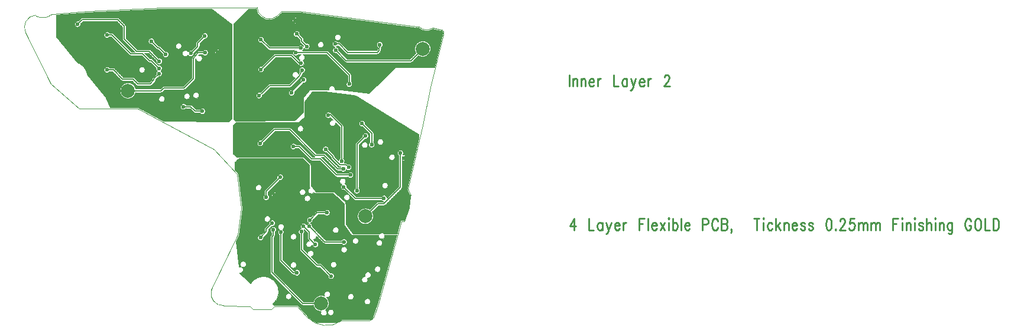
<source format=gbr>
*
*
G04 PADS 9.4.1 Build Number: 494907 generated Gerber (RS-274-X) file*
G04 PC Version=2.1*
*
%IN "MMSP_L_1.pcb"*%
*
%MOIN*%
*
%FSLAX35Y35*%
*
*
*
*
G04 PC Standard Apertures*
*
*
G04 Thermal Relief Aperture macro.*
%AMTER*
1,1,$1,0,0*
1,0,$1-$2,0,0*
21,0,$3,$4,0,0,45*
21,0,$3,$4,0,0,135*
%
*
*
G04 Annular Aperture macro.*
%AMANN*
1,1,$1,0,0*
1,0,$2,0,0*
%
*
*
G04 Odd Aperture macro.*
%AMODD*
1,1,$1,0,0*
1,0,$1-0.005,0,0*
%
*
*
G04 PC Custom Aperture Macros*
*
*
*
*
*
*
G04 PC Aperture Table*
*
%ADD010C,0.001*%
%ADD016C,0.01*%
%ADD018C,0.00787*%
%ADD019C,0.02362*%
%ADD020C,0.015*%
%ADD021C,0.07874*%
*
*
*
*
G04 PC Circuitry*
G04 Layer Name MMSP_L_1.pcb - circuitry*
%LPD*%
*
*
G04 PC Custom Flashes*
G04 Layer Name MMSP_L_1.pcb - flashes*
%LPD*%
*
*
G04 PC Circuitry*
G04 Layer Name MMSP_L_1.pcb - circuitry*
%LPD*%
*
G54D10*
G01X1157530Y1022244D02*
G75*
G03X1157530I-1821J0D01*
G01X1147885Y1018110D02*
G03X1147885I-1822J0D01*
G01X1133515Y1031693D02*
G03X1133515I-1822J0D01*
G01X1188042Y954528D02*
G03X1188042I-1822J0D01*
G01X1184105Y938583D02*
G03X1184105I-1822J0D01*
G01X1181546Y963189D02*
G03X1181546I-1822J0D01*
G01X1136467Y970669D02*
G03X1136467I-1821J0D01*
G01X1172688Y961417D02*
G03X1172688I-1822J0D01*
G01X1162648Y931890D02*
G03X1162648I-1821J0D01*
G01X1179971Y891339D02*
G03X1179971I-1821J0D01*
G01X1180956Y906102D02*
G03X1180956I-1822J0D01*
G01X1174263Y873031D02*
G03X1174263I-1822J0D01*
G01X1164814Y875787D02*
G03X1164814I-1822J0D01*
G01X1167570Y907283D02*
G03X1167570I-1822J0D01*
G01X1161074Y902362D02*
G03X1161074I-1822J0D01*
G01X1153593Y866929D02*
G03X1153593I-1821J0D01*
G01X1155168Y893898D02*
G03X1155168I-1822J0D01*
G01X1156349Y913386D02*
G03X1156349I-1821J0D01*
G01X1140404Y931299D02*
G03X1140404I-1821J0D01*
G01X1137648Y934843D02*
G03X1137648I-1821J0D01*
G01X1132530Y893701D02*
G03X1132530I-1821J0D01*
G01Y909646D02*
G03X1132530I-1821J0D01*
G01X1121900Y933071D02*
G03X1121900I-1821J0D01*
G01X1112845Y937402D02*
G03X1112845I-1821J0D01*
G01X1129774Y875984D02*
G03X1129774I-1821J0D01*
G01X1089814Y1013780D02*
G03X1089814I-1822J0D01*
G01X1077609Y989567D02*
G03X1077609I-1822J0D01*
G01X1067767Y1017323D02*
G03X1067767I-1822J0D01*
G01X1047097Y1003937D02*
G03X1047097I-1821J0D01*
G01X1072491Y988976D02*
G03X1072491I-1822J0D01*
G01X1058318Y987402D02*
G03X1058318I-1822J0D01*
G01X1214785Y1024185D02*
G03X1214423Y1025781I-1777J437D01*
G01X1209402Y1026842*
X1201094Y1027657D02*
G03X1209402Y1026842I4690J5057D01*
G01X1201094Y1027657D02*
X1200197D01*
X1200113Y1027663D02*
G03X1200197Y1027657I84J635D01*
G01X1200113Y1027663D02*
X1133958Y1036359D01*
X1124281*
X1121520Y1033598*
X1121483Y1033564D02*
G03X1121520Y1033598I-416J487D01*
G01X1112831Y1033515D02*
G03X1121483Y1033564I4297J5144D01*
G01X1109778Y1038359D02*
G03X1112831Y1033515I5700J208D01*
G01X1109778Y1038359D02*
X1105556D01*
X1096900Y1029704*
Y976202*
X1098052Y975050*
X1098233*
X1098244D02*
G03X1098233I5J-887D01*
G01X1098244D02*
X1131275Y975236D01*
X1136170Y979943*
Y985810*
Y985816D02*
G03Y985810I888J-6D01*
G01Y985816D02*
Y988207D01*
X1139937Y992767*
X1150573*
X1154151D02*
G03X1150573I-1789J343D01*
G01X1154151D02*
X1157480D01*
X1173208Y990801*
X1188169Y1005365*
X1210171*
X1214784Y1024185*
X1214785D02*
X1201328Y965388*
Y967460D01*
X1165937Y989199*
X1162114Y989814*
X1161973*
X1148538Y991485*
X1141233*
X1137058Y985810*
Y979943*
Y979936D02*
G03Y979943I-888J7D01*
G01Y979936D02*
Y977142D01*
X1133679Y974359*
X1133268*
X1131628Y974350*
X1131082Y974163D02*
G03X1131628Y974350I0J887D01*
G01X1131082Y974163D02*
X1098249D01*
X1096507Y972420*
Y956715*
X1098641Y954774*
X1099818*
X1099824D02*
G03X1099818I-0J-887D01*
G01X1099824D02*
X1135806D01*
X1135812D02*
G03X1135806I-6J-887D01*
G01X1135812D02*
X1136438D01*
X1140404Y950808*
Y950537*
X1140601Y949979D02*
G03X1140404Y950537I-887J0D01*
G01X1140601Y949979D02*
Y938548D01*
X1141659Y937207*
X1142494Y936150D02*
G03X1141659Y937207I-1746J-520D01*
G01X1142494Y936150D02*
X1143331Y935089D01*
X1152933*
X1152939D02*
G03X1152933I-6J-887D01*
G01X1152939D02*
X1153759D01*
X1160089Y929353*
Y928685*
X1160286Y928128D02*
G03X1160089Y928685I-887J-0D01*
G01X1160286Y928128D02*
Y916810D01*
X1164204Y911467*
X1179381*
X1181643D02*
G03X1179381I-1131J-1428D01*
G01X1181643D02*
X1189055D01*
X1190916Y918472*
X1191535Y918948D02*
G03X1190916Y918472I0J-641D01*
G01X1191535Y918948D02*
X1193037D01*
G03X1196238Y932838I-27584J13669*
G01X1194764Y936285*
X1194728Y936681D02*
G03X1194764Y936285I625J-144D01*
G01X1194728Y936681D02*
X1201328Y965388D01*
X1187382Y905169D02*
X1188820Y910580D01*
X1182251*
X1178772D02*
G03X1182251I1740J-541D01*
G01X1178772D02*
X1163805D01*
X1163799D02*
G03X1163805I6J887D01*
G01X1163799D02*
X1163754D01*
X1163753Y910581*
X1163080Y910957D02*
G03X1163753Y910581I725J510D01*
G01X1163080Y910957D02*
X1159364Y916237D01*
X1159202Y916748D02*
G03X1159364Y916237I887J0D01*
G01X1159202Y916748D02*
Y928313D01*
X1152933Y934202*
X1143331*
X1143325D02*
G03X1143331I6J887D01*
G01X1143325D02*
X1142695D01*
X1142280Y934644*
X1139863Y937222D02*
G03X1142280Y934644I885J-1592D01*
G01X1139863Y937222D02*
X1139714Y937382D01*
Y938239*
X1139708Y938247*
X1139517Y938797D02*
G03X1139708Y938247I887J-0D01*
G01X1139517Y938797D02*
Y950176D01*
X1135806Y953887*
X1099824*
X1097688Y951751*
Y947355*
X1099469Y945436*
X1099636Y945077D02*
G03X1099469Y945436I-636J-77D01*
G01X1099636Y945077D02*
X1101974Y925666D01*
X1101973Y925505D02*
G03X1101974Y925666I-635J85D01*
G01X1101973Y925505D02*
X1099973Y910505D01*
X1099916Y910312D02*
G03X1099973Y910505I-578J278D01*
G01X1099916Y910312D02*
X1098338Y907032D01*
X1100013Y892673*
X1101274Y892633D02*
G03X1100013Y892673I-683J-1688D01*
G01X1101679Y892406D02*
G03X1101274Y892633I683J1688D01*
G01X1100426Y889131D02*
G03X1101679Y892406I165J1814D01*
G01X1100426Y889131D02*
X1100441Y889000D01*
X1106507Y883339*
X1119065Y871618D02*
G03X1106507Y883339I-5285J6925D01*
G01X1119065Y871618D02*
X1119787Y870944D01*
X1120079Y871014D02*
G03X1119787Y870944I-0J-640D01*
G01X1120079Y871014D02*
X1132826D01*
X1133302Y870802D02*
G03X1132826Y871014I-476J-428D01*
G01X1133302Y870802D02*
X1138825Y864654D01*
G03X1143329Y861467I10566J10156*
G01X1155453*
G03X1157692Y862733I-6062J13343*
G01X1158055Y862845D02*
G03X1157692Y862733I-0J-640D01*
G01X1158055Y862845D02*
X1173546D01*
G03X1175319Y864211I-288J2208*
G01X1177951Y871781*
X1187382Y905169*
X1095816Y976399D02*
Y1029700D01*
X1084480Y1038359*
X1057015*
X1015041Y1036361*
X996900Y1034901*
Y1022656*
X1008863Y1007997*
X1014526Y1001058D02*
G03X1008863Y1007997I-8620J-1255D01*
G01X1014526Y1001058D02*
X1024846Y988412D01*
X1027392Y982641*
X1043000*
X1043302Y982565D02*
G03X1043000Y982641I-302J-565D01*
G01X1043302Y982565D02*
X1057697Y974865D01*
X1094172Y974755*
X1095816Y976399*
X1161170Y997366D02*
G03X1163239I1035J-1500D01*
G01X1161170D02*
Y1000556D01*
X1149178Y1012548*
X1136028*
X1136124Y1009141D02*
G03X1136028Y1012548I-691J1686D01*
G01X1133497Y1006708D02*
G03X1136124Y1009141I1542J969D01*
G01X1133127Y1006946D02*
G03X1133497Y1006708I731J731D01*
G01X1133127Y1006946D02*
X1129099Y1010974D01*
X1120704*
X1114193Y1004463*
X1112731Y1005926D02*
G03X1114193Y1004463I-329J-1792D01*
G01X1112731Y1005926D02*
X1119544Y1012739D01*
X1120276Y1013042D02*
G03X1119544Y1012739I-0J-1034D01*
G01X1120276Y1013042D02*
X1129528D01*
X1130259Y1012739D02*
G03X1129528Y1013042I-731J-731D01*
G01X1130259Y1012739D02*
X1133900Y1009098D01*
X1134349Y1009363D02*
G03X1133900Y1009098I690J-1686D01*
G01X1134838Y1012548D02*
G03X1134349Y1009363I595J-1721D01*
G01X1134838Y1012548D02*
X1133586D01*
X1131090Y1015107D02*
G03X1133586Y1012548I997J-1524D01*
G01X1131090Y1015107D02*
X1117126D01*
X1116395Y1015410D02*
G03X1117126Y1015107I731J732D01*
G01X1116395Y1015410D02*
X1112731Y1019074D01*
X1114193Y1020537D02*
G03X1112731Y1019074I-1791J329D01*
G01X1114193Y1020537D02*
X1117554Y1017176D01*
X1133343*
X1136367Y1017138D02*
G03X1133343Y1017176I-1524J-996D01*
G01X1136397Y1017455D02*
G03X1136367Y1017138I1792J-329D01*
G01X1136397Y1017455D02*
X1134603Y1019249D01*
X1134300Y1019980D02*
G03X1134603Y1019249I1035J0D01*
G01X1134300Y1019980D02*
Y1020930D01*
X1132809Y1022421*
X1134272Y1023884D02*
G03X1132809Y1022421I-1792J329D01*
G01X1134272Y1023884D02*
X1136066Y1022090D01*
X1136369Y1021358D02*
G03X1136066Y1022090I-1034J0D01*
G01X1136369Y1021358D02*
Y1020409D01*
X1137860Y1018918*
X1136664Y1016129D02*
G03X1137860Y1018918I1525J997D01*
G01X1135839Y1014617D02*
G03X1136664Y1016129I-996J1525D01*
G01X1135839Y1014617D02*
X1149606D01*
X1150338Y1014314D02*
G03X1149606Y1014617I-732J-731D01*
G01X1150338Y1014314D02*
X1162936Y1001716D01*
X1163239Y1000984D02*
G03X1162936Y1001716I-1034J0D01*
G01X1163239Y1000984D02*
Y997366D01*
X1201122Y1011864D02*
G03X1199659Y1013326I2421J3884D01*
G01X1201122Y1011864D02*
X1197582Y1008324D01*
X1196850Y1008021D02*
G03X1197582Y1008324I0J1034D01*
G01X1196850Y1008021D02*
X1160433D01*
X1159702Y1008324D02*
G03X1160433Y1008021I731J731D01*
G01X1159702Y1008324D02*
X1154857Y1013169D01*
X1154017Y1016709D02*
G03X1154857Y1013169I511J-1748D01*
G01X1155830Y1019538D02*
G03X1154017Y1016709I-1499J-1034D01*
G01X1155830Y1019538D02*
X1156496D01*
X1157227Y1019235D02*
G03X1156496Y1019538I-731J-731D01*
G01X1157227Y1019235D02*
X1161649Y1014814D01*
X1177524*
X1177952Y1015241*
X1178128Y1016742*
X1180183Y1016500D02*
G03X1178128Y1016742I-852J1610D01*
G01X1180183Y1016500D02*
X1179964Y1014643D01*
X1179668Y1014032D02*
G03X1179964Y1014643I-731J732D01*
G01X1179668Y1014032D02*
X1178684Y1013048D01*
X1177953Y1012745D02*
G03X1178684Y1013048I-0J1035D01*
G01X1177953Y1012745D02*
X1161220D01*
X1160489Y1013048D02*
G03X1161220Y1012745I731J732D01*
G01X1160489Y1013048D02*
X1156068Y1017470D01*
X1155830*
X1154841Y1016755D02*
G03X1155830Y1017470I-510J1749D01*
G01X1156319Y1014632D02*
G03X1154841Y1016755I-1791J329D01*
G01X1156319Y1014632D02*
X1160861Y1010089D01*
X1196422*
X1199659Y1013326*
X1157530Y1022244D02*
G03X1157530I-1821J0D01*
G01X1147885Y1018110D02*
G03X1147885I-1822J0D01*
G01X1133515Y1031693D02*
G03X1133515I-1822J0D01*
G01X1136088Y996437D02*
G03X1134626Y997899I329J1791D01*
G01X1136088Y996437D02*
X1131373Y991721D01*
X1129476Y992750D02*
G03X1131373Y991721I248J-1805D01*
G01X1129476Y992750D02*
X1134626Y997899D01*
X1135884Y1001936D02*
G03X1134034Y1002861I-254J1804D01*
G01X1135884Y1001936D02*
X1134783Y999734D01*
X1134590Y999466D02*
G03X1134783Y999734I-732J731D01*
G01X1134590Y999466D02*
X1129275Y994151D01*
X1128543Y993848D02*
G03X1129275Y994151I0J1034D01*
G01X1128543Y993848D02*
X1117554D01*
X1114314Y990607*
X1114278Y990573D02*
G03X1114314Y990607I-695J766D01*
G01X1114278Y990573D02*
X1113223Y989614D01*
X1111831Y991144D02*
G03X1113223Y989614I-414J-1774D01*
G01X1111831Y991144D02*
X1112869Y992087D01*
X1116395Y995613*
X1117126Y995916D02*
G03X1116395Y995613I-0J-1034D01*
G01X1117126Y995916D02*
X1128115D01*
X1131563Y999364*
X1133444Y1001682D02*
G03X1131563Y999364I-1751J-501D01*
G01X1133444Y1001682D02*
X1134034Y1002861D01*
X1191979Y952706D02*
G03X1192419Y955819I1131J1428D01*
G01X1191979Y952706D02*
Y937489D01*
X1191676Y936758D02*
G03X1191979Y937489I-731J731D01*
G01X1191676Y936758D02*
X1182516Y927597D01*
X1181785Y927294D02*
G03X1182516Y927597I-0J1035D01*
G01X1181785Y927294D02*
X1178757D01*
X1175144Y923682*
X1173682Y925144D02*
G03X1175144Y923682I-2422J-3884D01*
G01X1173682Y925144D02*
X1177597Y929060D01*
X1178329Y929363D02*
G03X1177597Y929060I-0J-1034D01*
G01X1178329Y929363D02*
X1181356D01*
X1181483Y929490*
X1180193Y930265D02*
G03X1181483Y929490I1500J1034D01*
G01X1180193Y930265D02*
X1165551D01*
X1164820Y930568D02*
G03X1165551Y930265I731J731D01*
G01X1164820Y930568D02*
X1159384Y936004D01*
X1157908Y939210D02*
G03X1159384Y936004I1147J-1415D01*
G01X1159612Y939530D02*
G03X1157908Y939210I-1147J1415D01*
G01X1160847Y937466D02*
G03X1159612Y939530I-1792J329D01*
G01X1160847Y937466D02*
X1165980Y932333D01*
X1180193*
X1183502Y931509D02*
G03X1180193Y932333I-1809J-210D01*
G01X1183502Y931509D02*
X1189911Y937917D01*
Y955390*
X1192419Y955819D02*
G03X1189911Y955390I-1474J1071D01*
G01X1188042Y954528D02*
G03X1188042I-1822J0D01*
G01X1184105Y938583D02*
G03X1184105I-1822J0D01*
G01X1181546Y963189D02*
G03X1181546I-1822J0D01*
G01X1173769Y963114D02*
G03X1175837I1034J-1500D01*
G01X1173769D02*
Y967682D01*
X1169620Y971830*
X1171083Y973293D02*
G03X1169620Y971830I-1792J329D01*
G01X1171083Y973293D02*
X1175534Y968842D01*
X1175837Y968110D02*
G03X1175534Y968842I-1034J0D01*
G01X1175837Y968110D02*
Y963114D01*
X1161296Y943454D02*
G03Y945522I1499J1034D01*
G01Y943454D02*
X1155118D01*
X1154387Y943757D02*
G03X1155118Y943454I731J731D01*
G01X1154387Y943757D02*
X1145438Y952706D01*
X1140945*
X1140214Y953009D02*
G03X1140945Y952706I731J731D01*
G01X1140214Y953009D02*
X1133627Y959596D01*
X1132208*
Y961664D02*
G03Y959596I-1499J-1034D01*
G01Y961664D02*
X1134055D01*
X1134786Y961361D02*
G03X1134055Y961664I-731J-731D01*
G01X1134786Y961361D02*
X1141373Y954774D01*
X1142666*
X1142379Y954977D02*
G03X1142666Y954774I731J732D01*
G01X1142379Y954977D02*
X1128115Y969241D01*
X1120310*
X1113800Y962731*
X1112337Y964193D02*
G03X1113800Y962731I-329J-1791D01*
G01X1112337Y964193D02*
X1119151Y971007D01*
X1119882Y971310D02*
G03X1119151Y971007I-0J-1034D01*
G01X1119882Y971310D02*
X1128543D01*
X1129275Y971007D02*
G03X1128543Y971310I-732J-731D01*
G01X1129275Y971007D02*
X1143539Y956743D01*
X1148031*
X1148763Y956440D02*
G03X1148031Y956743I-732J-731D01*
G01X1148763Y956440D02*
X1156137Y949066D01*
X1157359*
X1157430Y949163D02*
G03X1157359Y949066I1428J-1132D01*
G01X1157430Y949163D02*
X1156977D01*
X1156246Y949466D02*
G03X1156977Y949163I731J731D01*
G01X1156246Y949466D02*
X1152221Y953490D01*
X1151918Y954221D02*
G03X1152221Y953490I1035J0D01*
G01X1151918Y954221D02*
Y954493D01*
X1149148Y957263*
X1150611Y958726D02*
G03X1149148Y957263I-1792J329D01*
G01X1150611Y958726D02*
X1153684Y955653D01*
X1153987Y954921D02*
G03X1153684Y955653I-1034J0D01*
G01X1153987Y954921D02*
Y954650D01*
X1156064Y952572*
X1156840Y953862D02*
G03X1156064Y952572I1034J-1500D01*
G01X1156840Y953862D02*
Y971728D01*
X1154569Y973999*
X1152936Y975632D02*
G03X1154569Y973999I-180J-1813D01*
G01X1152936Y975632D02*
X1151593Y976975D01*
X1151772Y979538D02*
G03X1151593Y976975I-1378J-1192D01*
G01X1152219Y979275D02*
G03X1151772Y979538I-732J-732D01*
G01X1152219Y979275D02*
X1158605Y972888D01*
X1158908Y972157D02*
G03X1158605Y972888I-1034J-0D01*
G01X1158908Y972157D02*
Y953862D01*
X1159302Y951231D02*
G03X1158908Y953862I-1428J1131D01*
G01X1159302Y951231D02*
X1160127D01*
X1160782Y950997D02*
G03X1160127Y951231I-655J-800D01*
G01X1160782Y950997D02*
X1161305Y950569D01*
X1160590Y947467D02*
G03X1161305Y950569I1221J1352D01*
G01X1157359Y946997D02*
G03X1160590Y947467I1499J1034D01*
G01X1157359Y946997D02*
X1155709D01*
X1154977Y947300D02*
G03X1155709Y946997I732J731D01*
G01X1154977Y947300D02*
X1147603Y954674D01*
X1146310*
X1146597Y954471D02*
G03X1146310Y954674I-731J-731D01*
G01X1146597Y954471D02*
X1155547Y945522D01*
X1161296*
X1136467Y970669D02*
G03X1136467I-1821J0D01*
G01X1172688Y961417D02*
G03X1172688I-1822J0D01*
G01X1170931Y964744D02*
G03X1169468Y966206I329J1791D01*
G01X1170931Y964744D02*
X1167570Y961383D01*
Y937130*
X1165501D02*
G03X1167570I1034J-1500D01*
G01X1165501D02*
Y961811D01*
X1165804Y962542D02*
G03X1165501Y961811I731J-731D01*
G01X1165804Y962542D02*
X1169468Y966206D01*
X1162648Y931890D02*
G03X1162648I-1821J0D01*
G01X1179971Y891339D02*
G03X1179971I-1821J0D01*
G01X1180956Y906102D02*
G03X1180956I-1822J0D01*
G01X1174263Y873031D02*
G03X1174263I-1822J0D01*
G01X1172531Y886174D02*
G03X1170973Y887252I107J1818D01*
X1172530Y886174I-107J-1819*
G01X1164814Y875787D02*
G03X1164814I-1822J0D01*
G01X1167570Y907283D02*
G03X1167570I-1822J0D01*
G01X1161074Y902362D02*
G03X1161074I-1822J0D01*
G01X1153593Y866929D02*
G03X1153593I-1821J0D01*
G01X1149385Y875392D02*
G03X1148291Y876150I418J1773D01*
G01X1148829Y868259D02*
G03X1149385Y875392I-2569J3788D01*
G01X1146169Y867471D02*
G03X1148829Y868259I1666J-739D01*
G01X1141801Y871013D02*
G03X1146169Y867471I4459J1034D01*
G01X1141801Y871013D02*
X1135950D01*
X1135219Y871316D02*
G03X1135950Y871013I731J731D01*
G01X1135219Y871316D02*
X1117773Y888762D01*
X1117470Y889493D02*
G03X1117773Y888762I1034J0D01*
G01X1117470Y889493D02*
Y909522D01*
X1117773Y910253D02*
G03X1117470Y909522I731J-731D01*
G01X1117773Y910253D02*
X1118257Y910738D01*
Y912083*
X1120326D02*
G03X1118257I-1035J1500D01*
G01X1120326D02*
Y910309D01*
X1120023Y909578D02*
G03X1120326Y910309I-732J731D01*
G01X1120023Y909578D02*
X1119538Y909093D01*
Y889922*
X1136378Y873082*
X1141801*
X1148291Y876150D02*
G03X1141801Y873082I-2031J-4103D01*
G01X1155168Y893898D02*
G03X1155168I-1822J0D01*
G01X1157752Y905659D02*
G03Y907727I1500J1034D01*
G01Y905659D02*
X1148425D01*
X1147694Y905962D02*
G03X1148425Y905659I731J731D01*
G01X1147694Y905962D02*
X1143750Y909906D01*
X1141866Y908022D02*
G03X1143750Y909906I63J1821D01*
G01X1141866Y908022D02*
X1142781Y907107D01*
X1141316Y905002D02*
G03X1142781Y907107I1794J313D01*
G01X1139630Y907332D02*
G03X1141316Y905002I-63J-1820D01*
G01X1139630Y907332D02*
X1139032Y907930D01*
X1138730Y908661D02*
G03X1139032Y907930I1034J0D01*
G01X1138730Y908661D02*
Y911776D01*
X1136746Y913759*
X1136652Y913745D02*
G03X1136746Y913759I-235J1806D01*
G01X1136270Y911099D02*
G03X1136652Y913745I-1034J1499D01*
G01X1136270Y911099D02*
Y902681D01*
X1138545Y900407*
X1140564Y898387D02*
G03X1138545Y900407I-210J1810D01*
G01X1140564Y898387D02*
X1144435Y894516D01*
X1145888*
X1146619Y894213D02*
G03X1145888Y894516I-731J-731D01*
G01X1146619Y894213D02*
X1151639Y889193D01*
X1150177Y887731D02*
G03X1151639Y889193I1792J-329D01*
G01X1150177Y887731D02*
X1145460Y892448D01*
X1144007*
X1143275Y892751D02*
G03X1144007Y892448I732J731D01*
G01X1143275Y892751D02*
X1134505Y901521D01*
X1134202Y902253D02*
G03X1134505Y901521I1034J-0D01*
G01X1134202Y902253D02*
Y911099D01*
X1135001Y914405D02*
G03X1134202Y911099I235J-1807D01*
G01X1137992Y916467D02*
G03X1135001Y914405I-1575J-916D01*
G01X1139391Y917364D02*
G03X1137992Y916467I176J-1813D01*
G01X1140290Y920886D02*
G03X1139391Y917364I-329J-1792D01*
G01X1140290Y920886D02*
X1143363Y923960D01*
X1144094Y924263D02*
G03X1143363Y923960I0J-1035D01*
G01X1144094Y924263D02*
X1148107D01*
Y922194D02*
G03Y924263I1499J1034D01*
G01Y922194D02*
X1144523D01*
X1141752Y919424*
X1140137Y917281D02*
G03X1141752Y919424I-176J1813D01*
G01X1141359Y915222D02*
G03X1140137Y917281I-1792J329D01*
G01X1141359Y915222D02*
X1148854Y907727D01*
X1157752*
X1156349Y913386D02*
G03X1156349I-1821J0D01*
G01X1140404Y931299D02*
G03X1140404I-1821J0D01*
G01X1137648Y934843D02*
G03X1137648I-1821J0D01*
G01X1132530Y893701D02*
G03X1132530I-1821J0D01*
G01Y909646D02*
G03X1132530I-1821J0D01*
G01X1118372Y915531D02*
G03X1117425Y918623I329J1792D01*
G01X1118372Y915531D02*
X1116465Y913625D01*
Y912478*
X1116162Y911747D02*
G03X1116465Y912478I-731J731D01*
G01X1116162Y911747D02*
X1113996Y909581D01*
X1112534Y911044D02*
G03X1113996Y909581I-329J-1792D01*
G01X1112534Y911044D02*
X1114397Y912907D01*
Y914053*
X1114700Y914784D02*
G03X1114397Y914053I731J-731D01*
G01X1114700Y914784D02*
X1116909Y916994D01*
X1117220Y918385D02*
G03X1116909Y916994I1481J-1062D01*
G01X1117425Y918623D02*
G03X1117220Y918385I-1480J1062D01*
G01X1121900Y933071D02*
G03X1121900I-1821J0D01*
G01X1122899Y941515D02*
G03X1121437Y942978I329J1792D01*
G01X1122899Y941515D02*
X1116389Y935005D01*
Y933389*
X1114320D02*
G03X1116389I1034J-1499D01*
G01X1114320D02*
Y935433D01*
X1114623Y936164D02*
G03X1114320Y935433I731J-731D01*
G01X1114623Y936164D02*
X1121437Y942978D01*
X1112845Y937402D02*
G03X1112845I-1821J0D01*
G01X1129774Y875984D02*
G03X1129774I-1821J0D01*
G01X1131178Y888336D02*
G03Y890404I1499J1034D01*
G01Y888336D02*
X1130512D01*
X1129780Y888639D02*
G03X1130512Y888336I732J731D01*
G01X1129780Y888639D02*
X1122891Y895529D01*
X1122588Y896260D02*
G03X1122891Y895529I1034J-0D01*
G01X1122588Y896260D02*
Y910705D01*
X1122631Y913733D02*
G03X1122588Y910705I991J-1528D01*
G01X1124664Y913699D02*
G03X1122631Y913733I-991J1528D01*
G01X1124656Y910705D02*
G03X1124664Y913699I-1034J1500D01*
G01X1124656Y910705D02*
Y896688D01*
X1130940Y890404*
X1131178*
X1089814Y1013780D02*
G03X1089814I-1822J0D01*
G01X1077831Y979478D02*
G03Y981546I1500J1034D01*
G01Y979478D02*
X1075295D01*
X1074564Y979780D02*
G03X1075295Y979478I731J732D01*
G01X1074564Y979780D02*
X1072308Y982037D01*
X1070200*
Y984105D02*
G03Y982037I-1499J-1034D01*
G01Y984105D02*
X1072736D01*
X1073468Y983802D02*
G03X1072736Y984105I-732J-731D01*
G01X1073468Y983802D02*
X1075724Y981546D01*
X1077831*
X1077609Y989567D02*
G03X1077609I-1822J0D01*
G01X1079406Y1012548D02*
G03Y1014617I1500J1035D01*
G01Y1012548D02*
X1077566D01*
X1077138Y1012008*
X1075737Y1010245D02*
G03X1077138Y1012008I1822J-9D01*
G01X1075737Y1010245D02*
X1075444Y1009876D01*
Y999016*
X1075141Y998284D02*
G03X1075444Y999016I-732J732D01*
G01X1075141Y998284D02*
X1069826Y992969D01*
X1069094Y992667D02*
G03X1069826Y992969I0J1034D01*
G01X1069094Y992667D02*
X1058106D01*
X1056834Y991395*
X1056102Y991092D02*
G03X1056834Y991395I0J1034D01*
G01X1056102Y991092D02*
X1041861D01*
Y993160D02*
G03Y991092I-4459J-1034D01*
G01Y993160D02*
X1055674D01*
X1056946Y994432*
X1057677Y994735D02*
G03X1056946Y994432I0J-1034D01*
G01X1057677Y994735D02*
X1068666D01*
X1073375Y999444*
Y1010236*
X1073600Y1010879D02*
G03X1073375Y1010236I809J-643D01*
G01X1073599Y1010879D02*
X1076257Y1014226D01*
X1077067Y1014617D02*
G03X1076257Y1014226I-0J-1034D01*
G01X1077067Y1014617D02*
X1079406D01*
X1080380Y1021240D02*
G03X1078917Y1022702I329J1791D01*
G01X1080380Y1021240D02*
X1077806Y1018666D01*
Y1017126*
X1077503Y1016395D02*
G03X1077806Y1017126I-731J731D01*
G01X1077503Y1016395D02*
X1074626Y1013518D01*
X1071260Y1012273D02*
G03X1074626Y1013518I1575J916D01*
G01X1071260Y1014105D02*
G03Y1012273I-1575J-916D01*
G01X1073164Y1014981D02*
G03X1071260Y1014105I-329J-1792D01*
G01X1073164Y1014981D02*
X1075737Y1017554D01*
Y1019094*
X1076040Y1019826D02*
G03X1075737Y1019094I732J-732D01*
G01X1076040Y1019826D02*
X1078917Y1022702D01*
X1067767Y1017323D02*
G03X1067767I-1822J0D01*
G01X1053326Y1008990D02*
G03X1054789Y1010453I1792J-329D01*
G01X1053326Y1008990D02*
X1048981Y1013336D01*
X1046788*
X1049953Y1010171*
X1050509*
X1051240Y1009868D02*
G03X1050509Y1010171I-731J-731D01*
G01X1051240Y1009868D02*
X1054592Y1006516D01*
X1055988Y1003248D02*
G03X1054592Y1006516I-1067J1476D01*
G01Y999980D02*
G03X1055988Y1003248I329J1792D01*
G01X1054592Y999980D02*
X1053118Y998506D01*
Y998147*
X1052815Y997415D02*
G03X1053118Y998147I-731J732D01*
G01X1052815Y997415D02*
X1050534Y995135D01*
X1049803Y994832D02*
G03X1050534Y995135I0J1034D01*
G01X1049803Y994832D02*
X1042913D01*
X1042182Y995135D02*
G03X1042913Y994832I731J731D01*
G01X1042182Y995135D02*
X1039729Y997588D01*
X1034449*
X1033717Y997891D02*
G03X1034449Y997588I732J731D01*
G01X1033717Y997891D02*
X1028705Y1002903D01*
X1027090*
Y1004971D02*
G03Y1002903I-1499J-1034D01*
G01Y1004971D02*
X1029134D01*
X1029865Y1004668D02*
G03X1029134Y1004971I-731J-731D01*
G01X1029865Y1004668D02*
X1034877Y999656D01*
X1040157*
X1040889Y999353D02*
G03X1040157Y999656I-732J-731D01*
G01X1040889Y999353D02*
X1043342Y996900D01*
X1049375*
X1051050Y998575*
Y998934*
X1051352Y999666D02*
G03X1051050Y998934I732J-732D01*
G01X1051352Y999666D02*
X1053130Y1001443D01*
X1053854Y1003248D02*
G03X1053130Y1001443I1067J-1476D01*
G01Y1005053D02*
G03X1053854Y1003248I1791J-329D01*
G01X1053130Y1005053D02*
X1050081Y1008102D01*
X1049525*
X1048793Y1008405D02*
G03X1049525Y1008102I732J732D01*
G01X1048793Y1008405D02*
X1045241Y1011958D01*
X1038976*
X1038245Y1012261D02*
G03X1038976Y1011958I731J731D01*
G01X1038245Y1012261D02*
X1027918Y1022588D01*
X1027090*
Y1024656D02*
G03Y1022588I-1499J-1034D01*
G01Y1024656D02*
X1028346D01*
X1029078Y1024353D02*
G03X1028346Y1024656I-732J-731D01*
G01X1029078Y1024353D02*
X1039405Y1014026D01*
X1041204*
X1034505Y1020725*
X1034202Y1021457D02*
G03X1034505Y1020725I1034J-0D01*
G01X1034202Y1021457D02*
Y1028115D01*
X1031068Y1031249*
X1012043*
X1010847Y1030053*
X1009384Y1031516D02*
G03X1010847Y1030053I-329J-1792D01*
G01X1009384Y1031516D02*
X1010883Y1033015D01*
X1011614Y1033318D02*
G03X1010883Y1033015I0J-1035D01*
G01X1011614Y1033318D02*
X1031496D01*
X1032227Y1033015D02*
G03X1031496Y1033318I-731J-732D01*
G01X1032227Y1033015D02*
X1035968Y1029275D01*
X1036270Y1028543D02*
G03X1035968Y1029275I-1034J0D01*
G01X1036270Y1028543D02*
Y1021885D01*
X1042751Y1015404*
X1049409*
X1050141Y1015101D02*
G03X1049409Y1015404I-732J-731D01*
G01X1050141Y1015101D02*
X1054789Y1010453D01*
X1056870Y1012927D02*
G03X1058332Y1014390I1791J-329D01*
G01X1056870Y1012927D02*
X1054493Y1015304D01*
X1054331*
X1053599Y1015607D02*
G03X1054331Y1015304I732J732D01*
G01X1053599Y1015607D02*
X1050920Y1018287D01*
X1052382Y1019750D02*
G03X1050920Y1018287I-1791J329D01*
G01X1052382Y1019750D02*
X1054759Y1017373D01*
X1054921*
X1055653Y1017070D02*
G03X1054921Y1017373I-732J-731D01*
G01X1055653Y1017070D02*
X1058332Y1014390D01*
X1047097Y1003937D02*
G03X1047097I-1821J0D01*
G01X1072491Y988976D02*
G03X1072491I-1822J0D01*
G01X1058318Y987402D02*
G03X1058318I-1822J0D01*
G01X1134251Y1024639D02*
X1214837D01*
X1134271Y1024549D02*
X1214836D01*
X1134227Y1024729D02*
X1214834D01*
X1134285Y1024459D02*
X1214830D01*
X1134198Y1024819D02*
X1214827D01*
X1134295Y1024369D02*
X1214820D01*
X1134164Y1024909D02*
X1214815D01*
X1134301Y1024279D02*
X1214805D01*
X1134124Y1024999D02*
X1214798D01*
X1134302Y1024189D02*
X1214785D01*
X1134077Y1025089D02*
X1214777D01*
X1134298Y1024099D02*
X1214763D01*
X1134025Y1025179D02*
X1214751D01*
X1156161Y1024009D02*
X1214741D01*
X1133965Y1025269D02*
X1214719D01*
X1156426Y1023919D02*
X1214719D01*
X1156607Y1023829D02*
X1214697D01*
X1133896Y1025359D02*
X1214683D01*
X1156750Y1023739D02*
X1214675D01*
X1156869Y1023649D02*
X1214653D01*
X1133818Y1025449D02*
X1214640D01*
X1156970Y1023559D02*
X1214631D01*
X1157057Y1023469D02*
X1214609D01*
X1133729Y1025539D02*
X1214591D01*
X1157134Y1023379D02*
X1214587D01*
X1157201Y1023289D02*
X1214565D01*
X1157260Y1023199D02*
X1214543D01*
X1133626Y1025629D02*
X1214536D01*
X1157312Y1023109D02*
X1214521D01*
X1157357Y1023019D02*
X1214499D01*
X1157397Y1022929D02*
X1214477D01*
X1133505Y1025719D02*
X1214472D01*
X1157431Y1022839D02*
X1214455D01*
X1157459Y1022749D02*
X1214432D01*
X1157483Y1022659D02*
X1214410D01*
X1157501Y1022569D02*
X1214388D01*
X1157515Y1022479D02*
X1214366D01*
X1157525Y1022389D02*
X1214344D01*
X1157530Y1022299D02*
X1214322D01*
X1157530Y1022209D02*
X1214300D01*
X1133358Y1025809D02*
X1214294D01*
X1157526Y1022119D02*
X1214278D01*
X1157518Y1022029D02*
X1214256D01*
X1157505Y1021939D02*
X1214234D01*
X1157487Y1021849D02*
X1214212D01*
X1157464Y1021759D02*
X1214190D01*
X1157437Y1021669D02*
X1214168D01*
X1157404Y1021579D02*
X1214146D01*
X1157366Y1021489D02*
X1214124D01*
X1157322Y1021399D02*
X1214102D01*
X1157272Y1021309D02*
X1214079D01*
X1157214Y1021219D02*
X1214057D01*
X1157149Y1021129D02*
X1214035D01*
X1157074Y1021039D02*
X1214013D01*
X1156989Y1020949D02*
X1213991D01*
X1156892Y1020859D02*
X1213969D01*
X1156777Y1020769D02*
X1213947D01*
X1156640Y1020679D02*
X1213925D01*
X1156469Y1020589D02*
X1213903D01*
X1156230Y1020499D02*
X1213881D01*
X1206842Y1025899D02*
X1213868D01*
X1136369Y1020409D02*
X1213859D01*
X1203795Y1020319D02*
X1213837D01*
X1204480Y1020229D02*
X1213815D01*
X1204838Y1020139D02*
X1213793D01*
X1205111Y1020049D02*
X1213771D01*
X1205339Y1019959D02*
X1213749D01*
X1205537Y1019869D02*
X1213726D01*
X1205713Y1019779D02*
X1213704D01*
X1205873Y1019689D02*
X1213682D01*
X1206019Y1019599D02*
X1213660D01*
X1206153Y1019509D02*
X1213638D01*
X1206278Y1019419D02*
X1213616D01*
X1206395Y1019329D02*
X1213594D01*
X1206505Y1019239D02*
X1213572D01*
X1206608Y1019149D02*
X1213550D01*
X1206705Y1019059D02*
X1213528D01*
X1206796Y1018969D02*
X1213506D01*
X1206883Y1018879D02*
X1213484D01*
X1206965Y1018789D02*
X1213462D01*
X1207313Y1025989D02*
X1213442D01*
X1207043Y1018699D02*
X1213440D01*
X1207117Y1018609D02*
X1213418D01*
X1207187Y1018519D02*
X1213396D01*
X1207254Y1018429D02*
X1213373D01*
X1207317Y1018339D02*
X1213351D01*
X1207377Y1018249D02*
X1213329D01*
X1207435Y1018159D02*
X1213307D01*
X1207489Y1018069D02*
X1213285D01*
X1207541Y1017979D02*
X1213263D01*
X1207590Y1017889D02*
X1213241D01*
X1207636Y1017799D02*
X1213219D01*
X1207680Y1017709D02*
X1213197D01*
X1207721Y1017619D02*
X1213175D01*
X1207760Y1017529D02*
X1213153D01*
X1207797Y1017439D02*
X1213131D01*
X1207832Y1017349D02*
X1213109D01*
X1207864Y1017259D02*
X1213087D01*
X1207895Y1017169D02*
X1213065D01*
X1207923Y1017079D02*
X1213043D01*
X1207950Y1016989D02*
X1213020D01*
X1207666Y1026079D02*
X1213016D01*
X1207974Y1016899D02*
X1212998D01*
X1207996Y1016809D02*
X1212976D01*
X1208017Y1016719D02*
X1212954D01*
X1208035Y1016629D02*
X1212932D01*
X1208052Y1016539D02*
X1212910D01*
X1208067Y1016449D02*
X1212888D01*
X1208080Y1016359D02*
X1212866D01*
X1208091Y1016269D02*
X1212844D01*
X1208101Y1016179D02*
X1212822D01*
X1208108Y1016089D02*
X1212800D01*
X1208114Y1015999D02*
X1212778D01*
X1208118Y1015909D02*
X1212756D01*
X1208120Y1015819D02*
X1212734D01*
X1208121Y1015729D02*
X1212712D01*
X1208120Y1015639D02*
X1212690D01*
X1208117Y1015549D02*
X1212667D01*
X1208112Y1015459D02*
X1212645D01*
X1208105Y1015369D02*
X1212623D01*
X1208097Y1015279D02*
X1212601D01*
X1207958Y1026169D02*
X1212590D01*
X1208087Y1015189D02*
X1212579D01*
X1208075Y1015099D02*
X1212557D01*
X1208061Y1015009D02*
X1212535D01*
X1208045Y1014919D02*
X1212513D01*
X1208028Y1014829D02*
X1212491D01*
X1208008Y1014739D02*
X1212469D01*
X1207987Y1014649D02*
X1212447D01*
X1207964Y1014559D02*
X1212425D01*
X1207938Y1014469D02*
X1212403D01*
X1207911Y1014379D02*
X1212381D01*
X1207882Y1014289D02*
X1212359D01*
X1207851Y1014199D02*
X1212337D01*
X1207817Y1014109D02*
X1212314D01*
X1207782Y1014019D02*
X1212292D01*
X1207744Y1013929D02*
X1212270D01*
X1207704Y1013839D02*
X1212248D01*
X1207661Y1013749D02*
X1212226D01*
X1207616Y1013659D02*
X1212204D01*
X1207569Y1013569D02*
X1212182D01*
X1208213Y1026259D02*
X1212164D01*
X1207519Y1013479D02*
X1212160D01*
X1207466Y1013389D02*
X1212138D01*
X1207410Y1013299D02*
X1212116D01*
X1207352Y1013209D02*
X1212094D01*
X1207290Y1013119D02*
X1212072D01*
X1207226Y1013029D02*
X1212050D01*
X1207157Y1012939D02*
X1212028D01*
X1207086Y1012849D02*
X1212006D01*
X1207010Y1012759D02*
X1211984D01*
X1206930Y1012669D02*
X1211961D01*
X1206846Y1012579D02*
X1211939D01*
X1206757Y1012489D02*
X1211917D01*
X1206664Y1012399D02*
X1211895D01*
X1206564Y1012309D02*
X1211873D01*
X1206458Y1012219D02*
X1211851D01*
X1206346Y1012129D02*
X1211829D01*
X1206226Y1012039D02*
X1211807D01*
X1206097Y1011949D02*
X1211785D01*
X1205957Y1011859D02*
X1211763D01*
X1205806Y1011769D02*
X1211741D01*
X1208440Y1026349D02*
X1211738D01*
X1205640Y1011679D02*
X1211719D01*
X1205455Y1011589D02*
X1211697D01*
X1205245Y1011499D02*
X1211675D01*
X1205001Y1011409D02*
X1211653D01*
X1204699Y1011319D02*
X1211631D01*
X1204271Y1011229D02*
X1211609D01*
X1200397Y1011139D02*
X1211586D01*
X1200307Y1011049D02*
X1211564D01*
X1200217Y1010959D02*
X1211542D01*
X1200127Y1010869D02*
X1211520D01*
X1200037Y1010779D02*
X1211498D01*
X1199947Y1010689D02*
X1211476D01*
X1199857Y1010599D02*
X1211454D01*
X1199767Y1010509D02*
X1211432D01*
X1199677Y1010419D02*
X1211410D01*
X1199587Y1010329D02*
X1211388D01*
X1199497Y1010239D02*
X1211366D01*
X1199407Y1010149D02*
X1211344D01*
X1199317Y1010059D02*
X1211322D01*
X1208646Y1026439D02*
X1211312D01*
X1199227Y1009969D02*
X1211300D01*
X1199137Y1009879D02*
X1211278D01*
X1199047Y1009789D02*
X1211256D01*
X1198957Y1009699D02*
X1211233D01*
X1198867Y1009609D02*
X1211211D01*
X1198777Y1009519D02*
X1211189D01*
X1198687Y1009429D02*
X1211167D01*
X1198597Y1009339D02*
X1211145D01*
X1198507Y1009249D02*
X1211123D01*
X1198417Y1009159D02*
X1211101D01*
X1198327Y1009069D02*
X1211079D01*
X1198237Y1008979D02*
X1211057D01*
X1198147Y1008889D02*
X1211035D01*
X1198057Y1008799D02*
X1211013D01*
X1197967Y1008709D02*
X1210991D01*
X1197877Y1008619D02*
X1210969D01*
X1197787Y1008529D02*
X1210947D01*
X1197697Y1008439D02*
X1210925D01*
X1197607Y1008349D02*
X1210903D01*
X1208835Y1026529D02*
X1210886D01*
X1197510Y1008259D02*
X1210880D01*
X1197383Y1008169D02*
X1210858D01*
X1197191Y1008079D02*
X1210836D01*
X1156663Y1007989D02*
X1210814D01*
X1156753Y1007899D02*
X1210792D01*
X1156843Y1007809D02*
X1210770D01*
X1156933Y1007719D02*
X1210748D01*
X1157023Y1007629D02*
X1210726D01*
X1157113Y1007539D02*
X1210704D01*
X1157203Y1007449D02*
X1210682D01*
X1157293Y1007359D02*
X1210660D01*
X1157383Y1007269D02*
X1210638D01*
X1157473Y1007179D02*
X1210616D01*
X1157563Y1007089D02*
X1210594D01*
X1157653Y1006999D02*
X1210572D01*
X1157743Y1006909D02*
X1210550D01*
X1157833Y1006819D02*
X1210527D01*
X1157923Y1006729D02*
X1210505D01*
X1158013Y1006639D02*
X1210483D01*
X1158103Y1006549D02*
X1210461D01*
X1209011Y1026619D02*
X1210460D01*
X1158193Y1006459D02*
X1210439D01*
X1158283Y1006369D02*
X1210417D01*
X1158373Y1006279D02*
X1210395D01*
X1158463Y1006189D02*
X1210373D01*
X1158553Y1006099D02*
X1210351D01*
X1158643Y1006009D02*
X1210329D01*
X1158733Y1005919D02*
X1210307D01*
X1158823Y1005829D02*
X1210285D01*
X1158913Y1005739D02*
X1210263D01*
X1159003Y1005649D02*
X1210241D01*
X1159093Y1005559D02*
X1210219D01*
X1159183Y1005469D02*
X1210197D01*
X1159273Y1005379D02*
X1210174D01*
X1209176Y1026709D02*
X1210034D01*
X1209331Y1026799D02*
X1209608D01*
X1133170Y1025899D02*
X1204726D01*
X1132885Y1025989D02*
X1204255D01*
X1096900Y1026079D02*
X1203902D01*
X1096900Y1026169D02*
X1203610D01*
X1096900Y1026259D02*
X1203356D01*
X1154489Y1020319D02*
X1203292D01*
X1096900Y1026349D02*
X1203129D01*
X1096900Y1026439D02*
X1202923D01*
X1200487Y1011229D02*
X1202815D01*
X1096900Y1026529D02*
X1202733D01*
X1154917Y1020229D02*
X1202606D01*
X1096900Y1026619D02*
X1202557D01*
X1096900Y1026709D02*
X1202392D01*
X1200577Y1011319D02*
X1202388D01*
X1155135Y1020139D02*
X1202249D01*
X1096900Y1026799D02*
X1202238D01*
X1096900Y1026889D02*
X1202092D01*
X1200667Y1011409D02*
X1202086D01*
X1155296Y1020049D02*
X1201975D01*
X1096900Y1026979D02*
X1201954D01*
X1200757Y1011499D02*
X1201841D01*
X1096900Y1027069D02*
X1201822D01*
X1155427Y1019959D02*
X1201748D01*
X1096900Y1027159D02*
X1201697D01*
X1200847Y1011589D02*
X1201632D01*
X1096900Y1027249D02*
X1201577D01*
X1179806Y1019869D02*
X1201550D01*
X1096900Y1027339D02*
X1201463D01*
X1200937Y1011679D02*
X1201447D01*
X1180062Y1019779D02*
X1201374D01*
X1096900Y1027429D02*
X1201353D01*
X1201027Y1011769D02*
X1201281D01*
X1096900Y1027519D02*
X1201248D01*
X1180240Y1019689D02*
X1201214D01*
X1096900Y1027609D02*
X1201147D01*
X1201117Y1011859D02*
X1201129D01*
X1180381Y1019599D02*
X1201068D01*
X1180498Y1019509D02*
X1200933D01*
X1180598Y1019419D02*
X1200808D01*
X1180685Y1019329D02*
X1200691D01*
X1180761Y1019239D02*
X1200582D01*
X1180827Y1019149D02*
X1200479D01*
X1180886Y1019059D02*
X1200382D01*
X1180937Y1018969D02*
X1200290D01*
X1180982Y1018879D02*
X1200204D01*
X1181021Y1018789D02*
X1200122D01*
X1181055Y1018699D02*
X1200044D01*
X1181083Y1018609D02*
X1199970D01*
X1181106Y1018519D02*
X1199899D01*
X1096900Y1027699D02*
X1199839D01*
X1181124Y1018429D02*
X1199833D01*
X1181138Y1018339D02*
X1199769D01*
X1181147Y1018249D02*
X1199709D01*
X1181152Y1018159D02*
X1199652D01*
X1178935Y1013299D02*
X1199631D01*
X1179025Y1013389D02*
X1199621D01*
X1181152Y1018069D02*
X1199598D01*
X1179115Y1013479D02*
X1199568D01*
X1181148Y1017979D02*
X1199546D01*
X1178845Y1013209D02*
X1199541D01*
X1179205Y1013569D02*
X1199518D01*
X1181139Y1017889D02*
X1199497D01*
X1179295Y1013659D02*
X1199470D01*
X1178755Y1013119D02*
X1199451D01*
X1181126Y1017799D02*
X1199451D01*
X1179385Y1013749D02*
X1199425D01*
X1181108Y1017709D02*
X1199407D01*
X1179475Y1013839D02*
X1199383D01*
X1181085Y1017619D02*
X1199365D01*
X1178664Y1013029D02*
X1199361D01*
X1179565Y1013929D02*
X1199343D01*
X1181057Y1017529D02*
X1199326D01*
X1179655Y1014019D02*
X1199305D01*
X1181024Y1017439D02*
X1199289D01*
X1178555Y1012939D02*
X1199271D01*
X1179737Y1014109D02*
X1199269D01*
X1180986Y1017349D02*
X1199255D01*
X1179803Y1014199D02*
X1199236D01*
X1180941Y1017259D02*
X1199222D01*
X1179856Y1014289D02*
X1199205D01*
X1180890Y1017169D02*
X1199192D01*
X1178404Y1012849D02*
X1199181D01*
X1179897Y1014379D02*
X1199175D01*
X1180832Y1017079D02*
X1199163D01*
X1096900Y1027789D02*
X1199155D01*
X1179928Y1014469D02*
X1199148D01*
X1180766Y1016989D02*
X1199137D01*
X1179951Y1014559D02*
X1199123D01*
X1180691Y1016899D02*
X1199113D01*
X1179965Y1014649D02*
X1199100D01*
X1178119Y1012759D02*
X1199091D01*
X1180605Y1016809D02*
X1199090D01*
X1179975Y1014739D02*
X1199078D01*
X1180506Y1016719D02*
X1199070D01*
X1179986Y1014829D02*
X1199059D01*
X1180391Y1016629D02*
X1199051D01*
X1179997Y1014919D02*
X1199041D01*
X1180252Y1016539D02*
X1199035D01*
X1180007Y1015009D02*
X1199026D01*
X1180177Y1016449D02*
X1199020D01*
X1180018Y1015099D02*
X1199012D01*
X1180166Y1016359D02*
X1199007D01*
X1158282Y1012669D02*
X1199001D01*
X1180028Y1015189D02*
X1199000D01*
X1180155Y1016269D02*
X1198995D01*
X1180039Y1015279D02*
X1198990D01*
X1180145Y1016179D02*
X1198986D01*
X1180050Y1015369D02*
X1198981D01*
X1180134Y1016089D02*
X1198978D01*
X1180060Y1015459D02*
X1198975D01*
X1180124Y1015999D02*
X1198973D01*
X1180071Y1015549D02*
X1198970D01*
X1180113Y1015909D02*
X1198969D01*
X1180081Y1015639D02*
X1198967D01*
X1180103Y1015819D02*
X1198966D01*
X1180092Y1015729D02*
X1198966D01*
X1158372Y1012579D02*
X1198911D01*
X1158462Y1012489D02*
X1198821D01*
X1158552Y1012399D02*
X1198731D01*
X1158642Y1012309D02*
X1198641D01*
X1158732Y1012219D02*
X1198551D01*
X1096900Y1027879D02*
X1198470D01*
X1158822Y1012129D02*
X1198461D01*
X1158912Y1012039D02*
X1198371D01*
X1159002Y1011949D02*
X1198281D01*
X1159092Y1011859D02*
X1198191D01*
X1159182Y1011769D02*
X1198101D01*
X1159272Y1011679D02*
X1198011D01*
X1159362Y1011589D02*
X1197921D01*
X1159452Y1011499D02*
X1197831D01*
X1096900Y1027969D02*
X1197786D01*
X1159542Y1011409D02*
X1197741D01*
X1159632Y1011319D02*
X1197651D01*
X1159722Y1011229D02*
X1197561D01*
X1159812Y1011139D02*
X1197471D01*
X1159902Y1011049D02*
X1197381D01*
X1159992Y1010959D02*
X1197291D01*
X1160082Y1010869D02*
X1197201D01*
X1160172Y1010779D02*
X1197111D01*
X1096900Y1028059D02*
X1197101D01*
X1160262Y1010689D02*
X1197021D01*
X1160352Y1010599D02*
X1196931D01*
X1160442Y1010509D02*
X1196841D01*
X1160532Y1010419D02*
X1196751D01*
X1160622Y1010329D02*
X1196661D01*
X1160712Y1010239D02*
X1196571D01*
X1160802Y1010149D02*
X1196481D01*
X1096900Y1028149D02*
X1196416D01*
X1096900Y1028239D02*
X1195732D01*
X1096900Y1028329D02*
X1195047D01*
X1096900Y1028419D02*
X1194363D01*
X1096900Y1028509D02*
X1193678D01*
X1096900Y1028599D02*
X1192993D01*
X1096900Y1028689D02*
X1192309D01*
X1096900Y1028779D02*
X1191624D01*
X1096900Y1028869D02*
X1190939D01*
X1096900Y1028959D02*
X1190255D01*
X1096900Y1029049D02*
X1189570D01*
X1096900Y1029139D02*
X1188886D01*
X1096900Y1029229D02*
X1188201D01*
X1159363Y1005289D02*
X1188090D01*
X1159453Y1005199D02*
X1187998D01*
X1159543Y1005109D02*
X1187905D01*
X1159633Y1005019D02*
X1187813D01*
X1159723Y1004929D02*
X1187721D01*
X1159813Y1004839D02*
X1187628D01*
X1159903Y1004749D02*
X1187536D01*
X1096900Y1029319D02*
X1187516D01*
X1159993Y1004659D02*
X1187443D01*
X1160083Y1004569D02*
X1187351D01*
X1160173Y1004479D02*
X1187258D01*
X1160263Y1004389D02*
X1187166D01*
X1160353Y1004299D02*
X1187073D01*
X1160443Y1004209D02*
X1186981D01*
X1160533Y1004119D02*
X1186888D01*
X1096900Y1029409D02*
X1186832D01*
X1160623Y1004029D02*
X1186796D01*
X1160713Y1003939D02*
X1186704D01*
X1160803Y1003849D02*
X1186611D01*
X1160893Y1003759D02*
X1186519D01*
X1160983Y1003669D02*
X1186426D01*
X1161073Y1003579D02*
X1186334D01*
X1161163Y1003489D02*
X1186241D01*
X1161253Y1003399D02*
X1186149D01*
X1096900Y1029499D02*
X1186147D01*
X1161343Y1003309D02*
X1186056D01*
X1161433Y1003219D02*
X1185964D01*
X1161523Y1003129D02*
X1185871D01*
X1161613Y1003039D02*
X1185779D01*
X1161703Y1002949D02*
X1185687D01*
X1161793Y1002859D02*
X1185594D01*
X1161883Y1002769D02*
X1185502D01*
X1096900Y1029589D02*
X1185462D01*
X1161973Y1002679D02*
X1185409D01*
X1162063Y1002589D02*
X1185317D01*
X1162153Y1002499D02*
X1185224D01*
X1162243Y1002409D02*
X1185132D01*
X1162333Y1002319D02*
X1185039D01*
X1162423Y1002229D02*
X1184947D01*
X1162513Y1002139D02*
X1184855D01*
X1096900Y1029679D02*
X1184778D01*
X1162603Y1002049D02*
X1184762D01*
X1162693Y1001959D02*
X1184670D01*
X1162783Y1001869D02*
X1184577D01*
X1162873Y1001779D02*
X1184485D01*
X1162962Y1001689D02*
X1184392D01*
X1163037Y1001599D02*
X1184300D01*
X1163096Y1001509D02*
X1184207D01*
X1163143Y1001419D02*
X1184115D01*
X1096965Y1029769D02*
X1184093D01*
X1163180Y1001329D02*
X1184022D01*
X1163207Y1001239D02*
X1183930D01*
X1163226Y1001149D02*
X1183838D01*
X1163236Y1001059D02*
X1183745D01*
X1163239Y1000969D02*
X1183653D01*
X1163239Y1000879D02*
X1183560D01*
X1163239Y1000789D02*
X1183468D01*
X1097055Y1029859D02*
X1183409D01*
X1163239Y1000699D02*
X1183375D01*
X1163239Y1000609D02*
X1183283D01*
X1163239Y1000519D02*
X1183190D01*
X1163239Y1000429D02*
X1183098D01*
X1163239Y1000339D02*
X1183005D01*
X1163239Y1000249D02*
X1182913D01*
X1163239Y1000159D02*
X1182821D01*
X1163239Y1000069D02*
X1182728D01*
X1132218Y1029949D02*
X1182724D01*
X1163239Y999979D02*
X1182636D01*
X1163239Y999889D02*
X1182543D01*
X1163239Y999799D02*
X1182451D01*
X1163239Y999709D02*
X1182358D01*
X1163239Y999619D02*
X1182266D01*
X1163239Y999529D02*
X1182173D01*
X1163239Y999439D02*
X1182081D01*
X1132456Y1030039D02*
X1182039D01*
X1163239Y999349D02*
X1181989D01*
X1163239Y999259D02*
X1181896D01*
X1163239Y999169D02*
X1181804D01*
X1163239Y999079D02*
X1181711D01*
X1163239Y998989D02*
X1181619D01*
X1163239Y998899D02*
X1181526D01*
X1163239Y998809D02*
X1181434D01*
X1132627Y1030129D02*
X1181355D01*
X1163239Y998719D02*
X1181341D01*
X1163239Y998629D02*
X1181249D01*
X1163239Y998539D02*
X1181156D01*
X1163239Y998449D02*
X1181064D01*
X1163239Y998359D02*
X1180972D01*
X1163239Y998269D02*
X1180879D01*
X1163239Y998179D02*
X1180787D01*
X1163239Y998089D02*
X1180694D01*
X1132763Y1030219D02*
X1180670D01*
X1163239Y997999D02*
X1180602D01*
X1163239Y997909D02*
X1180509D01*
X1163239Y997819D02*
X1180417D01*
X1163239Y997729D02*
X1180324D01*
X1163239Y997639D02*
X1180232D01*
X1163239Y997549D02*
X1180140D01*
X1163239Y997459D02*
X1180047D01*
X1132877Y1030309D02*
X1179985D01*
X1163239Y997369D02*
X1179955D01*
X1163355Y997279D02*
X1179862D01*
X1163457Y997189D02*
X1179770D01*
X1163546Y997099D02*
X1179677D01*
X1163624Y997009D02*
X1179585D01*
X1163692Y996919D02*
X1179492D01*
X1163751Y996829D02*
X1179400D01*
X1163804Y996739D02*
X1179307D01*
X1132975Y1030399D02*
X1179301D01*
X1163850Y996649D02*
X1179215D01*
X1163890Y996559D02*
X1179123D01*
X1163924Y996469D02*
X1179030D01*
X1163953Y996379D02*
X1178938D01*
X1155537Y1019869D02*
X1178855D01*
X1163977Y996289D02*
X1178845D01*
X1163996Y996199D02*
X1178753D01*
X1164010Y996109D02*
X1178660D01*
X1133060Y1030489D02*
X1178616D01*
X1155632Y1019779D02*
X1178599D01*
X1164020Y996019D02*
X1178568D01*
X1164025Y995929D02*
X1178475D01*
X1155714Y1019689D02*
X1178421D01*
X1164026Y995839D02*
X1178383D01*
X1164023Y995749D02*
X1178290D01*
X1155787Y1019599D02*
X1178280D01*
X1164015Y995659D02*
X1178198D01*
X1156741Y1019509D02*
X1178163D01*
X1159744Y1016719D02*
X1178126D01*
X1159834Y1016629D02*
X1178115D01*
X1164002Y995569D02*
X1178106D01*
X1159924Y1016539D02*
X1178104D01*
X1160014Y1016449D02*
X1178094D01*
X1160104Y1016359D02*
X1178083D01*
X1160194Y1016269D02*
X1178073D01*
X1156979Y1019419D02*
X1178063D01*
X1160284Y1016179D02*
X1178062D01*
X1159654Y1016809D02*
X1178056D01*
X1160374Y1016089D02*
X1178051D01*
X1160464Y1015999D02*
X1178041D01*
X1160554Y1015909D02*
X1178030D01*
X1160644Y1015819D02*
X1178020D01*
X1163985Y995479D02*
X1178013D01*
X1160734Y1015729D02*
X1178009D01*
X1160824Y1015639D02*
X1177999D01*
X1160914Y1015549D02*
X1177988D01*
X1161004Y1015459D02*
X1177977D01*
X1157120Y1019329D02*
X1177977D01*
X1159564Y1016899D02*
X1177970D01*
X1161094Y1015369D02*
X1177967D01*
X1161184Y1015279D02*
X1177956D01*
X1133134Y1030579D02*
X1177932D01*
X1163963Y995389D02*
X1177921D01*
X1157224Y1019239D02*
X1177901D01*
X1161274Y1015189D02*
X1177899D01*
X1159474Y1016989D02*
X1177895D01*
X1157314Y1019149D02*
X1177834D01*
X1159384Y1017079D02*
X1177829D01*
X1163936Y995299D02*
X1177828D01*
X1161364Y1015099D02*
X1177809D01*
X1157404Y1019059D02*
X1177775D01*
X1159294Y1017169D02*
X1177771D01*
X1163904Y995209D02*
X1177736D01*
X1157494Y1018969D02*
X1177724D01*
X1159204Y1017259D02*
X1177720D01*
X1161454Y1015009D02*
X1177719D01*
X1157584Y1018879D02*
X1177679D01*
X1159114Y1017349D02*
X1177676D01*
X1163866Y995119D02*
X1177643D01*
X1157674Y1018789D02*
X1177640D01*
X1159024Y1017439D02*
X1177637D01*
X1161544Y1014919D02*
X1177629D01*
X1157764Y1018699D02*
X1177607D01*
X1158934Y1017529D02*
X1177604D01*
X1157854Y1018609D02*
X1177579D01*
X1158844Y1017619D02*
X1177577D01*
X1157944Y1018519D02*
X1177555D01*
X1158754Y1017709D02*
X1177554D01*
X1163822Y995029D02*
X1177551D01*
X1161634Y1014829D02*
X1177539D01*
X1158034Y1018429D02*
X1177537D01*
X1158664Y1017799D02*
X1177536D01*
X1158124Y1018339D02*
X1177523D01*
X1158574Y1017889D02*
X1177523D01*
X1158214Y1018249D02*
X1177514D01*
X1158484Y1017979D02*
X1177514D01*
X1158304Y1018159D02*
X1177510D01*
X1158394Y1018069D02*
X1177510D01*
X1163773Y994939D02*
X1177458D01*
X1163716Y994849D02*
X1177366D01*
X1163651Y994759D02*
X1177274D01*
X1133199Y1030669D02*
X1177247D01*
X1163578Y994669D02*
X1177181D01*
X1163494Y994579D02*
X1177089D01*
X1163397Y994489D02*
X1176996D01*
X1163284Y994399D02*
X1176904D01*
X1163150Y994309D02*
X1176811D01*
X1162982Y994219D02*
X1176719D01*
X1162752Y994129D02*
X1176626D01*
X1133257Y1030759D02*
X1176562D01*
X1153930Y994039D02*
X1176534D01*
X1153979Y993949D02*
X1176441D01*
X1154023Y993859D02*
X1176349D01*
X1154061Y993769D02*
X1176257D01*
X1154093Y993679D02*
X1176164D01*
X1154120Y993589D02*
X1176072D01*
X1154142Y993499D02*
X1175979D01*
X1154159Y993409D02*
X1175887D01*
X1133307Y1030849D02*
X1175878D01*
X1154172Y993319D02*
X1175794D01*
X1154180Y993229D02*
X1175702D01*
X1154184Y993139D02*
X1175609D01*
X1154183Y993049D02*
X1175517D01*
X1154178Y992959D02*
X1175424D01*
X1154168Y992869D02*
X1175332D01*
X1154153Y992779D02*
X1175240D01*
X1133351Y1030939D02*
X1175193D01*
X1158103Y992689D02*
X1175147D01*
X1158823Y992599D02*
X1175055D01*
X1159543Y992509D02*
X1174962D01*
X1160263Y992419D02*
X1174870D01*
X1160983Y992329D02*
X1174777D01*
X1161703Y992239D02*
X1174685D01*
X1162423Y992149D02*
X1174592D01*
X1133389Y1031029D02*
X1174509D01*
X1163143Y992059D02*
X1174500D01*
X1163863Y991969D02*
X1174408D01*
X1164583Y991879D02*
X1174315D01*
X1165303Y991789D02*
X1174223D01*
X1166023Y991699D02*
X1174130D01*
X1166743Y991609D02*
X1174038D01*
X1167463Y991519D02*
X1173945D01*
X1168183Y991429D02*
X1173853D01*
X1133422Y1031119D02*
X1173824D01*
X1168903Y991339D02*
X1173760D01*
X1169623Y991249D02*
X1173668D01*
X1170343Y991159D02*
X1173575D01*
X1171063Y991069D02*
X1173483D01*
X1171783Y990979D02*
X1173391D01*
X1172503Y990889D02*
X1173298D01*
X1133449Y1031209D02*
X1173139D01*
X1133471Y1031299D02*
X1172455D01*
X1133489Y1031389D02*
X1171770D01*
X1133502Y1031479D02*
X1171085D01*
X1133510Y1031569D02*
X1170401D01*
X1133514Y1031659D02*
X1169716D01*
X1133514Y1031749D02*
X1169032D01*
X1133509Y1031839D02*
X1168347D01*
X1133499Y1031929D02*
X1167662D01*
X1133485Y1032019D02*
X1166978D01*
X1133467Y1032109D02*
X1166293D01*
X1133443Y1032199D02*
X1165608D01*
X1133414Y1032289D02*
X1164924D01*
X1133381Y1032379D02*
X1164239D01*
X1133341Y1032469D02*
X1163555D01*
X1133296Y1032559D02*
X1162870D01*
X1133244Y1032649D02*
X1162185D01*
X1153873Y994129D02*
X1161657D01*
X1133185Y1032739D02*
X1161501D01*
X1153808Y994219D02*
X1161427D01*
X1153734Y994309D02*
X1161260D01*
X1135176Y1000519D02*
X1161170D01*
X1135131Y1000429D02*
X1161170D01*
X1135086Y1000339D02*
X1161170D01*
X1135041Y1000249D02*
X1161170D01*
X1134996Y1000159D02*
X1161170D01*
X1134951Y1000069D02*
X1161170D01*
X1136922Y999979D02*
X1161170D01*
X1137167Y999889D02*
X1161170D01*
X1137341Y999799D02*
X1161170D01*
X1137479Y999709D02*
X1161170D01*
X1137594Y999619D02*
X1161170D01*
X1137693Y999529D02*
X1161170D01*
X1137779Y999439D02*
X1161170D01*
X1137854Y999349D02*
X1161170D01*
X1137920Y999259D02*
X1161170D01*
X1137978Y999169D02*
X1161170D01*
X1138028Y999079D02*
X1161170D01*
X1138073Y998989D02*
X1161170D01*
X1138111Y998899D02*
X1161170D01*
X1138144Y998809D02*
X1161170D01*
X1138172Y998719D02*
X1161170D01*
X1138194Y998629D02*
X1161170D01*
X1138212Y998539D02*
X1161170D01*
X1138226Y998449D02*
X1161170D01*
X1138234Y998359D02*
X1161170D01*
X1138239Y998269D02*
X1161170D01*
X1138238Y998179D02*
X1161170D01*
X1138234Y998089D02*
X1161170D01*
X1138224Y997999D02*
X1161170D01*
X1138211Y997909D02*
X1161170D01*
X1138192Y997819D02*
X1161170D01*
X1138169Y997729D02*
X1161170D01*
X1138141Y997639D02*
X1161170D01*
X1138107Y997549D02*
X1161170D01*
X1138068Y997459D02*
X1161170D01*
X1138023Y997369D02*
X1161170D01*
X1153650Y994399D02*
X1161125D01*
X1135221Y1000609D02*
X1161118D01*
X1137972Y997279D02*
X1161054D01*
X1158192Y1012759D02*
X1161054D01*
X1135266Y1000699D02*
X1161028D01*
X1153553Y994489D02*
X1161013D01*
X1137913Y997189D02*
X1160952D01*
X1135311Y1000789D02*
X1160938D01*
X1153440Y994579D02*
X1160916D01*
X1137846Y997099D02*
X1160863D01*
X1135356Y1000879D02*
X1160848D01*
X1153305Y994669D02*
X1160832D01*
X1133117Y1032829D02*
X1160816D01*
X1137770Y997009D02*
X1160786D01*
X1158102Y1012849D02*
X1160770D01*
X1153138Y994759D02*
X1160758D01*
X1135401Y1000969D02*
X1160758D01*
X1137684Y996919D02*
X1160718D01*
X1152907Y994849D02*
X1160694D01*
X1135446Y1001059D02*
X1160668D01*
X1137583Y996829D02*
X1160658D01*
X1134590Y994939D02*
X1160637D01*
X1158012Y1012939D02*
X1160618D01*
X1137466Y996739D02*
X1160606D01*
X1134680Y995029D02*
X1160587D01*
X1135491Y1001149D02*
X1160578D01*
X1137325Y996649D02*
X1160560D01*
X1134770Y995119D02*
X1160543D01*
X1137146Y996559D02*
X1160520D01*
X1157922Y1013029D02*
X1160509D01*
X1134860Y995209D02*
X1160506D01*
X1135536Y1001239D02*
X1160488D01*
X1136889Y996469D02*
X1160486D01*
X1134950Y995299D02*
X1160474D01*
X1136030Y996379D02*
X1160457D01*
X1135040Y995389D02*
X1160447D01*
X1135940Y996289D02*
X1160433D01*
X1135130Y995479D02*
X1160425D01*
X1157832Y1013119D02*
X1160419D01*
X1135850Y996199D02*
X1160414D01*
X1135220Y995569D02*
X1160407D01*
X1135760Y996109D02*
X1160399D01*
X1135581Y1001329D02*
X1160398D01*
X1135310Y995659D02*
X1160395D01*
X1135670Y996019D02*
X1160389D01*
X1135400Y995749D02*
X1160387D01*
X1135580Y995929D02*
X1160384D01*
X1135490Y995839D02*
X1160383D01*
X1157742Y1013209D02*
X1160329D01*
X1135626Y1001419D02*
X1160308D01*
X1157652Y1013299D02*
X1160239D01*
X1135671Y1001509D02*
X1160218D01*
X1157562Y1013389D02*
X1160149D01*
X1133040Y1032919D02*
X1160131D01*
X1135716Y1001599D02*
X1160128D01*
X1156573Y1008079D02*
X1160092D01*
X1157472Y1013479D02*
X1160059D01*
X1135761Y1001689D02*
X1160038D01*
X1157382Y1013569D02*
X1159969D01*
X1135806Y1001779D02*
X1159948D01*
X1156483Y1008169D02*
X1159900D01*
X1157292Y1013659D02*
X1159879D01*
X1135851Y1001869D02*
X1159858D01*
X1157202Y1013749D02*
X1159789D01*
X1156393Y1008259D02*
X1159773D01*
X1136011Y1001959D02*
X1159768D01*
X1157112Y1013839D02*
X1159699D01*
X1136306Y1002049D02*
X1159678D01*
X1156303Y1008349D02*
X1159677D01*
X1157022Y1013929D02*
X1159609D01*
X1136498Y1002139D02*
X1159588D01*
X1156213Y1008439D02*
X1159587D01*
X1156932Y1014019D02*
X1159519D01*
X1136647Y1002229D02*
X1159498D01*
X1156123Y1008529D02*
X1159497D01*
X1132953Y1033009D02*
X1159447D01*
X1156842Y1014109D02*
X1159429D01*
X1136769Y1002319D02*
X1159408D01*
X1156033Y1008619D02*
X1159407D01*
X1156752Y1014199D02*
X1159339D01*
X1136873Y1002409D02*
X1159318D01*
X1155943Y1008709D02*
X1159317D01*
X1156662Y1014289D02*
X1159249D01*
X1136963Y1002499D02*
X1159228D01*
X1155853Y1008799D02*
X1159227D01*
X1156572Y1014379D02*
X1159159D01*
X1137042Y1002589D02*
X1159138D01*
X1155763Y1008889D02*
X1159137D01*
X1156482Y1014469D02*
X1159069D01*
X1137110Y1002679D02*
X1159048D01*
X1155673Y1008979D02*
X1159047D01*
X1156392Y1014559D02*
X1158979D01*
X1137171Y1002769D02*
X1158958D01*
X1155583Y1009069D02*
X1158957D01*
X1156322Y1014649D02*
X1158889D01*
X1137224Y1002859D02*
X1158868D01*
X1155493Y1009159D02*
X1158867D01*
X1156336Y1014739D02*
X1158799D01*
X1137271Y1002949D02*
X1158778D01*
X1155403Y1009249D02*
X1158777D01*
X1132851Y1033099D02*
X1158762D01*
X1156344Y1014829D02*
X1158709D01*
X1137311Y1003039D02*
X1158688D01*
X1155313Y1009339D02*
X1158687D01*
X1156349Y1014919D02*
X1158619D01*
X1137346Y1003129D02*
X1158598D01*
X1155223Y1009429D02*
X1158597D01*
X1156349Y1015009D02*
X1158529D01*
X1137375Y1003219D02*
X1158508D01*
X1155133Y1009519D02*
X1158507D01*
X1156344Y1015099D02*
X1158439D01*
X1137400Y1003309D02*
X1158418D01*
X1155043Y1009609D02*
X1158417D01*
X1156335Y1015189D02*
X1158349D01*
X1137419Y1003399D02*
X1158328D01*
X1154953Y1009699D02*
X1158327D01*
X1156321Y1015279D02*
X1158259D01*
X1137434Y1003489D02*
X1158238D01*
X1154863Y1009789D02*
X1158237D01*
X1156303Y1015369D02*
X1158169D01*
X1137444Y1003579D02*
X1158148D01*
X1154773Y1009879D02*
X1158147D01*
X1156280Y1015459D02*
X1158079D01*
X1132733Y1033189D02*
X1158078D01*
X1137450Y1003669D02*
X1158058D01*
X1154683Y1009969D02*
X1158057D01*
X1156252Y1015549D02*
X1157989D01*
X1137452Y1003759D02*
X1157968D01*
X1154593Y1010059D02*
X1157967D01*
X1156218Y1015639D02*
X1157899D01*
X1137448Y1003849D02*
X1157878D01*
X1154503Y1010149D02*
X1157877D01*
X1156179Y1015729D02*
X1157809D01*
X1137441Y1003939D02*
X1157788D01*
X1154413Y1010239D02*
X1157787D01*
X1156134Y1015819D02*
X1157719D01*
X1137429Y1004029D02*
X1157698D01*
X1154323Y1010329D02*
X1157697D01*
X1156083Y1015909D02*
X1157629D01*
X1137412Y1004119D02*
X1157608D01*
X1154233Y1010419D02*
X1157607D01*
X1156025Y1015999D02*
X1157539D01*
X1137390Y1004209D02*
X1157518D01*
X1154143Y1010509D02*
X1157517D01*
X1155958Y1016089D02*
X1157449D01*
X1137364Y1004299D02*
X1157428D01*
X1154053Y1010599D02*
X1157427D01*
X1132589Y1033279D02*
X1157393D01*
X1155882Y1016179D02*
X1157359D01*
X1137332Y1004389D02*
X1157338D01*
X1153963Y1010689D02*
X1157337D01*
X1155795Y1016269D02*
X1157269D01*
X1137295Y1004479D02*
X1157248D01*
X1153873Y1010779D02*
X1157247D01*
X1155695Y1016359D02*
X1157179D01*
X1137252Y1004569D02*
X1157158D01*
X1153783Y1010869D02*
X1157157D01*
X1155578Y1016449D02*
X1157089D01*
X1137203Y1004659D02*
X1157068D01*
X1153693Y1010959D02*
X1157067D01*
X1155438Y1016539D02*
X1156999D01*
X1137147Y1004749D02*
X1156978D01*
X1153603Y1011049D02*
X1156977D01*
X1155260Y1016629D02*
X1156909D01*
X1137083Y1004839D02*
X1156888D01*
X1153513Y1011139D02*
X1156887D01*
X1155005Y1016719D02*
X1156819D01*
X1137010Y1004929D02*
X1156798D01*
X1153423Y1011229D02*
X1156797D01*
X1154998Y1016809D02*
X1156729D01*
X1132407Y1033369D02*
X1156708D01*
X1136928Y1005019D02*
X1156708D01*
X1153333Y1011319D02*
X1156707D01*
X1155192Y1016899D02*
X1156639D01*
X1136832Y1005109D02*
X1156618D01*
X1153243Y1011409D02*
X1156617D01*
X1155342Y1016989D02*
X1156549D01*
X1136721Y1005199D02*
X1156528D01*
X1153153Y1011499D02*
X1156527D01*
X1155465Y1017079D02*
X1156459D01*
X1136589Y1005289D02*
X1156438D01*
X1153063Y1011589D02*
X1156437D01*
X1155570Y1017169D02*
X1156369D01*
X1136426Y1005379D02*
X1156348D01*
X1152973Y1011679D02*
X1156347D01*
X1155660Y1017259D02*
X1156279D01*
X1136205Y1005469D02*
X1156258D01*
X1152883Y1011769D02*
X1156257D01*
X1155739Y1017349D02*
X1156189D01*
X1135737Y1005559D02*
X1156168D01*
X1152793Y1011859D02*
X1156167D01*
X1155808Y1017439D02*
X1156099D01*
X1115379Y1005649D02*
X1156078D01*
X1152703Y1011949D02*
X1156077D01*
X1132141Y1033459D02*
X1156024D01*
X1115469Y1005739D02*
X1155988D01*
X1152613Y1012039D02*
X1155987D01*
X1115559Y1005829D02*
X1155898D01*
X1152523Y1012129D02*
X1155897D01*
X1135515Y1005919D02*
X1155808D01*
X1152433Y1012219D02*
X1155807D01*
X1135771Y1006009D02*
X1155718D01*
X1152343Y1012309D02*
X1155717D01*
X1135949Y1006099D02*
X1155628D01*
X1152253Y1012399D02*
X1155627D01*
X1136090Y1006189D02*
X1155538D01*
X1152163Y1012489D02*
X1155537D01*
X1136207Y1006279D02*
X1155448D01*
X1152073Y1012579D02*
X1155447D01*
X1136307Y1006369D02*
X1155358D01*
X1151983Y1012669D02*
X1155357D01*
X1121465Y1033549D02*
X1155339D01*
X1136394Y1006459D02*
X1155268D01*
X1151893Y1012759D02*
X1155267D01*
X1134291Y1024009D02*
X1155256D01*
X1136369Y1020499D02*
X1155187D01*
X1136469Y1006549D02*
X1155178D01*
X1151803Y1012849D02*
X1155177D01*
X1136536Y1006639D02*
X1155088D01*
X1151713Y1012939D02*
X1155087D01*
X1136595Y1006729D02*
X1154998D01*
X1151623Y1013029D02*
X1154997D01*
X1134278Y1023919D02*
X1154992D01*
X1136369Y1020589D02*
X1154948D01*
X1136646Y1006819D02*
X1154908D01*
X1151533Y1013119D02*
X1154907D01*
X1136691Y1006909D02*
X1154818D01*
X1134327Y1023829D02*
X1154810D01*
X1136369Y1020679D02*
X1154777D01*
X1136730Y1006999D02*
X1154728D01*
X1134417Y1023739D02*
X1154667D01*
X1121560Y1033639D02*
X1154654D01*
X1136369Y1020769D02*
X1154640D01*
X1136763Y1007089D02*
X1154638D01*
X1134507Y1023649D02*
X1154549D01*
X1136792Y1007179D02*
X1154548D01*
X1136369Y1020859D02*
X1154526D01*
X1136815Y1007269D02*
X1154458D01*
X1134597Y1023559D02*
X1154448D01*
X1136369Y1020949D02*
X1154428D01*
X1136833Y1007359D02*
X1154368D01*
X1134687Y1023469D02*
X1154360D01*
X1136369Y1021039D02*
X1154343D01*
X1134777Y1023379D02*
X1154283D01*
X1136847Y1007449D02*
X1154278D01*
X1136369Y1021129D02*
X1154268D01*
X1134867Y1023289D02*
X1154216D01*
X1136369Y1021219D02*
X1154203D01*
X1136856Y1007539D02*
X1154188D01*
X1136459Y1020319D02*
X1154172D01*
X1134957Y1023199D02*
X1154157D01*
X1136369Y1021309D02*
X1154145D01*
X1135047Y1023109D02*
X1154105D01*
X1136860Y1007629D02*
X1154098D01*
X1136368Y1021399D02*
X1154095D01*
X1135137Y1023019D02*
X1154060D01*
X1136361Y1021489D02*
X1154051D01*
X1151443Y1013209D02*
X1154028D01*
X1135227Y1022929D02*
X1154021D01*
X1136345Y1021579D02*
X1154013D01*
X1136861Y1007719D02*
X1154008D01*
X1135317Y1022839D02*
X1153987D01*
X1136321Y1021669D02*
X1153980D01*
X1121650Y1033729D02*
X1153970D01*
X1147239Y1016719D02*
X1153968D01*
X1135407Y1022749D02*
X1153958D01*
X1136288Y1021759D02*
X1153953D01*
X1135497Y1022659D02*
X1153935D01*
X1136245Y1021849D02*
X1153930D01*
X1136856Y1007809D02*
X1153918D01*
X1135587Y1022569D02*
X1153916D01*
X1136191Y1021939D02*
X1153913D01*
X1135677Y1022479D02*
X1153902D01*
X1136122Y1022029D02*
X1153900D01*
X1135767Y1022389D02*
X1153893D01*
X1136037Y1022119D02*
X1153891D01*
X1135857Y1022299D02*
X1153888D01*
X1135947Y1022209D02*
X1153887D01*
X1136848Y1007899D02*
X1153828D01*
X1147123Y1016629D02*
X1153795D01*
X1151353Y1013299D02*
X1153782D01*
X1136549Y1020229D02*
X1153744D01*
X1136834Y1007989D02*
X1153738D01*
X1147338Y1016809D02*
X1153664D01*
X1136816Y1008079D02*
X1153648D01*
X1146984Y1016539D02*
X1153617D01*
X1151263Y1013389D02*
X1153607D01*
X1136793Y1008169D02*
X1153558D01*
X1136639Y1020139D02*
X1153527D01*
X1146810Y1016449D02*
X1153477D01*
X1147423Y1016899D02*
X1153470D01*
X1151173Y1013479D02*
X1153468D01*
X1136766Y1008259D02*
X1153468D01*
X1136733Y1008349D02*
X1153378D01*
X1136729Y1020049D02*
X1153365D01*
X1146564Y1016359D02*
X1153360D01*
X1151083Y1013569D02*
X1153352D01*
X1147498Y1016989D02*
X1153320D01*
X1136694Y1008439D02*
X1153288D01*
X1121740Y1033819D02*
X1153285D01*
X1139796Y1016269D02*
X1153260D01*
X1150993Y1013659D02*
X1153253D01*
X1136819Y1019959D02*
X1153234D01*
X1136650Y1008529D02*
X1153198D01*
X1147564Y1017079D02*
X1153196D01*
X1139745Y1016179D02*
X1153173D01*
X1150903Y1013749D02*
X1153168D01*
X1146539Y1019869D02*
X1153124D01*
X1136599Y1008619D02*
X1153108D01*
X1139686Y1016089D02*
X1153097D01*
X1150813Y1013839D02*
X1153092D01*
X1147622Y1017169D02*
X1153092D01*
X1139620Y1015999D02*
X1153031D01*
X1146794Y1019779D02*
X1153029D01*
X1150723Y1013929D02*
X1153026D01*
X1136541Y1008709D02*
X1153018D01*
X1147673Y1017259D02*
X1153001D01*
X1139544Y1015909D02*
X1152972D01*
X1150633Y1014019D02*
X1152968D01*
X1146972Y1019689D02*
X1152947D01*
X1136475Y1008799D02*
X1152928D01*
X1147718Y1017349D02*
X1152922D01*
X1139458Y1015819D02*
X1152921D01*
X1150543Y1014109D02*
X1152917D01*
X1139358Y1015729D02*
X1152876D01*
X1147113Y1019599D02*
X1152875D01*
X1150453Y1014199D02*
X1152873D01*
X1147756Y1017439D02*
X1152853D01*
X1136400Y1008889D02*
X1152838D01*
X1139241Y1015639D02*
X1152837D01*
X1150363Y1014289D02*
X1152834D01*
X1147230Y1019509D02*
X1152811D01*
X1139100Y1015549D02*
X1152803D01*
X1150267Y1014379D02*
X1152801D01*
X1147789Y1017529D02*
X1152792D01*
X1138923Y1015459D02*
X1152775D01*
X1150140Y1014469D02*
X1152774D01*
X1147330Y1019419D02*
X1152755D01*
X1138669Y1015369D02*
X1152752D01*
X1149949Y1014559D02*
X1152751D01*
X1136314Y1008979D02*
X1152748D01*
X1147817Y1017619D02*
X1152739D01*
X1136447Y1015279D02*
X1152734D01*
X1135886Y1014649D02*
X1152733D01*
X1136395Y1015189D02*
X1152720D01*
X1136004Y1014739D02*
X1152719D01*
X1136336Y1015099D02*
X1152711D01*
X1136105Y1014829D02*
X1152711D01*
X1136269Y1015009D02*
X1152707D01*
X1147417Y1019329D02*
X1152706D01*
X1136193Y1014919D02*
X1152706D01*
X1147840Y1017709D02*
X1152692D01*
X1147493Y1019239D02*
X1152664D01*
X1136215Y1009069D02*
X1152658D01*
X1147858Y1017799D02*
X1152651D01*
X1147560Y1019149D02*
X1152627D01*
X1147871Y1017889D02*
X1152616D01*
X1121830Y1033909D02*
X1152601D01*
X1147618Y1019059D02*
X1152596D01*
X1147880Y1017979D02*
X1152586D01*
X1147670Y1018969D02*
X1152569D01*
X1136165Y1009159D02*
X1152568D01*
X1147884Y1018069D02*
X1152562D01*
X1147715Y1018879D02*
X1152548D01*
X1147884Y1018159D02*
X1152542D01*
X1147754Y1018789D02*
X1152531D01*
X1147879Y1018249D02*
X1152527D01*
X1147787Y1018699D02*
X1152519D01*
X1147870Y1018339D02*
X1152517D01*
X1147815Y1018609D02*
X1152512D01*
X1147857Y1018429D02*
X1152511D01*
X1147838Y1018519D02*
X1152509D01*
X1136343Y1009249D02*
X1152478D01*
X1136484Y1009339D02*
X1152388D01*
X1136601Y1009429D02*
X1152298D01*
X1136701Y1009519D02*
X1152208D01*
X1136788Y1009609D02*
X1152118D01*
X1136863Y1009699D02*
X1152028D01*
X1136930Y1009789D02*
X1151938D01*
X1121920Y1033999D02*
X1151916D01*
X1136989Y1009879D02*
X1151848D01*
X1134500Y994849D02*
X1151818D01*
X1137040Y1009969D02*
X1151758D01*
X1137085Y1010059D02*
X1151668D01*
X1134410Y994759D02*
X1151587D01*
X1137124Y1010149D02*
X1151578D01*
X1137157Y1010239D02*
X1151488D01*
X1134320Y994669D02*
X1151419D01*
X1137185Y1010329D02*
X1151398D01*
X1137208Y1010419D02*
X1151308D01*
X1134230Y994579D02*
X1151284D01*
X1122010Y1034089D02*
X1151231D01*
X1137227Y1010509D02*
X1151218D01*
X1134140Y994489D02*
X1151171D01*
X1137240Y1010599D02*
X1151128D01*
X1134050Y994399D02*
X1151074D01*
X1137250Y1010689D02*
X1151038D01*
X1133960Y994309D02*
X1150990D01*
X1137254Y1010779D02*
X1150948D01*
X1133870Y994219D02*
X1150917D01*
X1137254Y1010869D02*
X1150858D01*
X1133780Y994129D02*
X1150852D01*
X1133690Y994039D02*
X1150795D01*
X1137250Y1010959D02*
X1150768D01*
X1133600Y993949D02*
X1150745D01*
X1133510Y993859D02*
X1150701D01*
X1137241Y1011049D02*
X1150678D01*
X1133420Y993769D02*
X1150664D01*
X1133330Y993679D02*
X1150631D01*
X1133240Y993589D02*
X1150604D01*
X1137228Y1011139D02*
X1150588D01*
X1133150Y993499D02*
X1150582D01*
X1132430Y992779D02*
X1150571D01*
X1133060Y993409D02*
X1150565D01*
X1132520Y992869D02*
X1150557D01*
X1132970Y993319D02*
X1150552D01*
X1132610Y992959D02*
X1150547D01*
X1122100Y1034179D02*
X1150547D01*
X1132880Y993229D02*
X1150544D01*
X1132700Y993049D02*
X1150542D01*
X1132790Y993139D02*
X1150541D01*
X1137210Y1011229D02*
X1150498D01*
X1137187Y1011319D02*
X1150408D01*
X1137159Y1011409D02*
X1150318D01*
X1137126Y1011499D02*
X1150228D01*
X1137088Y1011589D02*
X1150138D01*
X1137043Y1011679D02*
X1150048D01*
X1136992Y1011769D02*
X1149958D01*
X1136934Y1011859D02*
X1149868D01*
X1122190Y1034269D02*
X1149862D01*
X1136868Y1011949D02*
X1149778D01*
X1136793Y1012039D02*
X1149688D01*
X1136707Y1012129D02*
X1149598D01*
X1136608Y1012219D02*
X1149508D01*
X1136493Y1012309D02*
X1149418D01*
X1136354Y1012399D02*
X1149328D01*
X1136179Y1012489D02*
X1149238D01*
X1122280Y1034359D02*
X1149178D01*
X1122370Y1034449D02*
X1148493D01*
X1122460Y1034539D02*
X1147808D01*
X1122550Y1034629D02*
X1147124D01*
X1122640Y1034719D02*
X1146439D01*
X1122730Y1034809D02*
X1145754D01*
X1136909Y1019869D02*
X1145587D01*
X1139841Y1016359D02*
X1145562D01*
X1136999Y1019779D02*
X1145332D01*
X1139880Y1016449D02*
X1145316D01*
X1137089Y1019689D02*
X1145154D01*
X1139913Y1016539D02*
X1145142D01*
X1122820Y1034899D02*
X1145070D01*
X1137179Y1019599D02*
X1145013D01*
X1139941Y1016629D02*
X1145003D01*
X1137269Y1019509D02*
X1144896D01*
X1139965Y1016719D02*
X1144887D01*
X1137359Y1019419D02*
X1144796D01*
X1139983Y1016809D02*
X1144788D01*
X1137449Y1019329D02*
X1144709D01*
X1139996Y1016899D02*
X1144703D01*
X1137539Y1019239D02*
X1144633D01*
X1140005Y1016989D02*
X1144628D01*
X1137629Y1019149D02*
X1144566D01*
X1140010Y1017079D02*
X1144562D01*
X1137719Y1019059D02*
X1144508D01*
X1140010Y1017169D02*
X1144504D01*
X1137809Y1018969D02*
X1144456D01*
X1140006Y1017259D02*
X1144453D01*
X1138685Y1018879D02*
X1144411D01*
X1139997Y1017349D02*
X1144408D01*
X1122910Y1034989D02*
X1144385D01*
X1138933Y1018789D02*
X1144372D01*
X1139984Y1017439D02*
X1144370D01*
X1139108Y1018699D02*
X1144339D01*
X1139966Y1017529D02*
X1144337D01*
X1139247Y1018609D02*
X1144311D01*
X1139943Y1017619D02*
X1144309D01*
X1139363Y1018519D02*
X1144288D01*
X1139915Y1017709D02*
X1144286D01*
X1139462Y1018429D02*
X1144269D01*
X1139882Y1017799D02*
X1144268D01*
X1139548Y1018339D02*
X1144256D01*
X1139843Y1017889D02*
X1144255D01*
X1139624Y1018249D02*
X1144247D01*
X1139799Y1017979D02*
X1144246D01*
X1139690Y1018159D02*
X1144242D01*
X1139748Y1018069D02*
X1144242D01*
X1123000Y1035079D02*
X1143701D01*
X1123090Y1035169D02*
X1143016D01*
X1123180Y1035259D02*
X1142331D01*
X1123270Y1035349D02*
X1141647D01*
X1123360Y1035439D02*
X1140962D01*
X1123450Y1035529D02*
X1140277D01*
X1132340Y992689D02*
X1139873D01*
X1132250Y992599D02*
X1139798D01*
X1132160Y992509D02*
X1139724D01*
X1132070Y992419D02*
X1139650D01*
X1123540Y1035619D02*
X1139593D01*
X1131980Y992329D02*
X1139575D01*
X1131890Y992239D02*
X1139501D01*
X1131800Y992149D02*
X1139427D01*
X1131710Y992059D02*
X1139352D01*
X1131620Y991969D02*
X1139278D01*
X1131530Y991879D02*
X1139204D01*
X1131440Y991789D02*
X1139129D01*
X1131383Y991699D02*
X1139055D01*
X1131421Y991609D02*
X1138981D01*
X1123630Y1035709D02*
X1138908D01*
X1131453Y991519D02*
X1138906D01*
X1131481Y991429D02*
X1138832D01*
X1131503Y991339D02*
X1138758D01*
X1131521Y991249D02*
X1138683D01*
X1131533Y991159D02*
X1138609D01*
X1131542Y991069D02*
X1138535D01*
X1131546Y990979D02*
X1138460D01*
X1131545Y990889D02*
X1138386D01*
X1131540Y990799D02*
X1138311D01*
X1131531Y990709D02*
X1138237D01*
X1123720Y1035799D02*
X1138224D01*
X1131517Y990619D02*
X1138163D01*
X1131498Y990529D02*
X1138088D01*
X1131474Y990439D02*
X1138014D01*
X1131446Y990349D02*
X1137940D01*
X1131412Y990259D02*
X1137865D01*
X1131372Y990169D02*
X1137791D01*
X1131327Y990079D02*
X1137717D01*
X1136492Y1015369D02*
X1137709D01*
X1131275Y989989D02*
X1137642D01*
X1131216Y989899D02*
X1137568D01*
X1123810Y1035889D02*
X1137539D01*
X1131148Y989809D02*
X1137494D01*
X1136531Y1015459D02*
X1137455D01*
X1131072Y989719D02*
X1137419D01*
X1130984Y989629D02*
X1137345D01*
X1136565Y1015549D02*
X1137278D01*
X1130882Y989539D02*
X1137271D01*
X1130764Y989449D02*
X1137196D01*
X1136593Y1015639D02*
X1137137D01*
X1130620Y989359D02*
X1137122D01*
X1130438Y989269D02*
X1137048D01*
X1136617Y1015729D02*
X1137020D01*
X1130171Y989179D02*
X1136973D01*
X1136635Y1015819D02*
X1136920D01*
X1113217Y989089D02*
X1136899D01*
X1123900Y1035979D02*
X1136854D01*
X1136649Y1015909D02*
X1136834D01*
X1113201Y988999D02*
X1136825D01*
X1136659Y1015999D02*
X1136758D01*
X1113180Y988909D02*
X1136750D01*
X1136663Y1016089D02*
X1136691D01*
X1113154Y988819D02*
X1136676D01*
X1113122Y988729D02*
X1136601D01*
X1113086Y988639D02*
X1136527D01*
X1113043Y988549D02*
X1136453D01*
X1136122Y1017439D02*
X1136394D01*
X1136207Y1017349D02*
X1136381D01*
X1112995Y988459D02*
X1136378D01*
X1136282Y1017259D02*
X1136372D01*
X1136347Y1017169D02*
X1136368D01*
X1136024Y1017529D02*
X1136324D01*
X1112939Y988369D02*
X1136304D01*
X1135909Y1017619D02*
X1136234D01*
X1112876Y988279D02*
X1136230D01*
X1112804Y988189D02*
X1136170D01*
X1112722Y988099D02*
X1136170D01*
X1112628Y988009D02*
X1136170D01*
X1112518Y987919D02*
X1136170D01*
X1112388Y987829D02*
X1136170D01*
X1112228Y987739D02*
X1136170D01*
X1112013Y987649D02*
X1136170D01*
X1111611Y987559D02*
X1136170D01*
X1096900Y987469D02*
X1136170D01*
X1096900Y987379D02*
X1136170D01*
X1096900Y987289D02*
X1136170D01*
X1096900Y987199D02*
X1136170D01*
X1096900Y987109D02*
X1136170D01*
X1096900Y987019D02*
X1136170D01*
X1096900Y986929D02*
X1136170D01*
X1096900Y986839D02*
X1136170D01*
X1096900Y986749D02*
X1136170D01*
X1096900Y986659D02*
X1136170D01*
X1096900Y986569D02*
X1136170D01*
X1096900Y986479D02*
X1136170D01*
X1096900Y986389D02*
X1136170D01*
X1096900Y986299D02*
X1136170D01*
X1096900Y986209D02*
X1136170D01*
X1096900Y986119D02*
X1136170D01*
X1096900Y986029D02*
X1136170D01*
X1096900Y985939D02*
X1136170D01*
X1096900Y985849D02*
X1136170D01*
X1096900Y985759D02*
X1136170D01*
X1096900Y985669D02*
X1136170D01*
X1096900Y985579D02*
X1136170D01*
X1096900Y985489D02*
X1136170D01*
X1096900Y985399D02*
X1136170D01*
X1096900Y985309D02*
X1136170D01*
X1096900Y985219D02*
X1136170D01*
X1096900Y985129D02*
X1136170D01*
X1096900Y985039D02*
X1136170D01*
X1096900Y984949D02*
X1136170D01*
X1096900Y984859D02*
X1136170D01*
X1096900Y984769D02*
X1136170D01*
X1096900Y984679D02*
X1136170D01*
X1096900Y984589D02*
X1136170D01*
X1096900Y984499D02*
X1136170D01*
X1096900Y984409D02*
X1136170D01*
X1096900Y984319D02*
X1136170D01*
X1096900Y984229D02*
X1136170D01*
X1096900Y984139D02*
X1136170D01*
X1096900Y984049D02*
X1136170D01*
X1096900Y983959D02*
X1136170D01*
X1096900Y983869D02*
X1136170D01*
X1096900Y983779D02*
X1136170D01*
X1096900Y983689D02*
X1136170D01*
X1096900Y983599D02*
X1136170D01*
X1096900Y983509D02*
X1136170D01*
X1096900Y983419D02*
X1136170D01*
X1096900Y983329D02*
X1136170D01*
X1096900Y983239D02*
X1136170D01*
X1096900Y983149D02*
X1136170D01*
X1096900Y983059D02*
X1136170D01*
X1096900Y982969D02*
X1136170D01*
X1096900Y982879D02*
X1136170D01*
X1096900Y982789D02*
X1136170D01*
X1096900Y982699D02*
X1136170D01*
X1096900Y982609D02*
X1136170D01*
X1096900Y982519D02*
X1136170D01*
X1096900Y982429D02*
X1136170D01*
X1096900Y982339D02*
X1136170D01*
X1096900Y982249D02*
X1136170D01*
X1096900Y982159D02*
X1136170D01*
X1096900Y982069D02*
X1136170D01*
X1096900Y981979D02*
X1136170D01*
X1096900Y981889D02*
X1136170D01*
X1096900Y981799D02*
X1136170D01*
X1096900Y981709D02*
X1136170D01*
X1096900Y981619D02*
X1136170D01*
X1096900Y981529D02*
X1136170D01*
X1096900Y981439D02*
X1136170D01*
X1096900Y981349D02*
X1136170D01*
X1096900Y981259D02*
X1136170D01*
X1096900Y981169D02*
X1136170D01*
X1096900Y981079D02*
X1136170D01*
X1096900Y980989D02*
X1136170D01*
X1096900Y980899D02*
X1136170D01*
X1096900Y980809D02*
X1136170D01*
X1096900Y980719D02*
X1136170D01*
X1096900Y980629D02*
X1136170D01*
X1096900Y980539D02*
X1136170D01*
X1096900Y980449D02*
X1136170D01*
X1096900Y980359D02*
X1136170D01*
X1096900Y980269D02*
X1136170D01*
X1096900Y980179D02*
X1136170D01*
X1096900Y980089D02*
X1136170D01*
X1096900Y979999D02*
X1136170D01*
X1123990Y1036069D02*
X1136170D01*
X1135772Y1017709D02*
X1136144D01*
X1096900Y979909D02*
X1136135D01*
X1135599Y1017799D02*
X1136054D01*
X1096900Y979819D02*
X1136042D01*
X1135359Y1017889D02*
X1135964D01*
X1096900Y979729D02*
X1135948D01*
X1134906Y999979D02*
X1135913D01*
X1116752Y1017979D02*
X1135874D01*
X1096900Y979639D02*
X1135854D01*
X1116662Y1018069D02*
X1135784D01*
X1096900Y979549D02*
X1135761D01*
X1116572Y1018159D02*
X1135694D01*
X1134861Y999889D02*
X1135668D01*
X1096900Y979459D02*
X1135667D01*
X1116482Y1018249D02*
X1135604D01*
X1096900Y979369D02*
X1135574D01*
X1115289Y1005559D02*
X1135523D01*
X1116392Y1018339D02*
X1135514D01*
X1134816Y999799D02*
X1135494D01*
X1124080Y1036159D02*
X1135485D01*
X1096900Y979279D02*
X1135480D01*
X1116302Y1018429D02*
X1135424D01*
X1096900Y979189D02*
X1135386D01*
X1134770Y999709D02*
X1135356D01*
X1116212Y1018519D02*
X1135334D01*
X1096900Y979099D02*
X1135293D01*
X1116122Y1018609D02*
X1135244D01*
X1134716Y999619D02*
X1135240D01*
X1096900Y979009D02*
X1135199D01*
X1116032Y1018699D02*
X1135154D01*
X1134648Y999529D02*
X1135142D01*
X1096900Y978919D02*
X1135106D01*
X1115942Y1018789D02*
X1135064D01*
X1134563Y999439D02*
X1135056D01*
X1115199Y1005469D02*
X1135055D01*
X1096900Y978829D02*
X1135012D01*
X1134473Y999349D02*
X1134981D01*
X1115852Y1018879D02*
X1134974D01*
X1096900Y978739D02*
X1134918D01*
X1134383Y999259D02*
X1134915D01*
X1115762Y1018969D02*
X1134884D01*
X1134293Y999169D02*
X1134857D01*
X1115109Y1005379D02*
X1134834D01*
X1096900Y978649D02*
X1134825D01*
X1134203Y999079D02*
X1134806D01*
X1124170Y1036249D02*
X1134800D01*
X1115672Y1019059D02*
X1134794D01*
X1134113Y998989D02*
X1134762D01*
X1096900Y978559D02*
X1134731D01*
X1134023Y998899D02*
X1134723D01*
X1115582Y1019149D02*
X1134704D01*
X1133933Y998809D02*
X1134691D01*
X1133543Y1012489D02*
X1134687D01*
X1115019Y1005289D02*
X1134670D01*
X1133843Y998719D02*
X1134663D01*
X1133753Y998629D02*
X1134640D01*
X1096900Y978469D02*
X1134638D01*
X1133033Y997909D02*
X1134624D01*
X1133663Y998539D02*
X1134622D01*
X1115492Y1019239D02*
X1134614D01*
X1133123Y997999D02*
X1134610D01*
X1133573Y998449D02*
X1134609D01*
X1133213Y998089D02*
X1134601D01*
X1133483Y998359D02*
X1134600D01*
X1133303Y998179D02*
X1134596D01*
X1133393Y998269D02*
X1134596D01*
X1115649Y1005919D02*
X1134564D01*
X1132943Y997819D02*
X1134545D01*
X1096900Y978379D02*
X1134544D01*
X1114929Y1005199D02*
X1134539D01*
X1115402Y1019329D02*
X1134531D01*
X1133471Y1012399D02*
X1134512D01*
X1115312Y1019419D02*
X1134466D01*
X1132853Y997729D02*
X1134455D01*
X1096900Y978289D02*
X1134450D01*
X1114839Y1005109D02*
X1134428D01*
X1115222Y1019509D02*
X1134414D01*
X1133389Y1012309D02*
X1134374D01*
X1115132Y1019599D02*
X1134373D01*
X1132763Y997639D02*
X1134365D01*
X1096900Y978199D02*
X1134357D01*
X1115042Y1019689D02*
X1134342D01*
X1114749Y1005019D02*
X1134332D01*
X1116842Y1017889D02*
X1134326D01*
X1114952Y1019779D02*
X1134320D01*
X1115739Y1006009D02*
X1134308D01*
X1114862Y1019869D02*
X1134306D01*
X1114772Y1019959D02*
X1134301D01*
X1114223Y1020859D02*
X1134300D01*
X1114221Y1020769D02*
X1134300D01*
X1114214Y1020679D02*
X1134300D01*
X1114202Y1020589D02*
X1134300D01*
X1114232Y1020499D02*
X1134300D01*
X1114322Y1020409D02*
X1134300D01*
X1114412Y1020319D02*
X1134300D01*
X1114502Y1020229D02*
X1134300D01*
X1114592Y1020139D02*
X1134300D01*
X1114682Y1020049D02*
X1134300D01*
X1133659Y1009339D02*
X1134292D01*
X1114221Y1020949D02*
X1134282D01*
X1132673Y997549D02*
X1134275D01*
X1133569Y1009429D02*
X1134265D01*
X1096900Y978109D02*
X1134263D01*
X1133294Y1012219D02*
X1134258D01*
X1114659Y1004929D02*
X1134249D01*
X1114215Y1021039D02*
X1134192D01*
X1132583Y997459D02*
X1134185D01*
X1114569Y1004839D02*
X1134177D01*
X1096900Y978019D02*
X1134170D01*
X1133479Y1009519D02*
X1134165D01*
X1133184Y1012129D02*
X1134159D01*
X1115829Y1006099D02*
X1134130D01*
X1133749Y1009249D02*
X1134118D01*
X1124260Y1036339D02*
X1134116D01*
X1114479Y1004749D02*
X1134113D01*
X1114204Y1021129D02*
X1134102D01*
X1132493Y997369D02*
X1134095D01*
X1116932Y1017799D02*
X1134086D01*
X1133389Y1009609D02*
X1134079D01*
X1096900Y977929D02*
X1134076D01*
X1133053Y1012039D02*
X1134073D01*
X1114389Y1004659D02*
X1134057D01*
X1132403Y1002859D02*
X1134033D01*
X1114189Y1021219D02*
X1134012D01*
X1114299Y1004569D02*
X1134008D01*
X1132403Y997279D02*
X1134005D01*
X1133299Y1009699D02*
X1134003D01*
X1132892Y1011949D02*
X1133998D01*
X1132134Y1002949D02*
X1133989D01*
X1115919Y1006189D02*
X1133989D01*
X1132586Y1002769D02*
X1133988D01*
X1096900Y977839D02*
X1133982D01*
X1133839Y1009159D02*
X1133979D01*
X1114209Y1004479D02*
X1133965D01*
X1113857Y1003039D02*
X1133949D01*
X1132730Y1002679D02*
X1133943D01*
X1133209Y1009789D02*
X1133936D01*
X1132675Y1011859D02*
X1133932D01*
X1114205Y1004389D02*
X1133928D01*
X1114169Y1021309D02*
X1133922D01*
X1132313Y997189D02*
X1133915D01*
X1113921Y1003129D02*
X1133914D01*
X1117022Y1017709D02*
X1133913D01*
X1132849Y1002589D02*
X1133898D01*
X1114216Y1004299D02*
X1133896D01*
X1096900Y977749D02*
X1133889D01*
X1113977Y1003219D02*
X1133884D01*
X1133119Y1009879D02*
X1133878D01*
X1132254Y1011769D02*
X1133874D01*
X1116009Y1006279D02*
X1133872D01*
X1114222Y1004209D02*
X1133870D01*
X1114026Y1003309D02*
X1133860D01*
X1132951Y1002499D02*
X1133853D01*
X1114223Y1004119D02*
X1133848D01*
X1114068Y1003399D02*
X1133841D01*
X1114144Y1021399D02*
X1133832D01*
X1114220Y1004029D02*
X1133831D01*
X1133029Y1009969D02*
X1133826D01*
X1114105Y1003489D02*
X1133826D01*
X1132223Y997099D02*
X1133825D01*
X1131319Y1011679D02*
X1133823D01*
X1114213Y1003939D02*
X1133819D01*
X1114137Y1003579D02*
X1133815D01*
X1114201Y1003849D02*
X1133811D01*
X1114163Y1003669D02*
X1133810D01*
X1114184Y1003759D02*
X1133808D01*
X1133039Y1002409D02*
X1133808D01*
X1096900Y977659D02*
X1133795D01*
X1132939Y1010059D02*
X1133781D01*
X1131409Y1011589D02*
X1133778D01*
X1117112Y1017619D02*
X1133776D01*
X1116099Y1006369D02*
X1133772D01*
X1133116Y1002319D02*
X1133763D01*
X1132849Y1010149D02*
X1133742D01*
X1114114Y1021489D02*
X1133742D01*
X1131499Y1011499D02*
X1133740D01*
X1132133Y997009D02*
X1133735D01*
X1133183Y1002229D02*
X1133718D01*
X1132759Y1010239D02*
X1133709D01*
X1131589Y1011409D02*
X1133707D01*
X1096900Y977569D02*
X1133702D01*
X1116189Y1006459D02*
X1133685D01*
X1132669Y1010329D02*
X1133681D01*
X1131679Y1011319D02*
X1133679D01*
X1133243Y1002139D02*
X1133673D01*
X1117202Y1017529D02*
X1133661D01*
X1132579Y1010419D02*
X1133658D01*
X1131769Y1011229D02*
X1133656D01*
X1114078Y1021579D02*
X1133652D01*
X1132043Y996919D02*
X1133645D01*
X1132489Y1010509D02*
X1133639D01*
X1131859Y1011139D02*
X1133638D01*
X1133295Y1002049D02*
X1133628D01*
X1132399Y1010599D02*
X1133626D01*
X1131949Y1011049D02*
X1133625D01*
X1132309Y1010689D02*
X1133617D01*
X1132039Y1010959D02*
X1133616D01*
X1132219Y1010779D02*
X1133612D01*
X1132129Y1010869D02*
X1133612D01*
X1116279Y1006549D02*
X1133609D01*
X1096900Y977479D02*
X1133608D01*
X1133340Y1001959D02*
X1133583D01*
X1117292Y1017439D02*
X1133563D01*
X1114037Y1021669D02*
X1133562D01*
X1131953Y996829D02*
X1133555D01*
X1116369Y1006639D02*
X1133543D01*
X1133380Y1001869D02*
X1133538D01*
X1096900Y977389D02*
X1133514D01*
X1133414Y1001779D02*
X1133493D01*
X1117382Y1017349D02*
X1133478D01*
X1113990Y1021759D02*
X1133472D01*
X1131863Y996739D02*
X1133465D01*
X1133442Y1001689D02*
X1133448D01*
X1116459Y1006729D02*
X1133446D01*
X1096900Y977299D02*
X1133421D01*
X1117472Y1017259D02*
X1133403D01*
X1113936Y1021849D02*
X1133382D01*
X1131773Y996649D02*
X1133375D01*
X1096900Y977209D02*
X1133327D01*
X1113874Y1021939D02*
X1133292D01*
X1131683Y996559D02*
X1133285D01*
X1116549Y1006819D02*
X1133281D01*
X1096900Y977119D02*
X1133234D01*
X1113804Y1022029D02*
X1133202D01*
X1131593Y996469D02*
X1133195D01*
X1116639Y1006909D02*
X1133166D01*
X1096900Y977029D02*
X1133140D01*
X1113724Y1022119D02*
X1133112D01*
X1131503Y996379D02*
X1133105D01*
X1116729Y1006999D02*
X1133074D01*
X1096900Y976939D02*
X1133046D01*
X1113633Y1022209D02*
X1133022D01*
X1131413Y996289D02*
X1133015D01*
X1116819Y1007089D02*
X1132984D01*
X1096900Y976849D02*
X1132953D01*
X1113527Y1022299D02*
X1132932D01*
X1131323Y996199D02*
X1132925D01*
X1116909Y1007179D02*
X1132894D01*
X1096900Y976759D02*
X1132859D01*
X1113402Y1022389D02*
X1132842D01*
X1131233Y996109D02*
X1132835D01*
X1116999Y1007269D02*
X1132804D01*
X1096900Y976669D02*
X1132766D01*
X1131143Y996019D02*
X1132745D01*
X1117089Y1007359D02*
X1132714D01*
X1096900Y976579D02*
X1132672D01*
X1131053Y995929D02*
X1132655D01*
X1117179Y1007449D02*
X1132624D01*
X1096900Y976489D02*
X1132578D01*
X1130963Y995839D02*
X1132565D01*
X1117269Y1007539D02*
X1132534D01*
X1096900Y976399D02*
X1132485D01*
X1130873Y995749D02*
X1132475D01*
X1117359Y1007629D02*
X1132444D01*
X1096900Y976309D02*
X1132391D01*
X1130783Y995659D02*
X1132385D01*
X1117449Y1007719D02*
X1132354D01*
X1096900Y976219D02*
X1132298D01*
X1130693Y995569D02*
X1132295D01*
X1117539Y1007809D02*
X1132264D01*
X1130603Y995479D02*
X1132205D01*
X1096974Y976129D02*
X1132204D01*
X1117629Y1007899D02*
X1132174D01*
X1130513Y995389D02*
X1132115D01*
X1097064Y976039D02*
X1132110D01*
X1117719Y1007989D02*
X1132084D01*
X1096900Y1025989D02*
X1132075D01*
X1130423Y995299D02*
X1132025D01*
X1097154Y975949D02*
X1132017D01*
X1117809Y1008079D02*
X1131994D01*
X1130333Y995209D02*
X1131935D01*
X1097244Y975859D02*
X1131923D01*
X1113249Y1022479D02*
X1131922D01*
X1131229Y1011769D02*
X1131919D01*
X1117899Y1008169D02*
X1131904D01*
X1130243Y995119D02*
X1131845D01*
X1097334Y975769D02*
X1131830D01*
X1117989Y1008259D02*
X1131814D01*
X1096900Y1025899D02*
X1131791D01*
X1130153Y995029D02*
X1131755D01*
X1097424Y975679D02*
X1131736D01*
X1118079Y1008349D02*
X1131724D01*
X1113050Y1022569D02*
X1131695D01*
X1130063Y994939D02*
X1131665D01*
X1097514Y975589D02*
X1131642D01*
X1118169Y1008439D02*
X1131634D01*
X1096900Y1025809D02*
X1131602D01*
X1129973Y994849D02*
X1131575D01*
X1097604Y975499D02*
X1131549D01*
X1096900Y999349D02*
X1131547D01*
X1118259Y1008529D02*
X1131544D01*
X1112726Y1022659D02*
X1131530D01*
X1131139Y1011859D02*
X1131498D01*
X1129883Y994759D02*
X1131485D01*
X1096900Y999259D02*
X1131457D01*
X1096900Y1025719D02*
X1131456D01*
X1097694Y975409D02*
X1131455D01*
X1118349Y1008619D02*
X1131454D01*
X1096900Y1022749D02*
X1131396D01*
X1129793Y994669D02*
X1131395D01*
X1096900Y999169D02*
X1131367D01*
X1118439Y1008709D02*
X1131364D01*
X1097784Y975319D02*
X1131362D01*
X1096900Y1025629D02*
X1131334D01*
X1129703Y994579D02*
X1131305D01*
X1096900Y1022839D02*
X1131284D01*
X1131049Y1011949D02*
X1131281D01*
X1096900Y999079D02*
X1131277D01*
X1118529Y1008799D02*
X1131274D01*
X1113785Y1002949D02*
X1131252D01*
X1121357Y1033459D02*
X1131245D01*
X1096900Y1025539D02*
X1131231D01*
X1129613Y994489D02*
X1131215D01*
X1096900Y1022929D02*
X1131188D01*
X1096900Y998989D02*
X1131187D01*
X1118619Y1008889D02*
X1131184D01*
X1097145Y1029949D02*
X1131167D01*
X1096900Y999439D02*
X1131161D01*
X1096900Y1025449D02*
X1131142D01*
X1129523Y994399D02*
X1131125D01*
X1130959Y1012039D02*
X1131120D01*
X1096900Y1023019D02*
X1131104D01*
X1096900Y998899D02*
X1131097D01*
X1118709Y1008979D02*
X1131094D01*
X1096900Y1015099D02*
X1131077D01*
X1096900Y1025359D02*
X1131064D01*
X1129433Y994309D02*
X1131035D01*
X1096900Y1023109D02*
X1131031D01*
X1096900Y998809D02*
X1131007D01*
X1118799Y1009069D02*
X1131004D01*
X1096900Y1025269D02*
X1130996D01*
X1130869Y1012129D02*
X1130989D01*
X1113703Y1002859D02*
X1130983D01*
X1121243Y1033369D02*
X1130979D01*
X1096900Y1023199D02*
X1130967D01*
X1096900Y1015009D02*
X1130953D01*
X1129343Y994219D02*
X1130945D01*
X1096900Y1025179D02*
X1130936D01*
X1097235Y1030039D02*
X1130930D01*
X1096900Y999529D02*
X1130926D01*
X1096900Y998719D02*
X1130917D01*
X1118889Y1009159D02*
X1130914D01*
X1096900Y1023289D02*
X1130910D01*
X1096900Y1025089D02*
X1130883D01*
X1130779Y1012219D02*
X1130879D01*
X1096900Y1023379D02*
X1130861D01*
X1129252Y994129D02*
X1130855D01*
X1096900Y1014919D02*
X1130848D01*
X1096900Y1024999D02*
X1130837D01*
X1096900Y998629D02*
X1130827D01*
X1118979Y1009249D02*
X1130824D01*
X1096900Y1023469D02*
X1130817D01*
X1113608Y1002769D02*
X1130800D01*
X1096900Y1024909D02*
X1130797D01*
X1121125Y1033279D02*
X1130796D01*
X1130689Y1012309D02*
X1130785D01*
X1096900Y1023559D02*
X1130780D01*
X1129142Y994039D02*
X1130765D01*
X1096900Y1024819D02*
X1130762D01*
X1097325Y1030129D02*
X1130759D01*
X1096900Y1014829D02*
X1130758D01*
X1096900Y999619D02*
X1130756D01*
X1096900Y1023649D02*
X1130748D01*
X1096900Y998539D02*
X1130737D01*
X1119069Y1009339D02*
X1130734D01*
X1096900Y1024729D02*
X1130733D01*
X1096900Y1023739D02*
X1130721D01*
X1096900Y1024639D02*
X1130709D01*
X1130599Y1012399D02*
X1130702D01*
X1096900Y1023829D02*
X1130700D01*
X1096900Y1024549D02*
X1130690D01*
X1096900Y1023919D02*
X1130683D01*
X1096900Y1014739D02*
X1130679D01*
X1096900Y1024459D02*
X1130675D01*
X1128989Y993949D02*
X1130675D01*
X1096900Y1024009D02*
X1130670D01*
X1096900Y1024369D02*
X1130665D01*
X1096900Y1024099D02*
X1130662D01*
X1096900Y1024279D02*
X1130660D01*
X1096900Y1024189D02*
X1130659D01*
X1113497Y1002679D02*
X1130656D01*
X1121001Y1033189D02*
X1130653D01*
X1096900Y998449D02*
X1130647D01*
X1119159Y1009429D02*
X1130644D01*
X1130509Y1012489D02*
X1130630D01*
X1097415Y1030219D02*
X1130623D01*
X1096900Y999709D02*
X1130620D01*
X1096900Y1014649D02*
X1130609D01*
X1128694Y993859D02*
X1130585D01*
X1130419Y1012579D02*
X1130567D01*
X1096900Y998359D02*
X1130557D01*
X1119249Y1009519D02*
X1130554D01*
X1096900Y1014559D02*
X1130548D01*
X1113366Y1002589D02*
X1130537D01*
X1120871Y1033099D02*
X1130534D01*
X1130329Y1012669D02*
X1130511D01*
X1097505Y1030309D02*
X1130509D01*
X1096900Y999799D02*
X1130507D01*
X1117475Y993769D02*
X1130495D01*
X1096900Y1014469D02*
X1130495D01*
X1096900Y998269D02*
X1130467D01*
X1119339Y1009609D02*
X1130464D01*
X1130239Y1012759D02*
X1130462D01*
X1096900Y1014379D02*
X1130448D01*
X1113205Y1002499D02*
X1130435D01*
X1120733Y1033009D02*
X1130433D01*
X1130130Y1012849D02*
X1130419D01*
X1097595Y1030399D02*
X1130411D01*
X1096900Y999889D02*
X1130409D01*
X1096900Y1014289D02*
X1130407D01*
X1117385Y993679D02*
X1130405D01*
X1129978Y1012939D02*
X1130383D01*
X1096900Y998179D02*
X1130377D01*
X1119429Y1009699D02*
X1130374D01*
X1096900Y1014199D02*
X1130372D01*
X1129694Y1013029D02*
X1130351D01*
X1112987Y1002409D02*
X1130347D01*
X1120588Y1032919D02*
X1130345D01*
X1096900Y1014109D02*
X1130343D01*
X1097685Y1030489D02*
X1130326D01*
X1096900Y1013119D02*
X1130325D01*
X1096900Y999979D02*
X1130324D01*
X1096900Y1014019D02*
X1130318D01*
X1117295Y993589D02*
X1130315D01*
X1096900Y1013209D02*
X1130304D01*
X1096900Y1013929D02*
X1130298D01*
X1096900Y998089D02*
X1130287D01*
X1096900Y1013299D02*
X1130287D01*
X1119519Y1009789D02*
X1130284D01*
X1096900Y1013839D02*
X1130283D01*
X1096900Y1013389D02*
X1130275D01*
X1096900Y1013749D02*
X1130273D01*
X1112555Y1002319D02*
X1130270D01*
X1120434Y1032829D02*
X1130269D01*
X1096900Y1013479D02*
X1130268D01*
X1096900Y1013659D02*
X1130267D01*
X1096900Y1013569D02*
X1130265D01*
X1097775Y1030579D02*
X1130252D01*
X1096900Y1000069D02*
X1130250D01*
X1117205Y993499D02*
X1130225D01*
X1096900Y1002229D02*
X1130203D01*
X1120270Y1032739D02*
X1130201D01*
X1096900Y997999D02*
X1130197D01*
X1119609Y1009879D02*
X1130194D01*
X1097865Y1030669D02*
X1130186D01*
X1096900Y1000159D02*
X1130185D01*
X1096900Y1002139D02*
X1130143D01*
X1120094Y1032649D02*
X1130142D01*
X1117115Y993409D02*
X1130135D01*
X1097955Y1030759D02*
X1130129D01*
X1096900Y1000249D02*
X1130128D01*
X1096900Y997909D02*
X1130107D01*
X1119699Y1009969D02*
X1130104D01*
X1096900Y1002049D02*
X1130091D01*
X1119905Y1032559D02*
X1130090D01*
X1098045Y1030849D02*
X1130079D01*
X1096900Y1000339D02*
X1130078D01*
X1096900Y1001959D02*
X1130046D01*
X1117025Y993319D02*
X1130045D01*
X1119698Y1032469D02*
X1130045D01*
X1098135Y1030939D02*
X1130035D01*
X1096900Y1000429D02*
X1130034D01*
X1097874Y975229D02*
X1130028D01*
X1096900Y997819D02*
X1130017D01*
X1119789Y1010059D02*
X1130014D01*
X1096900Y1001869D02*
X1130006D01*
X1119469Y1032379D02*
X1130005D01*
X1098225Y1031029D02*
X1129997D01*
X1096900Y1000519D02*
X1129996D01*
X1096900Y1001779D02*
X1129972D01*
X1119212Y1032289D02*
X1129971D01*
X1098315Y1031119D02*
X1129964D01*
X1096900Y1000609D02*
X1129964D01*
X1116935Y993229D02*
X1129955D01*
X1096900Y1001689D02*
X1129943D01*
X1118914Y1032199D02*
X1129943D01*
X1098405Y1031209D02*
X1129937D01*
X1096900Y1000699D02*
X1129936D01*
X1096900Y997729D02*
X1129927D01*
X1119879Y1010149D02*
X1129924D01*
X1096900Y1001599D02*
X1129920D01*
X1118548Y1032109D02*
X1129919D01*
X1098495Y1031299D02*
X1129914D01*
X1096900Y1000789D02*
X1129914D01*
X1096900Y1001509D02*
X1129901D01*
X1118039Y1032019D02*
X1129901D01*
X1098585Y1031389D02*
X1129897D01*
X1096900Y1000879D02*
X1129897D01*
X1096900Y1001419D02*
X1129887D01*
X1099125Y1031929D02*
X1129887D01*
X1098675Y1031479D02*
X1129884D01*
X1096900Y1000969D02*
X1129884D01*
X1096900Y1001329D02*
X1129877D01*
X1099035Y1031839D02*
X1129877D01*
X1098765Y1031569D02*
X1129875D01*
X1096900Y1001059D02*
X1129875D01*
X1096900Y1001239D02*
X1129872D01*
X1098945Y1031749D02*
X1129872D01*
X1098855Y1031659D02*
X1129872D01*
X1096900Y1001149D02*
X1129872D01*
X1116845Y993139D02*
X1129865D01*
X1096900Y997639D02*
X1129837D01*
X1119969Y1010239D02*
X1129834D01*
X1116755Y993049D02*
X1129775D01*
X1096900Y997549D02*
X1129747D01*
X1120059Y1010329D02*
X1129744D01*
X1116665Y992959D02*
X1129685D01*
X1096900Y997459D02*
X1129657D01*
X1120149Y1010419D02*
X1129654D01*
X1116575Y992869D02*
X1129595D01*
X1096900Y997369D02*
X1129567D01*
X1120239Y1010509D02*
X1129564D01*
X1116485Y992779D02*
X1129505D01*
X1096900Y997279D02*
X1129477D01*
X1120329Y1010599D02*
X1129474D01*
X1096900Y997189D02*
X1129387D01*
X1120419Y1010689D02*
X1129384D01*
X1096900Y997099D02*
X1129297D01*
X1120509Y1010779D02*
X1129294D01*
X1113229Y989179D02*
X1129278D01*
X1096900Y997009D02*
X1129207D01*
X1120599Y1010869D02*
X1129204D01*
X1116395Y992689D02*
X1129197D01*
X1096900Y996919D02*
X1129117D01*
X1120689Y1010959D02*
X1129114D01*
X1096900Y996829D02*
X1129027D01*
X1113236Y989269D02*
X1129011D01*
X1116305Y992599D02*
X1128961D01*
X1096900Y996739D02*
X1128937D01*
X1096900Y996649D02*
X1128847D01*
X1113239Y989359D02*
X1128829D01*
X1116215Y992509D02*
X1128790D01*
X1096900Y996559D02*
X1128757D01*
X1113237Y989449D02*
X1128685D01*
X1096900Y996469D02*
X1128667D01*
X1116125Y992419D02*
X1128654D01*
X1096900Y996379D02*
X1128577D01*
X1113231Y989539D02*
X1128566D01*
X1116035Y992329D02*
X1128540D01*
X1096900Y996289D02*
X1128487D01*
X1113239Y989629D02*
X1128465D01*
X1115945Y992239D02*
X1128442D01*
X1096900Y996199D02*
X1128397D01*
X1113338Y989719D02*
X1128377D01*
X1115855Y992149D02*
X1128357D01*
X1096900Y996109D02*
X1128307D01*
X1113437Y989809D02*
X1128300D01*
X1115765Y992059D02*
X1128283D01*
X1113536Y989899D02*
X1128233D01*
X1115675Y991969D02*
X1128218D01*
X1096900Y996019D02*
X1128217D01*
X1113635Y989989D02*
X1128174D01*
X1115585Y991879D02*
X1128160D01*
X1096900Y995929D02*
X1128127D01*
X1113734Y990079D02*
X1128122D01*
X1115495Y991789D02*
X1128110D01*
X1113833Y990169D02*
X1128076D01*
X1115405Y991699D02*
X1128066D01*
X1113932Y990259D02*
X1128037D01*
X1115315Y991609D02*
X1128028D01*
X1114031Y990349D02*
X1128003D01*
X1115225Y991519D02*
X1127995D01*
X1114130Y990439D02*
X1127974D01*
X1115135Y991429D02*
X1127968D01*
X1114229Y990529D02*
X1127951D01*
X1115045Y991339D02*
X1127946D01*
X1114325Y990619D02*
X1127932D01*
X1114955Y991249D02*
X1127928D01*
X1114415Y990709D02*
X1127918D01*
X1114865Y991159D02*
X1127915D01*
X1114505Y990799D02*
X1127909D01*
X1114775Y991069D02*
X1127907D01*
X1114595Y990889D02*
X1127904D01*
X1114685Y990979D02*
X1127903D01*
X1096900Y1013029D02*
X1120109D01*
X1096900Y1012939D02*
X1119825D01*
X1096900Y1012849D02*
X1119673D01*
X1096900Y1012759D02*
X1119564D01*
X1096900Y1012669D02*
X1119474D01*
X1096900Y1012579D02*
X1119384D01*
X1096900Y1012489D02*
X1119294D01*
X1096900Y1012399D02*
X1119204D01*
X1096900Y1012309D02*
X1119114D01*
X1096900Y1012219D02*
X1119024D01*
X1096900Y1012129D02*
X1118934D01*
X1096900Y1012039D02*
X1118844D01*
X1096900Y1011949D02*
X1118754D01*
X1096900Y1011859D02*
X1118664D01*
X1096900Y1011769D02*
X1118574D01*
X1096900Y1011679D02*
X1118484D01*
X1096900Y1011589D02*
X1118394D01*
X1096900Y1011499D02*
X1118304D01*
X1096900Y1011409D02*
X1118214D01*
X1096900Y1011319D02*
X1118124D01*
X1096900Y1011229D02*
X1118034D01*
X1096900Y1011139D02*
X1117944D01*
X1096900Y1011049D02*
X1117854D01*
X1096900Y1010959D02*
X1117764D01*
X1096900Y1010869D02*
X1117674D01*
X1096900Y1010779D02*
X1117584D01*
X1096900Y1010689D02*
X1117494D01*
X1096900Y1010599D02*
X1117404D01*
X1096900Y1010509D02*
X1117314D01*
X1096900Y1010419D02*
X1117224D01*
X1096900Y1010329D02*
X1117134D01*
X1096900Y1010239D02*
X1117044D01*
X1096900Y1010149D02*
X1116954D01*
X1096900Y1010059D02*
X1116864D01*
X1096900Y1009969D02*
X1116774D01*
X1096900Y995839D02*
X1116733D01*
X1096900Y1015189D02*
X1116724D01*
X1096900Y1009879D02*
X1116684D01*
X1096900Y1009789D02*
X1116594D01*
X1096900Y995749D02*
X1116562D01*
X1096900Y1015279D02*
X1116556D01*
X1096900Y1009699D02*
X1116504D01*
X1096900Y995659D02*
X1116443D01*
X1096900Y1015369D02*
X1116439D01*
X1096900Y1009609D02*
X1116414D01*
X1096900Y995569D02*
X1116350D01*
X1096900Y1015459D02*
X1116346D01*
X1096900Y1009519D02*
X1116324D01*
X1096900Y995479D02*
X1116260D01*
X1096900Y1015549D02*
X1116256D01*
X1096900Y1009429D02*
X1116234D01*
X1099215Y1032019D02*
X1116217D01*
X1096900Y995389D02*
X1116170D01*
X1096900Y1015639D02*
X1116166D01*
X1096900Y1009339D02*
X1116144D01*
X1096900Y995299D02*
X1116080D01*
X1096900Y1015729D02*
X1116076D01*
X1096900Y1009249D02*
X1116054D01*
X1096900Y995209D02*
X1115990D01*
X1096900Y1015819D02*
X1115986D01*
X1096900Y1009159D02*
X1115964D01*
X1096900Y995119D02*
X1115900D01*
X1096900Y1015909D02*
X1115896D01*
X1096900Y1009069D02*
X1115874D01*
X1096900Y995029D02*
X1115810D01*
X1096900Y1015999D02*
X1115806D01*
X1096900Y1008979D02*
X1115784D01*
X1096900Y994939D02*
X1115720D01*
X1096900Y1016089D02*
X1115716D01*
X1099305Y1032109D02*
X1115708D01*
X1096900Y1008889D02*
X1115694D01*
X1096900Y994849D02*
X1115630D01*
X1096900Y1016179D02*
X1115626D01*
X1096900Y1008799D02*
X1115604D01*
X1096900Y994759D02*
X1115540D01*
X1096900Y1016269D02*
X1115536D01*
X1096900Y1008709D02*
X1115514D01*
X1096900Y994669D02*
X1115450D01*
X1096900Y1016359D02*
X1115446D01*
X1096900Y1008619D02*
X1115424D01*
X1096900Y994579D02*
X1115360D01*
X1096900Y1016449D02*
X1115356D01*
X1099395Y1032199D02*
X1115342D01*
X1096900Y1008529D02*
X1115334D01*
X1096900Y994489D02*
X1115270D01*
X1096900Y1016539D02*
X1115266D01*
X1096900Y1008439D02*
X1115244D01*
X1096900Y994399D02*
X1115180D01*
X1096900Y1016629D02*
X1115176D01*
X1096900Y1008349D02*
X1115154D01*
X1096900Y994309D02*
X1115090D01*
X1096900Y1016719D02*
X1115086D01*
X1096900Y1008259D02*
X1115064D01*
X1099485Y1032289D02*
X1115044D01*
X1096900Y994219D02*
X1115000D01*
X1096900Y1016809D02*
X1114996D01*
X1096900Y1008169D02*
X1114974D01*
X1096900Y994129D02*
X1114910D01*
X1096900Y1016899D02*
X1114906D01*
X1096900Y1008079D02*
X1114884D01*
X1096900Y994039D02*
X1114820D01*
X1096900Y1016989D02*
X1114816D01*
X1096900Y1007989D02*
X1114794D01*
X1099575Y1032379D02*
X1114787D01*
X1096900Y993949D02*
X1114730D01*
X1096900Y1017079D02*
X1114726D01*
X1096900Y1007899D02*
X1114704D01*
X1096900Y993859D02*
X1114640D01*
X1096900Y1017169D02*
X1114636D01*
X1096900Y1007809D02*
X1114614D01*
X1099665Y1032469D02*
X1114558D01*
X1096900Y993769D02*
X1114550D01*
X1096900Y1017259D02*
X1114546D01*
X1096900Y1007719D02*
X1114524D01*
X1096900Y993679D02*
X1114460D01*
X1096900Y1017349D02*
X1114456D01*
X1096900Y1007629D02*
X1114434D01*
X1096900Y993589D02*
X1114370D01*
X1096900Y1017439D02*
X1114366D01*
X1099755Y1032559D02*
X1114351D01*
X1096900Y1007539D02*
X1114344D01*
X1096900Y993499D02*
X1114280D01*
X1096900Y1017529D02*
X1114276D01*
X1096900Y1007449D02*
X1114254D01*
X1096900Y993409D02*
X1114190D01*
X1096900Y1017619D02*
X1114186D01*
X1096900Y1007359D02*
X1114164D01*
X1099845Y1032649D02*
X1114161D01*
X1096900Y993319D02*
X1114100D01*
X1096900Y1017709D02*
X1114096D01*
X1096900Y1007269D02*
X1114074D01*
X1096900Y993229D02*
X1114010D01*
X1097964Y975139D02*
X1114008D01*
X1096900Y1017799D02*
X1114006D01*
X1099935Y1032739D02*
X1113986D01*
X1096900Y1007179D02*
X1113984D01*
X1096900Y993139D02*
X1113920D01*
X1096900Y1017889D02*
X1113916D01*
X1096900Y1007089D02*
X1113894D01*
X1096900Y993049D02*
X1113830D01*
X1096900Y1017979D02*
X1113826D01*
X1100025Y1032829D02*
X1113822D01*
X1096900Y1006999D02*
X1113804D01*
X1096900Y992959D02*
X1113740D01*
X1096900Y1018069D02*
X1113736D01*
X1096900Y1006909D02*
X1113714D01*
X1100115Y1032919D02*
X1113668D01*
X1096900Y992869D02*
X1113650D01*
X1096900Y1018159D02*
X1113646D01*
X1096900Y1006819D02*
X1113624D01*
X1096900Y992779D02*
X1113560D01*
X1096900Y1018249D02*
X1113556D01*
X1096900Y1006729D02*
X1113534D01*
X1100205Y1033009D02*
X1113523D01*
X1096900Y992689D02*
X1113470D01*
X1096900Y1018339D02*
X1113466D01*
X1096900Y1006639D02*
X1113444D01*
X1100295Y1033099D02*
X1113385D01*
X1096900Y992599D02*
X1113380D01*
X1096900Y1018429D02*
X1113376D01*
X1096900Y1006549D02*
X1113354D01*
X1096900Y992509D02*
X1113290D01*
X1096900Y1018519D02*
X1113286D01*
X1096900Y1006459D02*
X1113264D01*
X1100385Y1033189D02*
X1113255D01*
X1096900Y992419D02*
X1113200D01*
X1096900Y1018609D02*
X1113196D01*
X1096900Y1006369D02*
X1113174D01*
X1100475Y1033279D02*
X1113131D01*
X1096900Y992329D02*
X1113110D01*
X1096900Y1018699D02*
X1113106D01*
X1096900Y1006279D02*
X1113084D01*
X1096900Y992239D02*
X1113020D01*
X1096900Y1018789D02*
X1113016D01*
X1100565Y1033369D02*
X1113013D01*
X1096900Y1006189D02*
X1112994D01*
X1096900Y992149D02*
X1112930D01*
X1096900Y1018879D02*
X1112926D01*
X1096900Y1006099D02*
X1112904D01*
X1100655Y1033459D02*
X1112899D01*
X1096900Y992059D02*
X1112837D01*
X1096900Y1018969D02*
X1112836D01*
X1096900Y1006009D02*
X1112814D01*
X1100745Y1033549D02*
X1112768D01*
X1112629Y1019059D02*
X1112746D01*
X1096900Y991969D02*
X1112738D01*
X1096900Y991879D02*
X1112639D01*
X1100835Y1033639D02*
X1112607D01*
X1096900Y991789D02*
X1112540D01*
X1100925Y1033729D02*
X1112458D01*
X1096900Y991699D02*
X1112441D01*
X1096900Y991609D02*
X1112342D01*
X1101015Y1033819D02*
X1112318D01*
X1096900Y1002319D02*
X1112248D01*
X1096900Y991519D02*
X1112243D01*
X1101105Y1033909D02*
X1112187D01*
X1096900Y1019059D02*
X1112174D01*
X1096900Y991429D02*
X1112144D01*
X1096900Y1022659D02*
X1112077D01*
X1101195Y1033999D02*
X1112063D01*
X1096900Y991339D02*
X1112045D01*
X1096900Y1005919D02*
X1112037D01*
X1096900Y991249D02*
X1111946D01*
X1101285Y1034089D02*
X1111946D01*
X1111763Y991159D02*
X1111847D01*
X1101375Y1034179D02*
X1111835D01*
X1096900Y1002409D02*
X1111817D01*
X1096900Y1019149D02*
X1111794D01*
X1096900Y1022569D02*
X1111754D01*
X1096900Y1005829D02*
X1111734D01*
X1101465Y1034269D02*
X1111729D01*
X1101555Y1034359D02*
X1111628D01*
X1096900Y1002499D02*
X1111599D01*
X1096900Y1019239D02*
X1111583D01*
X1096900Y1022479D02*
X1111554D01*
X1096900Y1005739D02*
X1111540D01*
X1101645Y1034449D02*
X1111532D01*
X1101735Y1034539D02*
X1111440D01*
X1096900Y1002589D02*
X1111437D01*
X1096900Y1019329D02*
X1111424D01*
X1096900Y1022389D02*
X1111401D01*
X1096900Y1005649D02*
X1111390D01*
X1101825Y1034629D02*
X1111352D01*
X1096900Y1002679D02*
X1111306D01*
X1096900Y1019419D02*
X1111296D01*
X1096900Y1022299D02*
X1111276D01*
X1101915Y1034719D02*
X1111268D01*
X1096900Y1005559D02*
X1111267D01*
X1096900Y987559D02*
X1111224D01*
X1096900Y1002769D02*
X1111195D01*
X1102005Y1034809D02*
X1111188D01*
X1096900Y1019509D02*
X1111187D01*
X1096900Y1022209D02*
X1111170D01*
X1096900Y1005469D02*
X1111162D01*
X1102095Y1034899D02*
X1111111D01*
X1096900Y1002859D02*
X1111101D01*
X1096900Y1019599D02*
X1111093D01*
X1096900Y1022119D02*
X1111079D01*
X1096900Y991159D02*
X1111072D01*
X1096900Y1005379D02*
X1111072D01*
X1102185Y1034989D02*
X1111036D01*
X1096900Y1002949D02*
X1111018D01*
X1096900Y1019689D02*
X1111012D01*
X1096900Y1022029D02*
X1110999D01*
X1096900Y1005289D02*
X1110993D01*
X1102275Y1035079D02*
X1110965D01*
X1096900Y1003039D02*
X1110946D01*
X1096900Y1019779D02*
X1110940D01*
X1096900Y1021939D02*
X1110929D01*
X1096900Y1005199D02*
X1110924D01*
X1102365Y1035169D02*
X1110897D01*
X1096900Y1003129D02*
X1110882D01*
X1096900Y1019869D02*
X1110877D01*
X1096900Y1021849D02*
X1110868D01*
X1096900Y1005109D02*
X1110863D01*
X1102455Y1035259D02*
X1110832D01*
X1096900Y1003219D02*
X1110826D01*
X1096900Y1019959D02*
X1110822D01*
X1096900Y987649D02*
X1110821D01*
X1096900Y1021759D02*
X1110814D01*
X1096900Y1005019D02*
X1110809D01*
X1096900Y1003309D02*
X1110778D01*
X1096900Y1020049D02*
X1110774D01*
X1102545Y1035349D02*
X1110769D01*
X1096900Y1021669D02*
X1110766D01*
X1096900Y1004929D02*
X1110762D01*
X1096900Y991069D02*
X1110759D01*
X1096900Y1003399D02*
X1110735D01*
X1096900Y1020139D02*
X1110731D01*
X1096900Y1021579D02*
X1110725D01*
X1096900Y1004839D02*
X1110722D01*
X1102635Y1035439D02*
X1110709D01*
X1096900Y1003489D02*
X1110698D01*
X1096900Y1020229D02*
X1110695D01*
X1096900Y1021489D02*
X1110690D01*
X1096900Y1004749D02*
X1110687D01*
X1096900Y1003579D02*
X1110667D01*
X1096900Y1020319D02*
X1110664D01*
X1096900Y1021399D02*
X1110659D01*
X1096900Y1004659D02*
X1110657D01*
X1102725Y1035529D02*
X1110651D01*
X1096900Y1003669D02*
X1110640D01*
X1096900Y1020409D02*
X1110638D01*
X1096900Y1021309D02*
X1110634D01*
X1096900Y1004569D02*
X1110633D01*
X1096900Y1003759D02*
X1110619D01*
X1096900Y1020499D02*
X1110617D01*
X1096900Y1021219D02*
X1110614D01*
X1096900Y1004479D02*
X1110613D01*
X1096900Y987739D02*
X1110607D01*
X1096900Y1003849D02*
X1110602D01*
X1096900Y1020589D02*
X1110601D01*
X1096900Y1021129D02*
X1110599D01*
X1096900Y1004389D02*
X1110598D01*
X1102815Y1035619D02*
X1110595D01*
X1096900Y1003939D02*
X1110590D01*
X1096900Y1020679D02*
X1110590D01*
X1096900Y1021039D02*
X1110588D01*
X1096900Y1004299D02*
X1110587D01*
X1096900Y1004029D02*
X1110583D01*
X1096900Y1020769D02*
X1110583D01*
X1096900Y1020949D02*
X1110582D01*
X1096900Y1004209D02*
X1110581D01*
X1096900Y1004119D02*
X1110580D01*
X1096900Y1020859D02*
X1110580D01*
X1096900Y990979D02*
X1110562D01*
X1102905Y1035709D02*
X1110542D01*
X1102995Y1035799D02*
X1110491D01*
X1096900Y987829D02*
X1110446D01*
X1103085Y1035889D02*
X1110442D01*
X1096900Y990889D02*
X1110411D01*
X1103175Y1035979D02*
X1110395D01*
X1103265Y1036069D02*
X1110350D01*
X1096900Y987919D02*
X1110316D01*
X1103355Y1036159D02*
X1110308D01*
X1096900Y990799D02*
X1110287D01*
X1103445Y1036249D02*
X1110267D01*
X1103535Y1036339D02*
X1110227D01*
X1096900Y988009D02*
X1110207D01*
X1103625Y1036429D02*
X1110190D01*
X1096900Y990709D02*
X1110182D01*
X1103715Y1036519D02*
X1110155D01*
X1103805Y1036609D02*
X1110121D01*
X1096900Y988099D02*
X1110113D01*
X1096900Y990619D02*
X1110091D01*
X1103895Y1036699D02*
X1110089D01*
X1103985Y1036789D02*
X1110058D01*
X1096900Y988189D02*
X1110031D01*
X1104075Y1036879D02*
X1110030D01*
X1096900Y990529D02*
X1110012D01*
X1104165Y1036969D02*
X1110003D01*
X1104255Y1037059D02*
X1109977D01*
X1096900Y988279D02*
X1109959D01*
X1104345Y1037149D02*
X1109953D01*
X1096900Y990439D02*
X1109942D01*
X1104435Y1037239D02*
X1109931D01*
X1104525Y1037329D02*
X1109910D01*
X1096900Y988369D02*
X1109896D01*
X1104615Y1037419D02*
X1109891D01*
X1096900Y990349D02*
X1109881D01*
X1104705Y1037509D02*
X1109873D01*
X1104795Y1037599D02*
X1109857D01*
X1104885Y1037689D02*
X1109842D01*
X1096900Y988459D02*
X1109840D01*
X1104975Y1037779D02*
X1109829D01*
X1096900Y990259D02*
X1109827D01*
X1105065Y1037869D02*
X1109817D01*
X1105155Y1037959D02*
X1109807D01*
X1105245Y1038049D02*
X1109798D01*
X1096900Y988549D02*
X1109791D01*
X1105335Y1038139D02*
X1109790D01*
X1105425Y1038229D02*
X1109784D01*
X1096900Y990169D02*
X1109780D01*
X1105515Y1038319D02*
X1109779D01*
X1096900Y988639D02*
X1109749D01*
X1096900Y990079D02*
X1109739D01*
X1096900Y988729D02*
X1109712D01*
X1096900Y989989D02*
X1109704D01*
X1096900Y988819D02*
X1109681D01*
X1096900Y989899D02*
X1109674D01*
X1096900Y988909D02*
X1109655D01*
X1096900Y989809D02*
X1109649D01*
X1096900Y988999D02*
X1109634D01*
X1096900Y989719D02*
X1109629D01*
X1096900Y989089D02*
X1109618D01*
X1096900Y989629D02*
X1109614D01*
X1096900Y989179D02*
X1109606D01*
X1096900Y989539D02*
X1109603D01*
X1096900Y989269D02*
X1109598D01*
X1096900Y989449D02*
X1109597D01*
X1096900Y989359D02*
X1109596D01*
X1175837Y967446D02*
X1201328D01*
X1175837Y967356D02*
X1201328D01*
X1175837Y967266D02*
X1201328D01*
X1175837Y967176D02*
X1201328D01*
X1175837Y967086D02*
X1201328D01*
X1175837Y966996D02*
X1201328D01*
X1175837Y966906D02*
X1201328D01*
X1175837Y966816D02*
X1201328D01*
X1175837Y966726D02*
X1201328D01*
X1175837Y966636D02*
X1201328D01*
X1175837Y966546D02*
X1201328D01*
X1175837Y966456D02*
X1201328D01*
X1175837Y966366D02*
X1201328D01*
X1175837Y966276D02*
X1201328D01*
X1175837Y966186D02*
X1201328D01*
X1175837Y966096D02*
X1201328D01*
X1175837Y966006D02*
X1201328D01*
X1175837Y965916D02*
X1201328D01*
X1175837Y965826D02*
X1201328D01*
X1175837Y965736D02*
X1201328D01*
X1175837Y965646D02*
X1201328D01*
X1175837Y965556D02*
X1201328D01*
X1175837Y965466D02*
X1201328D01*
X1175837Y965376D02*
X1201325D01*
X1175837Y965286D02*
X1201304D01*
X1175837Y965196D02*
X1201284D01*
X1175837Y965106D02*
X1201263D01*
X1175837Y965016D02*
X1201242D01*
X1180273Y964926D02*
X1201222D01*
X1175837Y967536D02*
X1201204D01*
X1180503Y964836D02*
X1201201D01*
X1180670Y964746D02*
X1201180D01*
X1180804Y964656D02*
X1201160D01*
X1180917Y964566D02*
X1201139D01*
X1181014Y964476D02*
X1201118D01*
X1181098Y964386D02*
X1201098D01*
X1181171Y964296D02*
X1201077D01*
X1175837Y967626D02*
X1201058D01*
X1181236Y964206D02*
X1201056D01*
X1181293Y964116D02*
X1201035D01*
X1181342Y964026D02*
X1201015D01*
X1181386Y963936D02*
X1200994D01*
X1181423Y963846D02*
X1200973D01*
X1181456Y963756D02*
X1200953D01*
X1181483Y963666D02*
X1200932D01*
X1175837Y967716D02*
X1200911D01*
X1181504Y963576D02*
X1200911D01*
X1181522Y963486D02*
X1200891D01*
X1181534Y963396D02*
X1200870D01*
X1181542Y963306D02*
X1200849D01*
X1181546Y963216D02*
X1200829D01*
X1181545Y963126D02*
X1200808D01*
X1181540Y963036D02*
X1200787D01*
X1181530Y962946D02*
X1200767D01*
X1175837Y967806D02*
X1200765D01*
X1181515Y962856D02*
X1200746D01*
X1181496Y962766D02*
X1200725D01*
X1181472Y962676D02*
X1200704D01*
X1181443Y962586D02*
X1200684D01*
X1181409Y962496D02*
X1200663D01*
X1181369Y962406D02*
X1200642D01*
X1181323Y962316D02*
X1200622D01*
X1175837Y967896D02*
X1200618D01*
X1181271Y962226D02*
X1200601D01*
X1181211Y962136D02*
X1200580D01*
X1181143Y962046D02*
X1200560D01*
X1181065Y961956D02*
X1200539D01*
X1180977Y961866D02*
X1200518D01*
X1180874Y961776D02*
X1200498D01*
X1180754Y961686D02*
X1200477D01*
X1175837Y967986D02*
X1200472D01*
X1180608Y961596D02*
X1200456D01*
X1180422Y961506D02*
X1200435D01*
X1180143Y961416D02*
X1200415D01*
X1176602Y961326D02*
X1200394D01*
X1176585Y961236D02*
X1200373D01*
X1176564Y961146D02*
X1200353D01*
X1176537Y961056D02*
X1200332D01*
X1175837Y968076D02*
X1200325D01*
X1176506Y960966D02*
X1200311D01*
X1176469Y960876D02*
X1200291D01*
X1176426Y960786D02*
X1200270D01*
X1176377Y960696D02*
X1200249D01*
X1176320Y960606D02*
X1200229D01*
X1176257Y960516D02*
X1200208D01*
X1176184Y960426D02*
X1200187D01*
X1175836Y968166D02*
X1200179D01*
X1176101Y960336D02*
X1200167D01*
X1176006Y960246D02*
X1200146D01*
X1175895Y960156D02*
X1200125D01*
X1175763Y960066D02*
X1200104D01*
X1175600Y959976D02*
X1200084D01*
X1175379Y959886D02*
X1200063D01*
X1174916Y959796D02*
X1200042D01*
X1175827Y968256D02*
X1200032D01*
X1171491Y959706D02*
X1200022D01*
X1171138Y959616D02*
X1200001D01*
X1167570Y959526D02*
X1199980D01*
X1167570Y959436D02*
X1199960D01*
X1167570Y959346D02*
X1199939D01*
X1167570Y959256D02*
X1199918D01*
X1167570Y959166D02*
X1199898D01*
X1175810Y968346D02*
X1199886D01*
X1167570Y959076D02*
X1199877D01*
X1167570Y958986D02*
X1199856D01*
X1167570Y958896D02*
X1199835D01*
X1167570Y958806D02*
X1199815D01*
X1167570Y958716D02*
X1199794D01*
X1191496Y958626D02*
X1199773D01*
X1191725Y958536D02*
X1199753D01*
X1175785Y968436D02*
X1199739D01*
X1191892Y958446D02*
X1199732D01*
X1192026Y958356D02*
X1199711D01*
X1192138Y958266D02*
X1199691D01*
X1192235Y958176D02*
X1199670D01*
X1192319Y958086D02*
X1199649D01*
X1192392Y957996D02*
X1199629D01*
X1192457Y957906D02*
X1199608D01*
X1175750Y968526D02*
X1199593D01*
X1192514Y957816D02*
X1199587D01*
X1192563Y957726D02*
X1199567D01*
X1192607Y957636D02*
X1199546D01*
X1192644Y957546D02*
X1199525D01*
X1192676Y957456D02*
X1199504D01*
X1192703Y957366D02*
X1199484D01*
X1192725Y957276D02*
X1199463D01*
X1175705Y968616D02*
X1199446D01*
X1192742Y957186D02*
X1199442D01*
X1192755Y957096D02*
X1199422D01*
X1192763Y957006D02*
X1199401D01*
X1192766Y956916D02*
X1199380D01*
X1192765Y956826D02*
X1199360D01*
X1192760Y956736D02*
X1199339D01*
X1192750Y956646D02*
X1199318D01*
X1175649Y968706D02*
X1199300D01*
X1192736Y956556D02*
X1199298D01*
X1192717Y956466D02*
X1199277D01*
X1192693Y956376D02*
X1199256D01*
X1192664Y956286D02*
X1199235D01*
X1192629Y956196D02*
X1199215D01*
X1192589Y956106D02*
X1199194D01*
X1192543Y956016D02*
X1199173D01*
X1175577Y968796D02*
X1199153D01*
X1193437Y955926D02*
X1199153D01*
X1193759Y955836D02*
X1199132D01*
X1193958Y955746D02*
X1199111D01*
X1194111Y955656D02*
X1199091D01*
X1194236Y955566D02*
X1199070D01*
X1194342Y955476D02*
X1199049D01*
X1194433Y955386D02*
X1199029D01*
X1194513Y955296D02*
X1199008D01*
X1175490Y968886D02*
X1199007D01*
X1194583Y955206D02*
X1198987D01*
X1194644Y955116D02*
X1198967D01*
X1194698Y955026D02*
X1198946D01*
X1194746Y954936D02*
X1198925D01*
X1194787Y954846D02*
X1198904D01*
X1194822Y954756D02*
X1198884D01*
X1194852Y954666D02*
X1198863D01*
X1175400Y968976D02*
X1198860D01*
X1194877Y954576D02*
X1198842D01*
X1194898Y954486D02*
X1198822D01*
X1194913Y954396D02*
X1198801D01*
X1194924Y954306D02*
X1198780D01*
X1194930Y954216D02*
X1198760D01*
X1194932Y954126D02*
X1198739D01*
X1194929Y954036D02*
X1198718D01*
X1175310Y969066D02*
X1198714D01*
X1194922Y953946D02*
X1198698D01*
X1194911Y953856D02*
X1198677D01*
X1194894Y953766D02*
X1198656D01*
X1194873Y953676D02*
X1198635D01*
X1194848Y953586D02*
X1198615D01*
X1194817Y953496D02*
X1198594D01*
X1194780Y953406D02*
X1198573D01*
X1175220Y969156D02*
X1198567D01*
X1194738Y953316D02*
X1198553D01*
X1194690Y953226D02*
X1198532D01*
X1194634Y953136D02*
X1198511D01*
X1194571Y953046D02*
X1198491D01*
X1194500Y952956D02*
X1198470D01*
X1194418Y952866D02*
X1198449D01*
X1194325Y952776D02*
X1198429D01*
X1175130Y969246D02*
X1198421D01*
X1194216Y952686D02*
X1198408D01*
X1194087Y952596D02*
X1198387D01*
X1193928Y952506D02*
X1198367D01*
X1193716Y952416D02*
X1198346D01*
X1193334Y952326D02*
X1198325D01*
X1191979Y952236D02*
X1198304D01*
X1191979Y952146D02*
X1198284D01*
X1175040Y969336D02*
X1198274D01*
X1191979Y952056D02*
X1198263D01*
X1191979Y951966D02*
X1198242D01*
X1191979Y951876D02*
X1198222D01*
X1191979Y951786D02*
X1198201D01*
X1191979Y951696D02*
X1198180D01*
X1191979Y951606D02*
X1198160D01*
X1191979Y951516D02*
X1198139D01*
X1174950Y969426D02*
X1198127D01*
X1191979Y951426D02*
X1198118D01*
X1191979Y951336D02*
X1198098D01*
X1191979Y951246D02*
X1198077D01*
X1191979Y951156D02*
X1198056D01*
X1191979Y951066D02*
X1198035D01*
X1191979Y950976D02*
X1198015D01*
X1191979Y950886D02*
X1197994D01*
X1174860Y969516D02*
X1197981D01*
X1191979Y950796D02*
X1197973D01*
X1191979Y950706D02*
X1197953D01*
X1191979Y950616D02*
X1197932D01*
X1191979Y950526D02*
X1197911D01*
X1191979Y950436D02*
X1197891D01*
X1191979Y950346D02*
X1197870D01*
X1191979Y950256D02*
X1197849D01*
X1174770Y969606D02*
X1197834D01*
X1191979Y950166D02*
X1197829D01*
X1191979Y950076D02*
X1197808D01*
X1191979Y949986D02*
X1197787D01*
X1191979Y949896D02*
X1197767D01*
X1191979Y949806D02*
X1197746D01*
X1191979Y949716D02*
X1197725D01*
X1191979Y949626D02*
X1197704D01*
X1174680Y969696D02*
X1197688D01*
X1191979Y949536D02*
X1197684D01*
X1191979Y949446D02*
X1197663D01*
X1191979Y949356D02*
X1197642D01*
X1191979Y949266D02*
X1197622D01*
X1191979Y949176D02*
X1197601D01*
X1191979Y949086D02*
X1197580D01*
X1191979Y948996D02*
X1197560D01*
X1174590Y969786D02*
X1197541D01*
X1191979Y948906D02*
X1197539D01*
X1191979Y948816D02*
X1197518D01*
X1191979Y948726D02*
X1197498D01*
X1191979Y948636D02*
X1197477D01*
X1191979Y948546D02*
X1197456D01*
X1191979Y948456D02*
X1197435D01*
X1191979Y948366D02*
X1197415D01*
X1174500Y969876D02*
X1197395D01*
X1191979Y948276D02*
X1197394D01*
X1191979Y948186D02*
X1197373D01*
X1191979Y948096D02*
X1197353D01*
X1191979Y948006D02*
X1197332D01*
X1191979Y947916D02*
X1197311D01*
X1191979Y947826D02*
X1197291D01*
X1191979Y947736D02*
X1197270D01*
X1191979Y947646D02*
X1197249D01*
X1174410Y969966D02*
X1197248D01*
X1191979Y947556D02*
X1197229D01*
X1191979Y947466D02*
X1197208D01*
X1191979Y947376D02*
X1197187D01*
X1191979Y947286D02*
X1197167D01*
X1191979Y947196D02*
X1197146D01*
X1191979Y947106D02*
X1197125D01*
X1191979Y947016D02*
X1197104D01*
X1174320Y970056D02*
X1197102D01*
X1191979Y946926D02*
X1197084D01*
X1191979Y946836D02*
X1197063D01*
X1191979Y946746D02*
X1197042D01*
X1191979Y946656D02*
X1197022D01*
X1191979Y946566D02*
X1197001D01*
X1191979Y946476D02*
X1196980D01*
X1191979Y946386D02*
X1196960D01*
X1174230Y970146D02*
X1196955D01*
X1191979Y946296D02*
X1196939D01*
X1191979Y946206D02*
X1196918D01*
X1191979Y946116D02*
X1196898D01*
X1191979Y946026D02*
X1196877D01*
X1191979Y945936D02*
X1196856D01*
X1191979Y945846D02*
X1196835D01*
X1191979Y945756D02*
X1196815D01*
X1174140Y970236D02*
X1196809D01*
X1191979Y945666D02*
X1196794D01*
X1191979Y945576D02*
X1196773D01*
X1191979Y945486D02*
X1196753D01*
X1191979Y945396D02*
X1196732D01*
X1191979Y945306D02*
X1196711D01*
X1191979Y945216D02*
X1196691D01*
X1191979Y945126D02*
X1196670D01*
X1174050Y970326D02*
X1196662D01*
X1191979Y945036D02*
X1196649D01*
X1191979Y944946D02*
X1196629D01*
X1191979Y944856D02*
X1196608D01*
X1191979Y944766D02*
X1196587D01*
X1191979Y944676D02*
X1196567D01*
X1191979Y944586D02*
X1196546D01*
X1191979Y944496D02*
X1196525D01*
X1173960Y970416D02*
X1196516D01*
X1191979Y944406D02*
X1196504D01*
X1191979Y944316D02*
X1196484D01*
X1191979Y944226D02*
X1196463D01*
X1191979Y944136D02*
X1196442D01*
X1191979Y944046D02*
X1196422D01*
X1191979Y943956D02*
X1196401D01*
X1191979Y943866D02*
X1196380D01*
X1173870Y970506D02*
X1196369D01*
X1191979Y943776D02*
X1196360D01*
X1191979Y943686D02*
X1196339D01*
X1191979Y943596D02*
X1196318D01*
X1191979Y943506D02*
X1196298D01*
X1191979Y943416D02*
X1196277D01*
X1191979Y943326D02*
X1196256D01*
X1187535Y932616D02*
X1196238D01*
X1187625Y932706D02*
X1196238D01*
X1187445Y932526D02*
X1196238D01*
X1187715Y932796D02*
X1196238D01*
X1187355Y932436D02*
X1196238D01*
X1187265Y932346D02*
X1196237D01*
X1187175Y932256D02*
X1196236D01*
X1191979Y943236D02*
X1196235D01*
X1187085Y932166D02*
X1196235D01*
X1186995Y932076D02*
X1196234D01*
X1186905Y931986D02*
X1196232D01*
X1186815Y931896D02*
X1196230D01*
X1186725Y931806D02*
X1196228D01*
X1186635Y931716D02*
X1196225D01*
X1173780Y970596D02*
X1196223D01*
X1186545Y931626D02*
X1196222D01*
X1186455Y931536D02*
X1196219D01*
X1187805Y932886D02*
X1196217D01*
X1186365Y931446D02*
X1196216D01*
X1191979Y943146D02*
X1196215D01*
X1186275Y931356D02*
X1196213D01*
X1186185Y931266D02*
X1196209D01*
X1186095Y931176D02*
X1196205D01*
X1186005Y931086D02*
X1196200D01*
X1185915Y930996D02*
X1196196D01*
X1191979Y943056D02*
X1196194D01*
X1185825Y930906D02*
X1196191D01*
X1185735Y930816D02*
X1196186D01*
X1185645Y930726D02*
X1196180D01*
X1187895Y932976D02*
X1196179D01*
X1185555Y930636D02*
X1196175D01*
X1191979Y942966D02*
X1196173D01*
X1185465Y930546D02*
X1196169D01*
X1185375Y930456D02*
X1196162D01*
X1185285Y930366D02*
X1196156D01*
X1191979Y942876D02*
X1196153D01*
X1185195Y930276D02*
X1196149D01*
X1185105Y930186D02*
X1196142D01*
X1187985Y933066D02*
X1196140D01*
X1185015Y930096D02*
X1196135D01*
X1191979Y942786D02*
X1196132D01*
X1184925Y930006D02*
X1196128D01*
X1184835Y929916D02*
X1196120D01*
X1184745Y929826D02*
X1196112D01*
X1191979Y942696D02*
X1196111D01*
X1184655Y929736D02*
X1196103D01*
X1188075Y933156D02*
X1196102D01*
X1184565Y929646D02*
X1196095D01*
X1191979Y942606D02*
X1196091D01*
X1184475Y929556D02*
X1196086D01*
X1184385Y929466D02*
X1196077D01*
X1173690Y970686D02*
X1196076D01*
X1191979Y942516D02*
X1196070D01*
X1184295Y929376D02*
X1196067D01*
X1188165Y933246D02*
X1196063D01*
X1184205Y929286D02*
X1196058D01*
X1191979Y942426D02*
X1196049D01*
X1184115Y929196D02*
X1196048D01*
X1184025Y929106D02*
X1196038D01*
X1191979Y942336D02*
X1196029D01*
X1183935Y929016D02*
X1196027D01*
X1188255Y933336D02*
X1196025D01*
X1183845Y928926D02*
X1196016D01*
X1191979Y942246D02*
X1196008D01*
X1183755Y928836D02*
X1196005D01*
X1183665Y928746D02*
X1195994D01*
X1191979Y942156D02*
X1195987D01*
X1188345Y933426D02*
X1195986D01*
X1183575Y928656D02*
X1195983D01*
X1183485Y928566D02*
X1195971D01*
X1191979Y942066D02*
X1195967D01*
X1183395Y928476D02*
X1195959D01*
X1188435Y933516D02*
X1195948D01*
X1183305Y928386D02*
X1195946D01*
X1191979Y941976D02*
X1195946D01*
X1183215Y928296D02*
X1195934D01*
X1173600Y970776D02*
X1195930D01*
X1191979Y941886D02*
X1195925D01*
X1183125Y928206D02*
X1195921D01*
X1188525Y933606D02*
X1195909D01*
X1183035Y928116D02*
X1195908D01*
X1191979Y941796D02*
X1195904D01*
X1182945Y928026D02*
X1195894D01*
X1191979Y941706D02*
X1195884D01*
X1182855Y927936D02*
X1195880D01*
X1188615Y933696D02*
X1195871D01*
X1182765Y927846D02*
X1195867D01*
X1191979Y941616D02*
X1195863D01*
X1182675Y927756D02*
X1195852D01*
X1191979Y941526D02*
X1195842D01*
X1182585Y927666D02*
X1195838D01*
X1188705Y933786D02*
X1195832D01*
X1182494Y927576D02*
X1195823D01*
X1191979Y941436D02*
X1195822D01*
X1182384Y927486D02*
X1195808D01*
X1191979Y941346D02*
X1195801D01*
X1188795Y933876D02*
X1195794D01*
X1182232Y927396D02*
X1195793D01*
X1173510Y970866D02*
X1195783D01*
X1191979Y941256D02*
X1195780D01*
X1181939Y927306D02*
X1195777D01*
X1178679Y927216D02*
X1195761D01*
X1191979Y941166D02*
X1195760D01*
X1188885Y933966D02*
X1195755D01*
X1178589Y927126D02*
X1195745D01*
X1191979Y941076D02*
X1195739D01*
X1178499Y927036D02*
X1195728D01*
X1191979Y940986D02*
X1195718D01*
X1188975Y934056D02*
X1195717D01*
X1178409Y926946D02*
X1195712D01*
X1191979Y940896D02*
X1195698D01*
X1178319Y926856D02*
X1195695D01*
X1189065Y934146D02*
X1195678D01*
X1178229Y926766D02*
X1195677D01*
X1191979Y940806D02*
X1195677D01*
X1178139Y926676D02*
X1195660D01*
X1191979Y940716D02*
X1195656D01*
X1178049Y926586D02*
X1195642D01*
X1189155Y934236D02*
X1195640D01*
X1173420Y970956D02*
X1195637D01*
X1191979Y940626D02*
X1195635D01*
X1177959Y926496D02*
X1195624D01*
X1191979Y940536D02*
X1195615D01*
X1177869Y926406D02*
X1195605D01*
X1189245Y934326D02*
X1195601D01*
X1191979Y940446D02*
X1195594D01*
X1177779Y926316D02*
X1195587D01*
X1191979Y940356D02*
X1195573D01*
X1177689Y926226D02*
X1195568D01*
X1189335Y934416D02*
X1195563D01*
X1191979Y940266D02*
X1195553D01*
X1177599Y926136D02*
X1195549D01*
X1191979Y940176D02*
X1195532D01*
X1177509Y926046D02*
X1195529D01*
X1189425Y934506D02*
X1195525D01*
X1191979Y940086D02*
X1195511D01*
X1177419Y925956D02*
X1195509D01*
X1191979Y939996D02*
X1195491D01*
X1173330Y971046D02*
X1195490D01*
X1177329Y925866D02*
X1195489D01*
X1189515Y934596D02*
X1195486D01*
X1191979Y939906D02*
X1195470D01*
X1177239Y925776D02*
X1195469D01*
X1191979Y939816D02*
X1195449D01*
X1177149Y925686D02*
X1195448D01*
X1189605Y934686D02*
X1195448D01*
X1191979Y939726D02*
X1195429D01*
X1177059Y925596D02*
X1195427D01*
X1189695Y934776D02*
X1195409D01*
X1191979Y939636D02*
X1195408D01*
X1176969Y925506D02*
X1195406D01*
X1191979Y939546D02*
X1195387D01*
X1176879Y925416D02*
X1195384D01*
X1189785Y934866D02*
X1195371D01*
X1191979Y939456D02*
X1195367D01*
X1176789Y925326D02*
X1195363D01*
X1191979Y939366D02*
X1195346D01*
X1173240Y971136D02*
X1195344D01*
X1176699Y925236D02*
X1195341D01*
X1189875Y934956D02*
X1195332D01*
X1191979Y939276D02*
X1195325D01*
X1176609Y925146D02*
X1195318D01*
X1191979Y939186D02*
X1195304D01*
X1176519Y925056D02*
X1195296D01*
X1189965Y935046D02*
X1195294D01*
X1191979Y939096D02*
X1195284D01*
X1176429Y924966D02*
X1195273D01*
X1191979Y939006D02*
X1195263D01*
X1190055Y935136D02*
X1195255D01*
X1176339Y924876D02*
X1195249D01*
X1191979Y938916D02*
X1195242D01*
X1176249Y924786D02*
X1195226D01*
X1191979Y938826D02*
X1195222D01*
X1190145Y935226D02*
X1195217D01*
X1176159Y924696D02*
X1195202D01*
X1191979Y938736D02*
X1195201D01*
X1173150Y971226D02*
X1195197D01*
X1191979Y938646D02*
X1195180D01*
X1190235Y935316D02*
X1195178D01*
X1176069Y924606D02*
X1195178D01*
X1191979Y938556D02*
X1195160D01*
X1175979Y924516D02*
X1195154D01*
X1190325Y935406D02*
X1195140D01*
X1191979Y938466D02*
X1195139D01*
X1175889Y924426D02*
X1195129D01*
X1191979Y938376D02*
X1195118D01*
X1175799Y924336D02*
X1195104D01*
X1190415Y935496D02*
X1195101D01*
X1191979Y938286D02*
X1195098D01*
X1175709Y924246D02*
X1195079D01*
X1191979Y938196D02*
X1195077D01*
X1190505Y935586D02*
X1195063D01*
X1191979Y938106D02*
X1195056D01*
X1175619Y924156D02*
X1195053D01*
X1173060Y971316D02*
X1195051D01*
X1191979Y938016D02*
X1195035D01*
X1175529Y924066D02*
X1195027D01*
X1190595Y935676D02*
X1195024D01*
X1191979Y937926D02*
X1195015D01*
X1175439Y923976D02*
X1195001D01*
X1191979Y937836D02*
X1194994D01*
X1190685Y935766D02*
X1194986D01*
X1175349Y923886D02*
X1194974D01*
X1191979Y937746D02*
X1194973D01*
X1191979Y937656D02*
X1194953D01*
X1175259Y923796D02*
X1194948D01*
X1190775Y935856D02*
X1194947D01*
X1191979Y937566D02*
X1194932D01*
X1175169Y923706D02*
X1194921D01*
X1191979Y937476D02*
X1194911D01*
X1190865Y935946D02*
X1194909D01*
X1172970Y971406D02*
X1194904D01*
X1175184Y923616D02*
X1194893D01*
X1191974Y937386D02*
X1194891D01*
X1190955Y936036D02*
X1194870D01*
X1191961Y937296D02*
X1194870D01*
X1175237Y923526D02*
X1194866D01*
X1191940Y937206D02*
X1194849D01*
X1175287Y923436D02*
X1194838D01*
X1191045Y936126D02*
X1194832D01*
X1191910Y937116D02*
X1194829D01*
X1175334Y923346D02*
X1194809D01*
X1191870Y937026D02*
X1194808D01*
X1191135Y936216D02*
X1194793D01*
X1191819Y936936D02*
X1194787D01*
X1175379Y923256D02*
X1194781D01*
X1191755Y936846D02*
X1194767D01*
X1172880Y971496D02*
X1194757D01*
X1191225Y936306D02*
X1194755D01*
X1175422Y923166D02*
X1194752D01*
X1191675Y936756D02*
X1194746D01*
X1191315Y936396D02*
X1194728D01*
X1191585Y936666D02*
X1194725D01*
X1175462Y923076D02*
X1194723D01*
X1191405Y936486D02*
X1194714D01*
X1191495Y936576D02*
X1194713D01*
X1175499Y922986D02*
X1194693D01*
X1175535Y922896D02*
X1194663D01*
X1175568Y922806D02*
X1194633D01*
X1172790Y971586D02*
X1194611D01*
X1175600Y922716D02*
X1194603D01*
X1175629Y922626D02*
X1194572D01*
X1175656Y922536D02*
X1194541D01*
X1175681Y922446D02*
X1194510D01*
X1175704Y922356D02*
X1194478D01*
X1172700Y971676D02*
X1194464D01*
X1175725Y922266D02*
X1194446D01*
X1175745Y922176D02*
X1194414D01*
X1175762Y922086D02*
X1194381D01*
X1175778Y921996D02*
X1194348D01*
X1172610Y971766D02*
X1194318D01*
X1175792Y921906D02*
X1194315D01*
X1175804Y921816D02*
X1194282D01*
X1175814Y921726D02*
X1194248D01*
X1175822Y921636D02*
X1194214D01*
X1175828Y921546D02*
X1194179D01*
X1172520Y971856D02*
X1194171D01*
X1175833Y921456D02*
X1194144D01*
X1175836Y921366D02*
X1194109D01*
X1175837Y921276D02*
X1194073D01*
X1175837Y921186D02*
X1194038D01*
X1172430Y971946D02*
X1194025D01*
X1175834Y921096D02*
X1194001D01*
X1175830Y921006D02*
X1193965D01*
X1175824Y920916D02*
X1193928D01*
X1175817Y920826D02*
X1193891D01*
X1172340Y972036D02*
X1193878D01*
X1175807Y920736D02*
X1193854D01*
X1175796Y920646D02*
X1193816D01*
X1175783Y920556D02*
X1193778D01*
X1175768Y920466D02*
X1193739D01*
X1172250Y972126D02*
X1193732D01*
X1175751Y920376D02*
X1193700D01*
X1175733Y920286D02*
X1193661D01*
X1175712Y920196D02*
X1193622D01*
X1172160Y972216D02*
X1193585D01*
X1175690Y920106D02*
X1193582D01*
X1175665Y920016D02*
X1193542D01*
X1175639Y919926D02*
X1193501D01*
X1175610Y919836D02*
X1193460D01*
X1172070Y972306D02*
X1193439D01*
X1175580Y919746D02*
X1193419D01*
X1175547Y919656D02*
X1193377D01*
X1175513Y919566D02*
X1193335D01*
X1175476Y919476D02*
X1193293D01*
X1171980Y972396D02*
X1193292D01*
X1175436Y919386D02*
X1193250D01*
X1175395Y919296D02*
X1193207D01*
X1175351Y919206D02*
X1193164D01*
X1171890Y972486D02*
X1193146D01*
X1175304Y919116D02*
X1193120D01*
X1175255Y919026D02*
X1193076D01*
X1171800Y972576D02*
X1192999D01*
X1191979Y952326D02*
X1192886D01*
X1171710Y972666D02*
X1192853D01*
X1192491Y955926D02*
X1192784D01*
X1171620Y972756D02*
X1192706D01*
X1171530Y972846D02*
X1192560D01*
X1191979Y952416D02*
X1192504D01*
X1192431Y955836D02*
X1192461D01*
X1171440Y972936D02*
X1192413D01*
X1191979Y952506D02*
X1192293D01*
X1171350Y973026D02*
X1192267D01*
X1191979Y952596D02*
X1192134D01*
X1171260Y973116D02*
X1192120D01*
X1191979Y952686D02*
X1192005D01*
X1171170Y973206D02*
X1191974D01*
X1171084Y973296D02*
X1191827D01*
X1171098Y973386D02*
X1191681D01*
X1171107Y973476D02*
X1191534D01*
X1175204Y918936D02*
X1191414D01*
X1171112Y973566D02*
X1191387D01*
X1171113Y973656D02*
X1191241D01*
X1175149Y918846D02*
X1191189D01*
X1171109Y973746D02*
X1191094D01*
X1175092Y918756D02*
X1191078D01*
X1175032Y918666D02*
X1191005D01*
X1174968Y918576D02*
X1190954D01*
X1171100Y973836D02*
X1190948D01*
X1174901Y918486D02*
X1190920D01*
X1174831Y918396D02*
X1190896D01*
X1174757Y918306D02*
X1190872D01*
X1174679Y918216D02*
X1190848D01*
X1174597Y918126D02*
X1190825D01*
X1171087Y973926D02*
X1190801D01*
X1174510Y918036D02*
X1190801D01*
X1174418Y917946D02*
X1190777D01*
X1174321Y917856D02*
X1190753D01*
X1174217Y917766D02*
X1190729D01*
X1174108Y917676D02*
X1190705D01*
X1173991Y917586D02*
X1190681D01*
X1173865Y917496D02*
X1190657D01*
X1171070Y974016D02*
X1190655D01*
X1173730Y917406D02*
X1190633D01*
X1173584Y917316D02*
X1190609D01*
X1173424Y917226D02*
X1190585D01*
X1173247Y917136D02*
X1190562D01*
X1173048Y917046D02*
X1190538D01*
X1172819Y916956D02*
X1190514D01*
X1171048Y974106D02*
X1190508D01*
X1172544Y916866D02*
X1190490D01*
X1172182Y916776D02*
X1190466D01*
X1171445Y916686D02*
X1190442D01*
X1160443Y916596D02*
X1190418D01*
X1160509Y916506D02*
X1190394D01*
X1167570Y958626D02*
X1190394D01*
X1160575Y916416D02*
X1190370D01*
X1171020Y974196D02*
X1190362D01*
X1160641Y916326D02*
X1190346D01*
X1160707Y916236D02*
X1190322D01*
X1160773Y916146D02*
X1190298D01*
X1160839Y916056D02*
X1190275D01*
X1160905Y915966D02*
X1190251D01*
X1160971Y915876D02*
X1190227D01*
X1170988Y974286D02*
X1190215D01*
X1161037Y915786D02*
X1190203D01*
X1161103Y915696D02*
X1190179D01*
X1167570Y958536D02*
X1190165D01*
X1161169Y915606D02*
X1190155D01*
X1161235Y915516D02*
X1190131D01*
X1161301Y915426D02*
X1190107D01*
X1161367Y915336D02*
X1190083D01*
X1170950Y974376D02*
X1190069D01*
X1161433Y915246D02*
X1190059D01*
X1161499Y915156D02*
X1190035D01*
X1161565Y915066D02*
X1190012D01*
X1167570Y958446D02*
X1189998D01*
X1161631Y914976D02*
X1189988D01*
X1161697Y914886D02*
X1189964D01*
X1161763Y914796D02*
X1189940D01*
X1170906Y974466D02*
X1189922D01*
X1161829Y914706D02*
X1189916D01*
X1187827Y955386D02*
X1189911D01*
X1187872Y955296D02*
X1189911D01*
X1187911Y955206D02*
X1189911D01*
X1187944Y955116D02*
X1189911D01*
X1187973Y955026D02*
X1189911D01*
X1187996Y954936D02*
X1189911D01*
X1188014Y954846D02*
X1189911D01*
X1188028Y954756D02*
X1189911D01*
X1188037Y954666D02*
X1189911D01*
X1188042Y954576D02*
X1189911D01*
X1188042Y954486D02*
X1189911D01*
X1188037Y954396D02*
X1189911D01*
X1188029Y954306D02*
X1189911D01*
X1188015Y954216D02*
X1189911D01*
X1187997Y954126D02*
X1189911D01*
X1187975Y954036D02*
X1189911D01*
X1187947Y953946D02*
X1189911D01*
X1187914Y953856D02*
X1189911D01*
X1187875Y953766D02*
X1189911D01*
X1187831Y953676D02*
X1189911D01*
X1187780Y953586D02*
X1189911D01*
X1187722Y953496D02*
X1189911D01*
X1187656Y953406D02*
X1189911D01*
X1187581Y953316D02*
X1189911D01*
X1187495Y953226D02*
X1189911D01*
X1187396Y953136D02*
X1189911D01*
X1187280Y953046D02*
X1189911D01*
X1187142Y952956D02*
X1189911D01*
X1186967Y952866D02*
X1189911D01*
X1186721Y952776D02*
X1189911D01*
X1167570Y952686D02*
X1189911D01*
X1167570Y952596D02*
X1189911D01*
X1167570Y952506D02*
X1189911D01*
X1167570Y952416D02*
X1189911D01*
X1167570Y952326D02*
X1189911D01*
X1167570Y952236D02*
X1189911D01*
X1167570Y952146D02*
X1189911D01*
X1167570Y952056D02*
X1189911D01*
X1167570Y951966D02*
X1189911D01*
X1167570Y951876D02*
X1189911D01*
X1167570Y951786D02*
X1189911D01*
X1167570Y951696D02*
X1189911D01*
X1167570Y951606D02*
X1189911D01*
X1167570Y951516D02*
X1189911D01*
X1167570Y951426D02*
X1189911D01*
X1167570Y951336D02*
X1189911D01*
X1167570Y951246D02*
X1189911D01*
X1167570Y951156D02*
X1189911D01*
X1167570Y951066D02*
X1189911D01*
X1167570Y950976D02*
X1189911D01*
X1167570Y950886D02*
X1189911D01*
X1167570Y950796D02*
X1189911D01*
X1167570Y950706D02*
X1189911D01*
X1167570Y950616D02*
X1189911D01*
X1167570Y950526D02*
X1189911D01*
X1167570Y950436D02*
X1189911D01*
X1167570Y950346D02*
X1189911D01*
X1167570Y950256D02*
X1189911D01*
X1167570Y950166D02*
X1189911D01*
X1167570Y950076D02*
X1189911D01*
X1167570Y949986D02*
X1189911D01*
X1167570Y949896D02*
X1189911D01*
X1167570Y949806D02*
X1189911D01*
X1167570Y949716D02*
X1189911D01*
X1167570Y949626D02*
X1189911D01*
X1167570Y949536D02*
X1189911D01*
X1167570Y949446D02*
X1189911D01*
X1167570Y949356D02*
X1189911D01*
X1167570Y949266D02*
X1189911D01*
X1167570Y949176D02*
X1189911D01*
X1167570Y949086D02*
X1189911D01*
X1167570Y948996D02*
X1189911D01*
X1167570Y948906D02*
X1189911D01*
X1167570Y948816D02*
X1189911D01*
X1167570Y948726D02*
X1189911D01*
X1167570Y948636D02*
X1189911D01*
X1167570Y948546D02*
X1189911D01*
X1167570Y948456D02*
X1189911D01*
X1167570Y948366D02*
X1189911D01*
X1167570Y948276D02*
X1189911D01*
X1167570Y948186D02*
X1189911D01*
X1167570Y948096D02*
X1189911D01*
X1167570Y948006D02*
X1189911D01*
X1167570Y947916D02*
X1189911D01*
X1167570Y947826D02*
X1189911D01*
X1167570Y947736D02*
X1189911D01*
X1167570Y947646D02*
X1189911D01*
X1167570Y947556D02*
X1189911D01*
X1167570Y947466D02*
X1189911D01*
X1167570Y947376D02*
X1189911D01*
X1167570Y947286D02*
X1189911D01*
X1167570Y947196D02*
X1189911D01*
X1167570Y947106D02*
X1189911D01*
X1167570Y947016D02*
X1189911D01*
X1167570Y946926D02*
X1189911D01*
X1167570Y946836D02*
X1189911D01*
X1167570Y946746D02*
X1189911D01*
X1167570Y946656D02*
X1189911D01*
X1167570Y946566D02*
X1189911D01*
X1167570Y946476D02*
X1189911D01*
X1167570Y946386D02*
X1189911D01*
X1167570Y946296D02*
X1189911D01*
X1167570Y946206D02*
X1189911D01*
X1167570Y946116D02*
X1189911D01*
X1167570Y946026D02*
X1189911D01*
X1167570Y945936D02*
X1189911D01*
X1167570Y945846D02*
X1189911D01*
X1167570Y945756D02*
X1189911D01*
X1167570Y945666D02*
X1189911D01*
X1167570Y945576D02*
X1189911D01*
X1167570Y945486D02*
X1189911D01*
X1167570Y945396D02*
X1189911D01*
X1167570Y945306D02*
X1189911D01*
X1167570Y945216D02*
X1189911D01*
X1167570Y945126D02*
X1189911D01*
X1167570Y945036D02*
X1189911D01*
X1167570Y944946D02*
X1189911D01*
X1167570Y944856D02*
X1189911D01*
X1167570Y944766D02*
X1189911D01*
X1167570Y944676D02*
X1189911D01*
X1167570Y944586D02*
X1189911D01*
X1167570Y944496D02*
X1189911D01*
X1167570Y944406D02*
X1189911D01*
X1167570Y944316D02*
X1189911D01*
X1167570Y944226D02*
X1189911D01*
X1167570Y944136D02*
X1189911D01*
X1167570Y944046D02*
X1189911D01*
X1167570Y943956D02*
X1189911D01*
X1167570Y943866D02*
X1189911D01*
X1167570Y943776D02*
X1189911D01*
X1167570Y943686D02*
X1189911D01*
X1167570Y943596D02*
X1189911D01*
X1167570Y943506D02*
X1189911D01*
X1167570Y943416D02*
X1189911D01*
X1167570Y943326D02*
X1189911D01*
X1167570Y943236D02*
X1189911D01*
X1167570Y943146D02*
X1189911D01*
X1167570Y943056D02*
X1189911D01*
X1167570Y942966D02*
X1189911D01*
X1167570Y942876D02*
X1189911D01*
X1167570Y942786D02*
X1189911D01*
X1167570Y942696D02*
X1189911D01*
X1167570Y942606D02*
X1189911D01*
X1167570Y942516D02*
X1189911D01*
X1167570Y942426D02*
X1189911D01*
X1167570Y942336D02*
X1189911D01*
X1167570Y942246D02*
X1189911D01*
X1167570Y942156D02*
X1189911D01*
X1167570Y942066D02*
X1189911D01*
X1167570Y941976D02*
X1189911D01*
X1167570Y941886D02*
X1189911D01*
X1167570Y941796D02*
X1189911D01*
X1167570Y941706D02*
X1189911D01*
X1167570Y941616D02*
X1189911D01*
X1167570Y941526D02*
X1189911D01*
X1167570Y941436D02*
X1189911D01*
X1167570Y941346D02*
X1189911D01*
X1167570Y941256D02*
X1189911D01*
X1167570Y941166D02*
X1189911D01*
X1167570Y941076D02*
X1189911D01*
X1167570Y940986D02*
X1189911D01*
X1167570Y940896D02*
X1189911D01*
X1167570Y940806D02*
X1189911D01*
X1167570Y940716D02*
X1189911D01*
X1167570Y940626D02*
X1189911D01*
X1167570Y940536D02*
X1189911D01*
X1167570Y940446D02*
X1189911D01*
X1182700Y940356D02*
X1189911D01*
X1182980Y940266D02*
X1189911D01*
X1183167Y940176D02*
X1189911D01*
X1183312Y940086D02*
X1189911D01*
X1183433Y939996D02*
X1189911D01*
X1183535Y939906D02*
X1189911D01*
X1183624Y939816D02*
X1189911D01*
X1183702Y939726D02*
X1189911D01*
X1183770Y939636D02*
X1189911D01*
X1183830Y939546D02*
X1189911D01*
X1183882Y939456D02*
X1189911D01*
X1183928Y939366D02*
X1189911D01*
X1183968Y939276D02*
X1189911D01*
X1184002Y939186D02*
X1189911D01*
X1184031Y939096D02*
X1189911D01*
X1184055Y939006D02*
X1189911D01*
X1184074Y938916D02*
X1189911D01*
X1184089Y938826D02*
X1189911D01*
X1184099Y938736D02*
X1189911D01*
X1184104Y938646D02*
X1189911D01*
X1184105Y938556D02*
X1189911D01*
X1184101Y938466D02*
X1189911D01*
X1184093Y938376D02*
X1189911D01*
X1184081Y938286D02*
X1189911D01*
X1184064Y938196D02*
X1189911D01*
X1184042Y938106D02*
X1189911D01*
X1184015Y938016D02*
X1189911D01*
X1183983Y937926D02*
X1189911D01*
X1161895Y914616D02*
X1189892D01*
X1161961Y914526D02*
X1189868D01*
X1167570Y958356D02*
X1189864D01*
X1162027Y914436D02*
X1189844D01*
X1183945Y937836D02*
X1189829D01*
X1162093Y914346D02*
X1189820D01*
X1162159Y914256D02*
X1189796D01*
X1187776Y955476D02*
X1189796D01*
X1170855Y974556D02*
X1189776D01*
X1162225Y914166D02*
X1189772D01*
X1167570Y958266D02*
X1189751D01*
X1162291Y914076D02*
X1189749D01*
X1183902Y937746D02*
X1189739D01*
X1162357Y913986D02*
X1189725D01*
X1162423Y913896D02*
X1189701D01*
X1187717Y955566D02*
X1189693D01*
X1162489Y913806D02*
X1189677D01*
X1167570Y958176D02*
X1189655D01*
X1162555Y913716D02*
X1189653D01*
X1183852Y937656D02*
X1189649D01*
X1170798Y974646D02*
X1189629D01*
X1162621Y913626D02*
X1189629D01*
X1162687Y913536D02*
X1189605D01*
X1187651Y955656D02*
X1189605D01*
X1162753Y913446D02*
X1189581D01*
X1167570Y958086D02*
X1189571D01*
X1183795Y937566D02*
X1189559D01*
X1162819Y913356D02*
X1189557D01*
X1162885Y913266D02*
X1189533D01*
X1187575Y955746D02*
X1189527D01*
X1162951Y913176D02*
X1189509D01*
X1167570Y957996D02*
X1189498D01*
X1163017Y913086D02*
X1189486D01*
X1170733Y974736D02*
X1189483D01*
X1183730Y937476D02*
X1189469D01*
X1163083Y912996D02*
X1189462D01*
X1187488Y955836D02*
X1189459D01*
X1163149Y912906D02*
X1189438D01*
X1167570Y957906D02*
X1189433D01*
X1163215Y912816D02*
X1189414D01*
X1187388Y955926D02*
X1189399D01*
X1163281Y912726D02*
X1189390D01*
X1183657Y937386D02*
X1189379D01*
X1167570Y957816D02*
X1189376D01*
X1163347Y912636D02*
X1189366D01*
X1187271Y956016D02*
X1189346D01*
X1163413Y912546D02*
X1189342D01*
X1170658Y974826D02*
X1189336D01*
X1167570Y957726D02*
X1189326D01*
X1163479Y912456D02*
X1189318D01*
X1187130Y956106D02*
X1189300D01*
X1163545Y912366D02*
X1189294D01*
X1183573Y937296D02*
X1189289D01*
X1167570Y957636D02*
X1189283D01*
X1163611Y912276D02*
X1189270D01*
X1186952Y956196D02*
X1189260D01*
X1163677Y912186D02*
X1189246D01*
X1167570Y957546D02*
X1189246D01*
X1186696Y956286D02*
X1189226D01*
X1163743Y912096D02*
X1189222D01*
X1167570Y957456D02*
X1189213D01*
X1183476Y937206D02*
X1189199D01*
X1163809Y912006D02*
X1189199D01*
X1167570Y956376D02*
X1189197D01*
X1170574Y974916D02*
X1189190D01*
X1167570Y957366D02*
X1189187D01*
X1163875Y911916D02*
X1189175D01*
X1167570Y956466D02*
X1189173D01*
X1167570Y957276D02*
X1189165D01*
X1167570Y956556D02*
X1189154D01*
X1180867Y911826D02*
X1189151D01*
X1167570Y957186D02*
X1189147D01*
X1167570Y956646D02*
X1189140D01*
X1167570Y957096D02*
X1189135D01*
X1167570Y956736D02*
X1189130D01*
X1167570Y957006D02*
X1189127D01*
X1181175Y911736D02*
X1189127D01*
X1167570Y956826D02*
X1189124D01*
X1167570Y956916D02*
X1189123D01*
X1183364Y937116D02*
X1189109D01*
X1181370Y911646D02*
X1189103D01*
X1181521Y911556D02*
X1189079D01*
X1170476Y975006D02*
X1189043D01*
X1183230Y937026D02*
X1189019D01*
X1183063Y936936D02*
X1188929D01*
X1170362Y975096D02*
X1188897D01*
X1182833Y936846D02*
X1188839D01*
X1170225Y975186D02*
X1188750D01*
X1167967Y936756D02*
X1188749D01*
X1168034Y936666D02*
X1188659D01*
X1170055Y975276D02*
X1188604D01*
X1168092Y936576D02*
X1188569D01*
X1168143Y936486D02*
X1188479D01*
X1169818Y975366D02*
X1188457D01*
X1168188Y936396D02*
X1188389D01*
X1156037Y975456D02*
X1188311D01*
X1168227Y936306D02*
X1188299D01*
X1168260Y936216D02*
X1188209D01*
X1155947Y975546D02*
X1188164D01*
X1168288Y936126D02*
X1188119D01*
X1168311Y936036D02*
X1188029D01*
X1155857Y975636D02*
X1188017D01*
X1168329Y935946D02*
X1187939D01*
X1155767Y975726D02*
X1187871D01*
X1168343Y935856D02*
X1187849D01*
X1168352Y935766D02*
X1187759D01*
X1155677Y975816D02*
X1187724D01*
X1168357Y935676D02*
X1187669D01*
X1168357Y935586D02*
X1187579D01*
X1155587Y975906D02*
X1187578D01*
X1168352Y935496D02*
X1187489D01*
X1155497Y975996D02*
X1187431D01*
X1168343Y935406D02*
X1187399D01*
X1168330Y935316D02*
X1187309D01*
X1155407Y976086D02*
X1187285D01*
X1168312Y935226D02*
X1187219D01*
X1155317Y976176D02*
X1187138D01*
X1168289Y935136D02*
X1187129D01*
X1168261Y935046D02*
X1187039D01*
X1155227Y976266D02*
X1186992D01*
X1168228Y934956D02*
X1186949D01*
X1168189Y934866D02*
X1186859D01*
X1155137Y976356D02*
X1186845D01*
X1168145Y934776D02*
X1186769D01*
X1155047Y976446D02*
X1186699D01*
X1168093Y934686D02*
X1186679D01*
X1168035Y934596D02*
X1186589D01*
X1154957Y976536D02*
X1186552D01*
X1167969Y934506D02*
X1186499D01*
X1167894Y934416D02*
X1186409D01*
X1154867Y976626D02*
X1186406D01*
X1167808Y934326D02*
X1186319D01*
X1154777Y976716D02*
X1186259D01*
X1167708Y934236D02*
X1186229D01*
X1167592Y934146D02*
X1186139D01*
X1154687Y976806D02*
X1186113D01*
X1167453Y934056D02*
X1186049D01*
X1154597Y976896D02*
X1185966D01*
X1167277Y933966D02*
X1185959D01*
X1167028Y933876D02*
X1185869D01*
X1154507Y976986D02*
X1185820D01*
X1164527Y933786D02*
X1185779D01*
X1167570Y956286D02*
X1185745D01*
X1167570Y952776D02*
X1185720D01*
X1164617Y933696D02*
X1185689D01*
X1154417Y977076D02*
X1185673D01*
X1164707Y933606D02*
X1185599D01*
X1154327Y977166D02*
X1185527D01*
X1164797Y933516D02*
X1185509D01*
X1167570Y956196D02*
X1185489D01*
X1167570Y952866D02*
X1185474D01*
X1164887Y933426D02*
X1185419D01*
X1154237Y977256D02*
X1185380D01*
X1164977Y933336D02*
X1185329D01*
X1167570Y956106D02*
X1185311D01*
X1167570Y952956D02*
X1185299D01*
X1165067Y933246D02*
X1185239D01*
X1154147Y977346D02*
X1185234D01*
X1167570Y956016D02*
X1185170D01*
X1167570Y953046D02*
X1185161D01*
X1165157Y933156D02*
X1185149D01*
X1154057Y977436D02*
X1185087D01*
X1182137Y933066D02*
X1185059D01*
X1167570Y955926D02*
X1185053D01*
X1167570Y953136D02*
X1185045D01*
X1182405Y932976D02*
X1184969D01*
X1167570Y955836D02*
X1184953D01*
X1167570Y953226D02*
X1184946D01*
X1153967Y977526D02*
X1184941D01*
X1182588Y932886D02*
X1184879D01*
X1167570Y955746D02*
X1184866D01*
X1167570Y953316D02*
X1184860D01*
X1153877Y977616D02*
X1184794D01*
X1167570Y955656D02*
X1184790D01*
X1182731Y932796D02*
X1184789D01*
X1167570Y953406D02*
X1184785D01*
X1167570Y955566D02*
X1184724D01*
X1167570Y953496D02*
X1184719D01*
X1182850Y932706D02*
X1184699D01*
X1167570Y955476D02*
X1184665D01*
X1167570Y953586D02*
X1184661D01*
X1153787Y977706D02*
X1184647D01*
X1167570Y955386D02*
X1184614D01*
X1167570Y953676D02*
X1184610D01*
X1182952Y932616D02*
X1184609D01*
X1167570Y955296D02*
X1184569D01*
X1167570Y953766D02*
X1184566D01*
X1167570Y955206D02*
X1184530D01*
X1167570Y953856D02*
X1184527D01*
X1183040Y932526D02*
X1184519D01*
X1153697Y977796D02*
X1184501D01*
X1167570Y955116D02*
X1184496D01*
X1167570Y953946D02*
X1184494D01*
X1167570Y955026D02*
X1184468D01*
X1167570Y954036D02*
X1184466D01*
X1167570Y954936D02*
X1184445D01*
X1167570Y954126D02*
X1184444D01*
X1183116Y932436D02*
X1184429D01*
X1167570Y954846D02*
X1184427D01*
X1167570Y954216D02*
X1184426D01*
X1167570Y954756D02*
X1184413D01*
X1167570Y954306D02*
X1184412D01*
X1167570Y954666D02*
X1184404D01*
X1167570Y954396D02*
X1184404D01*
X1167570Y954576D02*
X1184399D01*
X1167570Y954486D02*
X1184399D01*
X1153607Y977886D02*
X1184354D01*
X1183184Y932346D02*
X1184339D01*
X1183243Y932256D02*
X1184249D01*
X1153517Y977976D02*
X1184208D01*
X1183295Y932166D02*
X1184159D01*
X1183341Y932076D02*
X1184069D01*
X1153427Y978066D02*
X1184061D01*
X1183380Y931986D02*
X1183979D01*
X1153337Y978156D02*
X1183915D01*
X1183414Y931896D02*
X1183889D01*
X1183443Y931806D02*
X1183799D01*
X1153247Y978246D02*
X1183768D01*
X1183466Y931716D02*
X1183709D01*
X1153157Y978336D02*
X1183622D01*
X1183485Y931626D02*
X1183619D01*
X1183499Y931536D02*
X1183529D01*
X1153067Y978426D02*
X1183475D01*
X1152977Y978516D02*
X1183329D01*
X1152887Y978606D02*
X1183182D01*
X1152797Y978696D02*
X1183036D01*
X1152707Y978786D02*
X1182889D01*
X1152617Y978876D02*
X1182743D01*
X1152527Y978966D02*
X1182596D01*
X1152437Y979056D02*
X1182450D01*
X1152347Y979146D02*
X1182303D01*
X1152257Y979236D02*
X1182157D01*
X1152164Y979326D02*
X1182010D01*
X1167570Y940356D02*
X1181867D01*
X1152043Y979416D02*
X1181864D01*
X1167892Y936846D02*
X1181733D01*
X1151866Y979506D02*
X1181717D01*
X1167570Y940266D02*
X1181587D01*
X1151719Y979596D02*
X1181571D01*
X1167805Y936936D02*
X1181504D01*
X1159965Y929466D02*
X1181459D01*
X1151628Y979686D02*
X1181424D01*
X1167570Y940176D02*
X1181400D01*
X1160064Y929376D02*
X1181369D01*
X1167706Y937026D02*
X1181337D01*
X1151523Y979776D02*
X1181277D01*
X1167570Y940086D02*
X1181255D01*
X1165247Y933066D02*
X1181249D01*
X1167589Y937116D02*
X1181203D01*
X1159865Y929556D02*
X1181164D01*
X1167570Y939996D02*
X1181134D01*
X1151398Y979866D02*
X1181131D01*
X1167570Y937206D02*
X1181090D01*
X1167570Y939906D02*
X1181032D01*
X1167570Y937296D02*
X1180994D01*
X1151247Y979956D02*
X1180984D01*
X1165337Y932976D02*
X1180981D01*
X1167570Y939816D02*
X1180943D01*
X1159766Y929646D02*
X1180928D01*
X1167570Y937386D02*
X1180910D01*
X1167570Y939726D02*
X1180865D01*
X1151049Y980046D02*
X1180838D01*
X1167570Y937476D02*
X1180836D01*
X1165427Y932886D02*
X1180798D01*
X1167570Y939636D02*
X1180797D01*
X1167570Y937566D02*
X1180772D01*
X1159667Y929736D02*
X1180758D01*
X1167570Y939546D02*
X1180737D01*
X1167570Y937656D02*
X1180715D01*
X1150734Y980136D02*
X1180691D01*
X1167570Y939456D02*
X1180685D01*
X1167570Y937746D02*
X1180665D01*
X1165517Y932796D02*
X1180655D01*
X1167570Y939366D02*
X1180639D01*
X1167570Y937836D02*
X1180622D01*
X1159567Y929826D02*
X1180621D01*
X1167570Y939276D02*
X1180599D01*
X1167570Y937926D02*
X1180584D01*
X1167570Y939186D02*
X1180565D01*
X1167570Y938016D02*
X1180552D01*
X1137058Y980226D02*
X1180545D01*
X1167570Y939096D02*
X1180536D01*
X1165607Y932706D02*
X1180536D01*
X1167570Y938106D02*
X1180525D01*
X1167570Y939006D02*
X1180512D01*
X1159468Y929916D02*
X1180507D01*
X1167570Y938196D02*
X1180503D01*
X1167570Y938916D02*
X1180493D01*
X1167570Y938286D02*
X1180486D01*
X1167570Y938826D02*
X1180478D01*
X1167570Y938376D02*
X1180474D01*
X1167570Y938736D02*
X1180468D01*
X1167570Y938466D02*
X1180466D01*
X1167570Y938646D02*
X1180463D01*
X1167570Y938556D02*
X1180462D01*
X1165697Y932616D02*
X1180434D01*
X1159369Y930006D02*
X1180410D01*
X1137058Y980316D02*
X1180398D01*
X1165787Y932526D02*
X1180346D01*
X1161144Y930096D02*
X1180325D01*
X1165877Y932436D02*
X1180269D01*
X1137058Y980406D02*
X1180252D01*
X1161472Y930186D02*
X1180251D01*
X1165967Y932346D02*
X1180202D01*
X1163941Y911826D02*
X1180156D01*
X1137058Y980496D02*
X1180105D01*
X1137058Y980586D02*
X1179959D01*
X1164007Y911736D02*
X1179849D01*
X1137058Y980676D02*
X1179812D01*
X1137058Y980766D02*
X1179666D01*
X1164073Y911646D02*
X1179653D01*
X1137058Y980856D02*
X1179519D01*
X1164139Y911556D02*
X1179503D01*
X1137058Y980946D02*
X1179373D01*
X1176614Y961416D02*
X1179306D01*
X1137058Y981036D02*
X1179226D01*
X1175837Y964926D02*
X1179176D01*
X1137058Y981126D02*
X1179080D01*
X1176622Y961506D02*
X1179027D01*
X1175837Y964836D02*
X1178946D01*
X1137058Y981216D02*
X1178933D01*
X1176625Y961596D02*
X1178841D01*
X1137058Y981306D02*
X1178787D01*
X1175837Y964746D02*
X1178779D01*
X1176623Y961686D02*
X1178695D01*
X1175837Y964656D02*
X1178644D01*
X1137058Y981396D02*
X1178640D01*
X1176618Y961776D02*
X1178575D01*
X1175837Y964566D02*
X1178532D01*
X1137058Y981486D02*
X1178494D01*
X1176607Y961866D02*
X1178472D01*
X1175837Y964476D02*
X1178435D01*
X1176592Y961956D02*
X1178383D01*
X1175837Y964386D02*
X1178351D01*
X1137058Y981576D02*
X1178347D01*
X1176573Y962046D02*
X1178306D01*
X1175837Y964296D02*
X1178278D01*
X1176548Y962136D02*
X1178238D01*
X1175837Y964206D02*
X1178213D01*
X1137058Y981666D02*
X1178201D01*
X1176519Y962226D02*
X1178178D01*
X1175837Y964116D02*
X1178156D01*
X1176484Y962316D02*
X1178126D01*
X1175837Y964026D02*
X1178106D01*
X1176444Y962406D02*
X1178080D01*
X1175837Y963936D02*
X1178063D01*
X1137058Y981756D02*
X1178054D01*
X1176397Y962496D02*
X1178040D01*
X1175837Y963846D02*
X1178025D01*
X1176344Y962586D02*
X1178005D01*
X1175837Y963756D02*
X1177993D01*
X1176283Y962676D02*
X1177976D01*
X1175837Y963666D02*
X1177966D01*
X1176214Y962766D02*
X1177953D01*
X1175837Y963576D02*
X1177944D01*
X1160089Y929286D02*
X1177937D01*
X1176136Y962856D02*
X1177933D01*
X1175837Y963486D02*
X1177927D01*
X1176046Y962946D02*
X1177919D01*
X1175837Y963396D02*
X1177915D01*
X1175942Y963036D02*
X1177909D01*
X1137058Y981846D02*
X1177907D01*
X1175837Y963306D02*
X1177906D01*
X1175837Y963126D02*
X1177904D01*
X1175837Y963216D02*
X1177903D01*
X1160089Y929196D02*
X1177765D01*
X1137058Y981936D02*
X1177761D01*
X1160089Y929106D02*
X1177646D01*
X1137058Y982026D02*
X1177614D01*
X1160089Y929016D02*
X1177553D01*
X1137058Y982116D02*
X1177468D01*
X1160089Y928926D02*
X1177463D01*
X1160089Y928836D02*
X1177373D01*
X1137058Y982206D02*
X1177321D01*
X1160089Y928746D02*
X1177283D01*
X1160112Y928656D02*
X1177193D01*
X1137058Y982296D02*
X1177175D01*
X1160171Y928566D02*
X1177103D01*
X1137058Y982386D02*
X1177028D01*
X1160215Y928476D02*
X1177013D01*
X1160248Y928386D02*
X1176923D01*
X1137058Y982476D02*
X1176882D01*
X1160270Y928296D02*
X1176833D01*
X1160283Y928206D02*
X1176743D01*
X1137058Y982566D02*
X1176735D01*
X1160286Y928116D02*
X1176653D01*
X1137058Y982656D02*
X1176589D01*
X1160286Y928026D02*
X1176563D01*
X1160286Y927936D02*
X1176473D01*
X1137058Y982746D02*
X1176442D01*
X1160286Y927846D02*
X1176383D01*
X1137058Y982836D02*
X1176296D01*
X1160286Y927756D02*
X1176293D01*
X1160286Y927666D02*
X1176203D01*
X1137058Y982926D02*
X1176149D01*
X1160286Y927576D02*
X1176113D01*
X1160286Y927486D02*
X1176023D01*
X1137058Y983016D02*
X1176003D01*
X1160286Y927396D02*
X1175933D01*
X1137058Y983106D02*
X1175856D01*
X1160286Y927306D02*
X1175843D01*
X1160286Y927216D02*
X1175753D01*
X1137058Y983196D02*
X1175710D01*
X1160286Y927126D02*
X1175663D01*
X1160286Y927036D02*
X1175573D01*
X1137058Y983286D02*
X1175563D01*
X1160286Y926946D02*
X1175483D01*
X1137058Y983376D02*
X1175417D01*
X1160286Y926856D02*
X1175393D01*
X1160286Y926766D02*
X1175303D01*
X1137058Y983466D02*
X1175270D01*
X1160286Y926676D02*
X1175213D01*
X1137058Y983556D02*
X1175124D01*
X1160286Y926586D02*
X1175123D01*
X1160286Y926496D02*
X1175033D01*
X1137058Y983646D02*
X1174977D01*
X1160286Y926406D02*
X1174943D01*
X1160286Y926316D02*
X1174853D01*
X1137058Y983736D02*
X1174831D01*
X1160286Y926226D02*
X1174763D01*
X1171697Y959796D02*
X1174690D01*
X1137058Y983826D02*
X1174684D01*
X1160286Y926136D02*
X1174673D01*
X1160286Y926046D02*
X1174583D01*
X1137058Y983916D02*
X1174537D01*
X1160286Y925956D02*
X1174493D01*
X1160286Y925866D02*
X1174403D01*
X1137058Y984006D02*
X1174391D01*
X1172007Y925776D02*
X1174313D01*
X1137058Y984096D02*
X1174244D01*
X1171853Y959886D02*
X1174227D01*
X1172427Y925686D02*
X1174223D01*
X1172727Y925596D02*
X1174133D01*
X1137058Y984186D02*
X1174098D01*
X1172970Y925506D02*
X1174043D01*
X1171980Y959976D02*
X1174006D01*
X1173178Y925416D02*
X1173953D01*
X1137058Y984276D02*
X1173951D01*
X1173362Y925326D02*
X1173863D01*
X1172088Y960066D02*
X1173843D01*
X1137058Y984366D02*
X1173805D01*
X1173528Y925236D02*
X1173773D01*
X1172719Y967626D02*
X1173769D01*
X1172782Y967536D02*
X1173769D01*
X1172838Y967446D02*
X1173769D01*
X1172886Y967356D02*
X1173769D01*
X1172929Y967266D02*
X1173769D01*
X1172965Y967176D02*
X1173769D01*
X1172996Y967086D02*
X1173769D01*
X1173022Y966996D02*
X1173769D01*
X1173043Y966906D02*
X1173769D01*
X1173060Y966816D02*
X1173769D01*
X1173072Y966726D02*
X1173769D01*
X1173079Y966636D02*
X1173769D01*
X1173081Y966546D02*
X1173769D01*
X1173080Y966456D02*
X1173769D01*
X1173074Y966366D02*
X1173769D01*
X1173063Y966276D02*
X1173769D01*
X1173048Y966186D02*
X1173769D01*
X1173028Y966096D02*
X1173769D01*
X1173003Y966006D02*
X1173769D01*
X1172973Y965916D02*
X1173769D01*
X1172938Y965826D02*
X1173769D01*
X1172897Y965736D02*
X1173769D01*
X1172850Y965646D02*
X1173769D01*
X1172796Y965556D02*
X1173769D01*
X1172735Y965466D02*
X1173769D01*
X1172665Y965376D02*
X1173769D01*
X1172586Y965286D02*
X1173769D01*
X1172495Y965196D02*
X1173769D01*
X1172389Y965106D02*
X1173769D01*
X1172265Y965016D02*
X1173769D01*
X1172113Y964926D02*
X1173769D01*
X1171916Y964836D02*
X1173769D01*
X1171601Y964746D02*
X1173769D01*
X1170843Y964656D02*
X1173769D01*
X1170753Y964566D02*
X1173769D01*
X1170663Y964476D02*
X1173769D01*
X1170573Y964386D02*
X1173769D01*
X1170483Y964296D02*
X1173769D01*
X1170393Y964206D02*
X1173769D01*
X1170303Y964116D02*
X1173769D01*
X1170213Y964026D02*
X1173769D01*
X1170123Y963936D02*
X1173769D01*
X1170033Y963846D02*
X1173769D01*
X1169943Y963756D02*
X1173769D01*
X1169853Y963666D02*
X1173769D01*
X1169763Y963576D02*
X1173769D01*
X1169673Y963486D02*
X1173769D01*
X1169583Y963396D02*
X1173769D01*
X1169493Y963306D02*
X1173769D01*
X1171155Y963216D02*
X1173769D01*
X1171498Y963126D02*
X1173769D01*
X1172647Y967716D02*
X1173735D01*
X1172181Y960156D02*
X1173711D01*
X1173679Y925146D02*
X1173683D01*
X1171702Y963036D02*
X1173664D01*
X1137058Y984456D02*
X1173658D01*
X1172565Y967806D02*
X1173645D01*
X1172261Y960246D02*
X1173600D01*
X1171857Y962946D02*
X1173560D01*
X1172471Y967896D02*
X1173555D01*
X1137058Y984546D02*
X1173512D01*
X1172332Y960336D02*
X1173505D01*
X1171984Y962856D02*
X1173470D01*
X1172362Y967986D02*
X1173465D01*
X1172394Y960426D02*
X1173422D01*
X1172091Y962766D02*
X1173392D01*
X1172232Y968076D02*
X1173375D01*
X1137058Y984636D02*
X1173365D01*
X1172449Y960516D02*
X1173350D01*
X1172183Y962676D02*
X1173323D01*
X1172497Y960606D02*
X1173286D01*
X1172072Y968166D02*
X1173285D01*
X1172264Y962586D02*
X1173262D01*
X1172539Y960696D02*
X1173230D01*
X1137058Y984726D02*
X1173219D01*
X1172334Y962496D02*
X1173209D01*
X1171858Y968256D02*
X1173195D01*
X1172575Y960786D02*
X1173181D01*
X1172396Y962406D02*
X1173163D01*
X1172606Y960876D02*
X1173138D01*
X1172451Y962316D02*
X1173122D01*
X1171461Y968346D02*
X1173105D01*
X1172631Y960966D02*
X1173101D01*
X1172498Y962226D02*
X1173087D01*
X1137058Y984816D02*
X1173072D01*
X1172652Y961056D02*
X1173069D01*
X1172540Y962136D02*
X1173058D01*
X1172667Y961146D02*
X1173043D01*
X1172576Y962046D02*
X1173033D01*
X1172679Y961236D02*
X1173021D01*
X1158908Y968436D02*
X1173015D01*
X1172606Y961956D02*
X1173014D01*
X1172686Y961326D02*
X1173004D01*
X1172632Y961866D02*
X1172999D01*
X1172688Y961416D02*
X1172992D01*
X1172652Y961776D02*
X1172989D01*
X1172686Y961506D02*
X1172985D01*
X1172668Y961686D02*
X1172983D01*
X1172679Y961596D02*
X1172982D01*
X1137058Y984906D02*
X1172926D01*
X1158908Y968526D02*
X1172925D01*
X1158908Y968616D02*
X1172835D01*
X1137058Y984996D02*
X1172779D01*
X1158908Y968706D02*
X1172745D01*
X1158908Y968796D02*
X1172655D01*
X1137058Y985086D02*
X1172633D01*
X1158908Y968886D02*
X1172565D01*
X1137058Y985176D02*
X1172486D01*
X1158908Y968976D02*
X1172475D01*
X1158908Y969066D02*
X1172385D01*
X1137058Y985266D02*
X1172340D01*
X1158908Y969156D02*
X1172295D01*
X1158908Y969246D02*
X1172205D01*
X1137058Y985356D02*
X1172193D01*
X1158908Y969336D02*
X1172115D01*
X1137058Y985446D02*
X1172047D01*
X1158908Y969426D02*
X1172025D01*
X1158908Y969516D02*
X1171935D01*
X1137058Y985536D02*
X1171900D01*
X1158908Y969606D02*
X1171845D01*
X1158908Y969696D02*
X1171755D01*
X1137058Y985626D02*
X1171754D01*
X1158908Y969786D02*
X1171665D01*
X1137058Y985716D02*
X1171607D01*
X1158908Y969876D02*
X1171575D01*
X1158908Y969966D02*
X1171485D01*
X1137058Y985806D02*
X1171461D01*
X1158908Y970056D02*
X1171395D01*
X1137121Y985896D02*
X1171314D01*
X1158908Y970146D02*
X1171305D01*
X1158908Y970236D02*
X1171215D01*
X1137187Y985986D02*
X1171167D01*
X1158908Y970326D02*
X1171125D01*
X1160377Y916686D02*
X1171075D01*
X1158908Y968346D02*
X1171059D01*
X1158908Y970416D02*
X1171035D01*
X1137253Y986076D02*
X1171021D01*
X1158908Y970506D02*
X1170945D01*
X1137320Y986166D02*
X1170874D01*
X1158908Y970596D02*
X1170855D01*
X1158908Y970686D02*
X1170765D01*
X1137386Y986256D02*
X1170728D01*
X1158908Y970776D02*
X1170675D01*
X1158908Y968256D02*
X1170661D01*
X1167570Y959616D02*
X1170595D01*
X1158908Y970866D02*
X1170585D01*
X1137452Y986346D02*
X1170581D01*
X1169403Y963216D02*
X1170578D01*
X1160286Y925776D02*
X1170513D01*
X1158908Y970956D02*
X1170495D01*
X1158908Y968166D02*
X1170448D01*
X1137518Y986436D02*
X1170435D01*
X1158908Y971046D02*
X1170405D01*
X1160311Y916776D02*
X1170338D01*
X1158908Y971136D02*
X1170315D01*
X1137584Y986526D02*
X1170288D01*
X1158908Y968076D02*
X1170288D01*
X1167570Y959706D02*
X1170242D01*
X1169313Y963126D02*
X1170235D01*
X1158908Y971226D02*
X1170225D01*
X1158908Y967986D02*
X1170158D01*
X1137651Y986616D02*
X1170142D01*
X1158908Y971316D02*
X1170135D01*
X1160286Y925686D02*
X1170092D01*
X1158908Y967896D02*
X1170049D01*
X1158908Y971406D02*
X1170045D01*
X1167570Y959796D02*
X1170036D01*
X1169223Y963036D02*
X1170030D01*
X1137717Y986706D02*
X1169995D01*
X1160286Y916866D02*
X1169976D01*
X1158908Y971496D02*
X1169955D01*
X1158908Y967806D02*
X1169954D01*
X1167570Y959886D02*
X1169879D01*
X1169133Y962946D02*
X1169875D01*
X1158908Y967716D02*
X1169872D01*
X1158908Y971586D02*
X1169865D01*
X1137783Y986796D02*
X1169849D01*
X1158908Y967626D02*
X1169801D01*
X1160286Y925596D02*
X1169793D01*
X1158908Y971676D02*
X1169775D01*
X1167570Y959976D02*
X1169752D01*
X1169043Y962856D02*
X1169749D01*
X1158908Y967536D02*
X1169738D01*
X1137849Y986886D02*
X1169702D01*
X1160286Y916956D02*
X1169701D01*
X1158908Y971766D02*
X1169685D01*
X1158908Y967446D02*
X1169682D01*
X1167570Y960066D02*
X1169644D01*
X1168953Y962766D02*
X1169642D01*
X1158908Y967356D02*
X1169633D01*
X1158908Y967266D02*
X1169591D01*
X1137915Y986976D02*
X1169556D01*
X1158908Y967176D02*
X1169555D01*
X1167570Y960156D02*
X1169552D01*
X1160286Y925506D02*
X1169550D01*
X1168863Y962676D02*
X1169549D01*
X1158908Y967086D02*
X1169523D01*
X1158908Y966996D02*
X1169497D01*
X1158908Y966906D02*
X1169476D01*
X1160286Y917046D02*
X1169472D01*
X1167570Y960246D02*
X1169471D01*
X1168773Y962586D02*
X1169469D01*
X1158908Y966816D02*
X1169460D01*
X1158908Y966276D02*
X1169457D01*
X1158908Y966726D02*
X1169448D01*
X1158908Y966186D02*
X1169448D01*
X1158908Y966366D02*
X1169446D01*
X1158908Y966636D02*
X1169441D01*
X1158908Y966456D02*
X1169440D01*
X1158908Y966546D02*
X1169438D01*
X1137982Y987066D02*
X1169409D01*
X1167570Y960336D02*
X1169400D01*
X1168683Y962496D02*
X1169398D01*
X1158908Y966096D02*
X1169358D01*
X1160286Y925416D02*
X1169341D01*
X1167570Y960426D02*
X1169338D01*
X1168593Y962406D02*
X1169336D01*
X1167570Y960516D02*
X1169283D01*
X1168503Y962316D02*
X1169282D01*
X1160286Y917136D02*
X1169273D01*
X1158908Y966006D02*
X1169268D01*
X1138048Y987156D02*
X1169263D01*
X1167570Y960606D02*
X1169235D01*
X1168413Y962226D02*
X1169234D01*
X1167570Y960696D02*
X1169193D01*
X1168323Y962136D02*
X1169192D01*
X1158908Y965916D02*
X1169178D01*
X1167570Y960786D02*
X1169157D01*
X1160286Y925326D02*
X1169157D01*
X1168233Y962046D02*
X1169156D01*
X1167570Y960876D02*
X1169127D01*
X1168143Y961956D02*
X1169126D01*
X1138114Y987246D02*
X1169116D01*
X1167570Y960966D02*
X1169101D01*
X1168053Y961866D02*
X1169101D01*
X1160286Y917226D02*
X1169096D01*
X1158908Y965826D02*
X1169088D01*
X1167570Y961056D02*
X1169081D01*
X1167963Y961776D02*
X1169080D01*
X1167570Y961146D02*
X1169065D01*
X1167873Y961686D02*
X1169064D01*
X1167570Y961236D02*
X1169054D01*
X1167783Y961596D02*
X1169053D01*
X1167570Y961326D02*
X1169047D01*
X1167693Y961506D02*
X1169047D01*
X1167603Y961416D02*
X1169044D01*
X1158908Y965736D02*
X1168998D01*
X1160286Y925236D02*
X1168992D01*
X1138180Y987336D02*
X1168970D01*
X1160286Y917316D02*
X1168936D01*
X1158908Y965646D02*
X1168908D01*
X1158908Y971856D02*
X1168845D01*
X1160286Y925146D02*
X1168841D01*
X1138246Y987426D02*
X1168823D01*
X1158908Y965556D02*
X1168818D01*
X1160286Y917406D02*
X1168790D01*
X1156127Y975366D02*
X1168765D01*
X1158908Y965466D02*
X1168728D01*
X1160286Y925056D02*
X1168702D01*
X1138313Y987516D02*
X1168677D01*
X1160286Y917496D02*
X1168655D01*
X1158908Y965376D02*
X1168638D01*
X1158908Y971946D02*
X1168578D01*
X1160286Y924966D02*
X1168573D01*
X1158908Y965286D02*
X1168548D01*
X1138379Y987606D02*
X1168530D01*
X1160286Y917586D02*
X1168529D01*
X1156217Y975276D02*
X1168528D01*
X1158908Y965196D02*
X1168458D01*
X1160286Y924876D02*
X1168453D01*
X1160286Y917676D02*
X1168412D01*
X1158908Y972036D02*
X1168395D01*
X1138445Y987696D02*
X1168384D01*
X1158908Y965106D02*
X1168368D01*
X1156307Y975186D02*
X1168357D01*
X1160286Y924786D02*
X1168341D01*
X1160286Y917766D02*
X1168302D01*
X1158908Y965016D02*
X1168278D01*
X1158908Y972126D02*
X1168252D01*
X1138511Y987786D02*
X1168237D01*
X1160286Y924696D02*
X1168235D01*
X1156397Y975096D02*
X1168221D01*
X1160286Y917856D02*
X1168199D01*
X1158908Y964926D02*
X1168188D01*
X1160286Y924606D02*
X1168136D01*
X1158907Y972216D02*
X1168133D01*
X1156487Y975006D02*
X1168107D01*
X1160286Y917946D02*
X1168102D01*
X1158908Y964836D02*
X1168098D01*
X1138577Y987876D02*
X1168091D01*
X1160286Y924516D02*
X1168042D01*
X1158897Y972306D02*
X1168032D01*
X1160286Y918036D02*
X1168010D01*
X1156577Y974916D02*
X1168009D01*
X1158908Y964746D02*
X1168008D01*
X1160286Y924426D02*
X1167954D01*
X1158880Y972396D02*
X1167944D01*
X1138644Y987966D02*
X1167944D01*
X1156667Y974826D02*
X1167924D01*
X1160286Y918126D02*
X1167923D01*
X1158908Y964656D02*
X1167918D01*
X1160286Y924336D02*
X1167870D01*
X1158854Y972486D02*
X1167867D01*
X1156757Y974736D02*
X1167850D01*
X1160286Y918216D02*
X1167841D01*
X1158908Y964566D02*
X1167828D01*
X1158820Y972576D02*
X1167800D01*
X1138710Y988056D02*
X1167797D01*
X1160286Y924246D02*
X1167790D01*
X1156847Y974646D02*
X1167785D01*
X1160286Y918306D02*
X1167763D01*
X1158774Y972666D02*
X1167741D01*
X1158908Y964476D02*
X1167738D01*
X1156937Y974556D02*
X1167727D01*
X1160286Y924156D02*
X1167715D01*
X1160286Y918396D02*
X1167689D01*
X1158717Y972756D02*
X1167689D01*
X1157027Y974466D02*
X1167677D01*
X1138776Y988146D02*
X1167651D01*
X1158908Y964386D02*
X1167648D01*
X1160286Y924066D02*
X1167643D01*
X1158645Y972846D02*
X1167643D01*
X1157117Y974376D02*
X1167633D01*
X1160286Y918486D02*
X1167618D01*
X1158557Y972936D02*
X1167604D01*
X1157207Y974286D02*
X1167595D01*
X1160286Y923976D02*
X1167575D01*
X1158467Y973026D02*
X1167570D01*
X1157297Y974196D02*
X1167562D01*
X1158908Y964296D02*
X1167558D01*
X1160286Y918576D02*
X1167552D01*
X1158377Y973116D02*
X1167541D01*
X1157387Y974106D02*
X1167535D01*
X1158287Y973206D02*
X1167518D01*
X1157477Y974016D02*
X1167513D01*
X1160286Y923886D02*
X1167511D01*
X1138842Y988236D02*
X1167504D01*
X1158197Y973296D02*
X1167499D01*
X1157567Y973926D02*
X1167495D01*
X1160286Y918666D02*
X1167488D01*
X1158107Y973386D02*
X1167485D01*
X1157657Y973836D02*
X1167482D01*
X1158017Y973476D02*
X1167476D01*
X1157747Y973746D02*
X1167474D01*
X1157927Y973566D02*
X1167471D01*
X1157837Y973656D02*
X1167470D01*
X1158908Y964206D02*
X1167468D01*
X1160286Y923796D02*
X1167449D01*
X1160286Y918756D02*
X1167428D01*
X1160286Y923706D02*
X1167391D01*
X1158908Y964116D02*
X1167378D01*
X1160286Y918846D02*
X1167370D01*
X1138908Y988326D02*
X1167358D01*
X1160286Y923616D02*
X1167335D01*
X1160286Y918936D02*
X1167316D01*
X1158908Y964026D02*
X1167288D01*
X1160286Y923526D02*
X1167283D01*
X1160286Y919026D02*
X1167264D01*
X1160286Y923436D02*
X1167233D01*
X1160286Y919116D02*
X1167215D01*
X1138975Y988416D02*
X1167211D01*
X1158908Y963936D02*
X1167198D01*
X1160286Y923346D02*
X1167185D01*
X1160286Y919206D02*
X1167169D01*
X1160286Y923256D02*
X1167140D01*
X1160286Y919296D02*
X1167125D01*
X1158908Y963846D02*
X1167108D01*
X1160286Y923166D02*
X1167098D01*
X1160286Y919386D02*
X1167083D01*
X1139041Y988506D02*
X1167065D01*
X1160286Y923076D02*
X1167058D01*
X1160286Y919476D02*
X1167044D01*
X1160286Y922986D02*
X1167020D01*
X1158908Y963756D02*
X1167018D01*
X1160286Y919566D02*
X1167007D01*
X1160286Y922896D02*
X1166985D01*
X1160286Y919656D02*
X1166972D01*
X1160286Y922806D02*
X1166951D01*
X1160286Y919746D02*
X1166940D01*
X1158908Y963666D02*
X1166928D01*
X1160286Y922716D02*
X1166920D01*
X1139107Y988596D02*
X1166918D01*
X1160286Y919836D02*
X1166909D01*
X1160286Y922626D02*
X1166891D01*
X1160286Y919926D02*
X1166881D01*
X1160286Y922536D02*
X1166864D01*
X1160286Y920016D02*
X1166854D01*
X1160286Y922446D02*
X1166839D01*
X1158908Y963576D02*
X1166838D01*
X1160286Y920106D02*
X1166830D01*
X1160286Y922356D02*
X1166815D01*
X1160286Y920196D02*
X1166808D01*
X1160286Y922266D02*
X1166794D01*
X1160286Y920286D02*
X1166787D01*
X1160286Y922176D02*
X1166775D01*
X1139173Y988686D02*
X1166772D01*
X1160286Y920376D02*
X1166768D01*
X1160286Y922086D02*
X1166757D01*
X1160286Y920466D02*
X1166752D01*
X1158908Y963486D02*
X1166748D01*
X1160286Y921996D02*
X1166742D01*
X1160286Y920556D02*
X1166737D01*
X1160286Y921906D02*
X1166728D01*
X1160286Y920646D02*
X1166724D01*
X1160286Y921816D02*
X1166716D01*
X1160286Y920736D02*
X1166712D01*
X1160286Y921726D02*
X1166706D01*
X1160286Y920826D02*
X1166703D01*
X1160286Y921636D02*
X1166698D01*
X1160286Y920916D02*
X1166695D01*
X1160286Y921546D02*
X1166691D01*
X1160286Y921006D02*
X1166689D01*
X1160286Y921456D02*
X1166686D01*
X1160286Y921096D02*
X1166685D01*
X1160286Y921366D02*
X1166683D01*
X1160286Y921186D02*
X1166683D01*
X1160286Y921276D02*
X1166682D01*
X1158908Y963396D02*
X1166658D01*
X1139239Y988776D02*
X1166625D01*
X1158908Y963306D02*
X1166568D01*
X1139306Y988866D02*
X1166479D01*
X1158908Y963216D02*
X1166478D01*
X1158908Y963126D02*
X1166388D01*
X1139372Y988956D02*
X1166332D01*
X1158908Y963036D02*
X1166298D01*
X1158908Y962946D02*
X1166208D01*
X1139438Y989046D02*
X1166186D01*
X1158908Y962856D02*
X1166118D01*
X1164437Y933876D02*
X1166043D01*
X1139504Y989136D02*
X1166039D01*
X1158908Y962766D02*
X1166028D01*
X1158908Y962676D02*
X1165938D01*
X1158908Y962586D02*
X1165848D01*
X1164347Y933966D02*
X1165794D01*
X1139571Y989226D02*
X1165767D01*
X1158908Y962496D02*
X1165761D01*
X1158908Y962406D02*
X1165689D01*
X1158908Y962316D02*
X1165633D01*
X1164257Y934056D02*
X1165618D01*
X1158908Y962226D02*
X1165588D01*
X1158908Y962136D02*
X1165554D01*
X1158908Y962046D02*
X1165528D01*
X1158908Y961956D02*
X1165511D01*
X1158908Y961866D02*
X1165503D01*
X1158908Y961776D02*
X1165501D01*
X1158908Y961686D02*
X1165501D01*
X1158908Y961596D02*
X1165501D01*
X1158908Y961506D02*
X1165501D01*
X1158908Y961416D02*
X1165501D01*
X1158908Y961326D02*
X1165501D01*
X1158908Y961236D02*
X1165501D01*
X1158908Y961146D02*
X1165501D01*
X1158908Y961056D02*
X1165501D01*
X1158908Y960966D02*
X1165501D01*
X1158908Y960876D02*
X1165501D01*
X1158908Y960786D02*
X1165501D01*
X1158908Y960696D02*
X1165501D01*
X1158908Y960606D02*
X1165501D01*
X1158908Y960516D02*
X1165501D01*
X1158908Y960426D02*
X1165501D01*
X1158908Y960336D02*
X1165501D01*
X1158908Y960246D02*
X1165501D01*
X1158908Y960156D02*
X1165501D01*
X1158908Y960066D02*
X1165501D01*
X1158908Y959976D02*
X1165501D01*
X1158908Y959886D02*
X1165501D01*
X1158908Y959796D02*
X1165501D01*
X1158908Y959706D02*
X1165501D01*
X1158908Y959616D02*
X1165501D01*
X1158908Y959526D02*
X1165501D01*
X1158908Y959436D02*
X1165501D01*
X1158908Y959346D02*
X1165501D01*
X1158908Y959256D02*
X1165501D01*
X1158908Y959166D02*
X1165501D01*
X1158908Y959076D02*
X1165501D01*
X1158908Y958986D02*
X1165501D01*
X1158908Y958896D02*
X1165501D01*
X1158908Y958806D02*
X1165501D01*
X1158908Y958716D02*
X1165501D01*
X1158908Y958626D02*
X1165501D01*
X1158908Y958536D02*
X1165501D01*
X1158908Y958446D02*
X1165501D01*
X1158908Y958356D02*
X1165501D01*
X1158908Y958266D02*
X1165501D01*
X1158908Y958176D02*
X1165501D01*
X1158908Y958086D02*
X1165501D01*
X1158908Y957996D02*
X1165501D01*
X1158908Y957906D02*
X1165501D01*
X1158908Y957816D02*
X1165501D01*
X1158908Y957726D02*
X1165501D01*
X1158908Y957636D02*
X1165501D01*
X1158908Y957546D02*
X1165501D01*
X1158908Y957456D02*
X1165501D01*
X1158908Y957366D02*
X1165501D01*
X1158908Y957276D02*
X1165501D01*
X1158908Y957186D02*
X1165501D01*
X1158908Y957096D02*
X1165501D01*
X1158908Y957006D02*
X1165501D01*
X1158908Y956916D02*
X1165501D01*
X1158908Y956826D02*
X1165501D01*
X1158908Y956736D02*
X1165501D01*
X1158908Y956646D02*
X1165501D01*
X1158908Y956556D02*
X1165501D01*
X1158908Y956466D02*
X1165501D01*
X1158908Y956376D02*
X1165501D01*
X1158908Y956286D02*
X1165501D01*
X1158908Y956196D02*
X1165501D01*
X1158908Y956106D02*
X1165501D01*
X1158908Y956016D02*
X1165501D01*
X1158908Y955926D02*
X1165501D01*
X1158908Y955836D02*
X1165501D01*
X1158908Y955746D02*
X1165501D01*
X1158908Y955656D02*
X1165501D01*
X1158908Y955566D02*
X1165501D01*
X1158908Y955476D02*
X1165501D01*
X1158908Y955386D02*
X1165501D01*
X1158908Y955296D02*
X1165501D01*
X1158908Y955206D02*
X1165501D01*
X1158908Y955116D02*
X1165501D01*
X1158908Y955026D02*
X1165501D01*
X1158908Y954936D02*
X1165501D01*
X1158908Y954846D02*
X1165501D01*
X1158908Y954756D02*
X1165501D01*
X1158908Y954666D02*
X1165501D01*
X1158908Y954576D02*
X1165501D01*
X1158908Y954486D02*
X1165501D01*
X1158908Y954396D02*
X1165501D01*
X1158908Y954306D02*
X1165501D01*
X1158908Y954216D02*
X1165501D01*
X1158908Y954126D02*
X1165501D01*
X1158908Y954036D02*
X1165501D01*
X1158908Y953946D02*
X1165501D01*
X1158917Y953856D02*
X1165501D01*
X1159035Y953766D02*
X1165501D01*
X1159136Y953676D02*
X1165501D01*
X1159223Y953586D02*
X1165501D01*
X1159300Y953496D02*
X1165501D01*
X1159367Y953406D02*
X1165501D01*
X1159426Y953316D02*
X1165501D01*
X1159478Y953226D02*
X1165501D01*
X1159523Y953136D02*
X1165501D01*
X1159562Y953046D02*
X1165501D01*
X1159596Y952956D02*
X1165501D01*
X1159625Y952866D02*
X1165501D01*
X1159648Y952776D02*
X1165501D01*
X1159667Y952686D02*
X1165501D01*
X1159681Y952596D02*
X1165501D01*
X1159690Y952506D02*
X1165501D01*
X1159695Y952416D02*
X1165501D01*
X1159695Y952326D02*
X1165501D01*
X1159691Y952236D02*
X1165501D01*
X1159683Y952146D02*
X1165501D01*
X1159670Y952056D02*
X1165501D01*
X1159652Y951966D02*
X1165501D01*
X1159630Y951876D02*
X1165501D01*
X1159602Y951786D02*
X1165501D01*
X1159570Y951696D02*
X1165501D01*
X1159531Y951606D02*
X1165501D01*
X1159487Y951516D02*
X1165501D01*
X1159437Y951426D02*
X1165501D01*
X1159379Y951336D02*
X1165501D01*
X1159314Y951246D02*
X1165501D01*
X1160514Y951156D02*
X1165501D01*
X1160687Y951066D02*
X1165501D01*
X1160808Y950976D02*
X1165501D01*
X1160918Y950886D02*
X1165501D01*
X1161028Y950796D02*
X1165501D01*
X1161138Y950706D02*
X1165501D01*
X1162109Y950616D02*
X1165501D01*
X1162447Y950526D02*
X1165501D01*
X1162650Y950436D02*
X1165501D01*
X1162804Y950346D02*
X1165501D01*
X1162930Y950256D02*
X1165501D01*
X1163037Y950166D02*
X1165501D01*
X1163129Y950076D02*
X1165501D01*
X1163210Y949986D02*
X1165501D01*
X1163280Y949896D02*
X1165501D01*
X1163342Y949806D02*
X1165501D01*
X1163396Y949716D02*
X1165501D01*
X1163444Y949626D02*
X1165501D01*
X1163486Y949536D02*
X1165501D01*
X1163521Y949446D02*
X1165501D01*
X1163552Y949356D02*
X1165501D01*
X1163577Y949266D02*
X1165501D01*
X1163597Y949176D02*
X1165501D01*
X1163613Y949086D02*
X1165501D01*
X1163624Y948996D02*
X1165501D01*
X1163631Y948906D02*
X1165501D01*
X1163633Y948816D02*
X1165501D01*
X1163630Y948726D02*
X1165501D01*
X1163623Y948636D02*
X1165501D01*
X1163612Y948546D02*
X1165501D01*
X1163596Y948456D02*
X1165501D01*
X1163576Y948366D02*
X1165501D01*
X1163550Y948276D02*
X1165501D01*
X1163519Y948186D02*
X1165501D01*
X1163483Y948096D02*
X1165501D01*
X1163441Y948006D02*
X1165501D01*
X1163393Y947916D02*
X1165501D01*
X1163338Y947826D02*
X1165501D01*
X1163276Y947736D02*
X1165501D01*
X1163205Y947646D02*
X1165501D01*
X1163124Y947556D02*
X1165501D01*
X1163031Y947466D02*
X1165501D01*
X1162923Y947376D02*
X1165501D01*
X1162795Y947286D02*
X1165501D01*
X1162639Y947196D02*
X1165501D01*
X1162431Y947106D02*
X1165501D01*
X1162072Y947016D02*
X1165501D01*
X1160306Y946926D02*
X1165501D01*
X1160233Y946836D02*
X1165501D01*
X1160149Y946746D02*
X1165501D01*
X1160053Y946656D02*
X1165501D01*
X1159940Y946566D02*
X1165501D01*
X1159806Y946476D02*
X1165501D01*
X1159640Y946386D02*
X1165501D01*
X1163020Y946296D02*
X1165501D01*
X1163402Y946206D02*
X1165501D01*
X1163613Y946116D02*
X1165501D01*
X1163772Y946026D02*
X1165501D01*
X1163901Y945936D02*
X1165501D01*
X1164010Y945846D02*
X1165501D01*
X1164103Y945756D02*
X1165501D01*
X1164185Y945666D02*
X1165501D01*
X1164256Y945576D02*
X1165501D01*
X1164319Y945486D02*
X1165501D01*
X1164375Y945396D02*
X1165501D01*
X1164423Y945306D02*
X1165501D01*
X1164465Y945216D02*
X1165501D01*
X1164502Y945126D02*
X1165501D01*
X1164533Y945036D02*
X1165501D01*
X1164558Y944946D02*
X1165501D01*
X1164579Y944856D02*
X1165501D01*
X1164596Y944766D02*
X1165501D01*
X1164607Y944676D02*
X1165501D01*
X1164614Y944586D02*
X1165501D01*
X1164617Y944496D02*
X1165501D01*
X1164615Y944406D02*
X1165501D01*
X1164609Y944316D02*
X1165501D01*
X1164598Y944226D02*
X1165501D01*
X1164583Y944136D02*
X1165501D01*
X1164562Y944046D02*
X1165501D01*
X1164537Y943956D02*
X1165501D01*
X1164507Y943866D02*
X1165501D01*
X1164472Y943776D02*
X1165501D01*
X1164431Y943686D02*
X1165501D01*
X1164384Y943596D02*
X1165501D01*
X1164329Y943506D02*
X1165501D01*
X1164268Y943416D02*
X1165501D01*
X1164198Y943326D02*
X1165501D01*
X1164118Y943236D02*
X1165501D01*
X1164027Y943146D02*
X1165501D01*
X1163921Y943056D02*
X1165501D01*
X1163796Y942966D02*
X1165501D01*
X1163643Y942876D02*
X1165501D01*
X1163444Y942786D02*
X1165501D01*
X1163122Y942696D02*
X1165501D01*
X1159212Y942606D02*
X1165501D01*
X1159387Y942516D02*
X1165501D01*
X1159525Y942426D02*
X1165501D01*
X1159641Y942336D02*
X1165501D01*
X1159740Y942246D02*
X1165501D01*
X1159825Y942156D02*
X1165501D01*
X1159900Y942066D02*
X1165501D01*
X1159966Y941976D02*
X1165501D01*
X1160024Y941886D02*
X1165501D01*
X1160075Y941796D02*
X1165501D01*
X1160120Y941706D02*
X1165501D01*
X1160158Y941616D02*
X1165501D01*
X1160191Y941526D02*
X1165501D01*
X1160219Y941436D02*
X1165501D01*
X1160242Y941346D02*
X1165501D01*
X1160259Y941256D02*
X1165501D01*
X1160273Y941166D02*
X1165501D01*
X1160282Y941076D02*
X1165501D01*
X1160286Y940986D02*
X1165501D01*
X1160286Y940896D02*
X1165501D01*
X1160281Y940806D02*
X1165501D01*
X1160272Y940716D02*
X1165501D01*
X1160258Y940626D02*
X1165501D01*
X1160240Y940536D02*
X1165501D01*
X1160217Y940446D02*
X1165501D01*
X1160188Y940356D02*
X1165501D01*
X1160155Y940266D02*
X1165501D01*
X1160116Y940176D02*
X1165501D01*
X1160071Y940086D02*
X1165501D01*
X1160020Y939996D02*
X1165501D01*
X1159961Y939906D02*
X1165501D01*
X1159894Y939816D02*
X1165501D01*
X1159818Y939726D02*
X1165501D01*
X1159732Y939636D02*
X1165501D01*
X1159631Y939546D02*
X1165501D01*
X1159804Y939456D02*
X1165501D01*
X1159978Y939366D02*
X1165501D01*
X1160116Y939276D02*
X1165501D01*
X1160232Y939186D02*
X1165501D01*
X1160330Y939096D02*
X1165501D01*
X1160416Y939006D02*
X1165501D01*
X1160491Y938916D02*
X1165501D01*
X1160557Y938826D02*
X1165501D01*
X1160615Y938736D02*
X1165501D01*
X1160666Y938646D02*
X1165501D01*
X1160710Y938556D02*
X1165501D01*
X1160749Y938466D02*
X1165501D01*
X1160782Y938376D02*
X1165501D01*
X1160809Y938286D02*
X1165501D01*
X1160832Y938196D02*
X1165501D01*
X1160850Y938106D02*
X1165501D01*
X1160863Y938016D02*
X1165501D01*
X1160872Y937926D02*
X1165501D01*
X1160876Y937836D02*
X1165501D01*
X1160876Y937746D02*
X1165501D01*
X1160871Y937656D02*
X1165501D01*
X1160862Y937566D02*
X1165501D01*
X1160849Y937476D02*
X1165501D01*
X1160927Y937386D02*
X1165501D01*
X1161017Y937296D02*
X1165501D01*
X1161107Y937206D02*
X1165501D01*
X1161197Y937116D02*
X1165482D01*
X1164167Y934146D02*
X1165479D01*
X1161672Y930276D02*
X1165400D01*
X1161287Y937026D02*
X1165365D01*
X1164077Y934236D02*
X1165363D01*
X1161377Y936936D02*
X1165266D01*
X1163987Y934326D02*
X1165263D01*
X1139637Y989316D02*
X1165208D01*
X1161467Y936846D02*
X1165179D01*
X1163897Y934416D02*
X1165177D01*
X1161825Y930366D02*
X1165105D01*
X1161557Y936756D02*
X1165104D01*
X1163807Y934506D02*
X1165102D01*
X1161647Y936666D02*
X1165037D01*
X1163717Y934596D02*
X1165036D01*
X1161737Y936576D02*
X1164979D01*
X1163627Y934686D02*
X1164977D01*
X1161951Y930456D02*
X1164952D01*
X1161827Y936486D02*
X1164927D01*
X1163537Y934776D02*
X1164926D01*
X1161917Y936396D02*
X1164883D01*
X1163447Y934866D02*
X1164882D01*
X1162007Y936306D02*
X1164844D01*
X1163357Y934956D02*
X1164843D01*
X1162057Y930546D02*
X1164842D01*
X1162097Y936216D02*
X1164811D01*
X1163267Y935046D02*
X1164810D01*
X1162187Y936126D02*
X1164783D01*
X1163177Y935136D02*
X1164782D01*
X1162277Y936036D02*
X1164760D01*
X1163087Y935226D02*
X1164759D01*
X1162148Y930636D02*
X1164752D01*
X1162367Y935946D02*
X1164741D01*
X1162997Y935316D02*
X1164741D01*
X1162457Y935856D02*
X1164728D01*
X1162907Y935406D02*
X1164728D01*
X1162547Y935766D02*
X1164719D01*
X1162817Y935496D02*
X1164719D01*
X1162637Y935676D02*
X1164714D01*
X1162727Y935586D02*
X1164714D01*
X1162228Y930726D02*
X1164662D01*
X1139703Y989406D02*
X1164649D01*
X1162298Y930816D02*
X1164572D01*
X1162360Y930906D02*
X1164482D01*
X1162414Y930996D02*
X1164392D01*
X1162462Y931086D02*
X1164302D01*
X1162503Y931176D02*
X1164212D01*
X1162538Y931266D02*
X1164122D01*
X1139769Y989496D02*
X1164089D01*
X1162568Y931356D02*
X1164032D01*
X1162594Y931446D02*
X1163942D01*
X1162614Y931536D02*
X1163852D01*
X1162629Y931626D02*
X1163762D01*
X1162640Y931716D02*
X1163672D01*
X1162647Y931806D02*
X1163582D01*
X1139835Y989586D02*
X1163530D01*
X1162648Y931896D02*
X1163492D01*
X1162646Y931986D02*
X1163402D01*
X1162639Y932076D02*
X1163312D01*
X1162627Y932166D02*
X1163222D01*
X1162611Y932256D02*
X1163132D01*
X1162590Y932346D02*
X1163042D01*
X1139902Y989676D02*
X1162970D01*
X1162565Y932436D02*
X1162952D01*
X1162534Y932526D02*
X1162862D01*
X1162497Y932616D02*
X1162772D01*
X1162455Y932706D02*
X1162682D01*
X1162407Y932796D02*
X1162592D01*
X1159412Y946296D02*
X1162571D01*
X1162352Y932886D02*
X1162502D01*
X1158967Y942696D02*
X1162469D01*
X1162289Y932976D02*
X1162412D01*
X1139968Y989766D02*
X1162411D01*
X1162218Y933066D02*
X1162322D01*
X1162136Y933156D02*
X1162232D01*
X1154863Y946206D02*
X1162189D01*
X1140601Y942786D02*
X1162146D01*
X1162043Y933246D02*
X1162142D01*
X1161934Y933336D02*
X1162052D01*
X1154953Y946116D02*
X1161978D01*
X1161806Y933426D02*
X1161962D01*
X1140601Y942876D02*
X1161947D01*
X1161648Y933516D02*
X1161872D01*
X1155043Y946026D02*
X1161819D01*
X1140601Y942966D02*
X1161795D01*
X1161438Y933606D02*
X1161782D01*
X1161063Y933696D02*
X1161692D01*
X1155133Y945936D02*
X1161690D01*
X1140601Y943056D02*
X1161670D01*
X1140034Y989856D02*
X1161634D01*
X1155198Y933786D02*
X1161602D01*
X1155223Y945846D02*
X1161581D01*
X1140601Y943146D02*
X1161564D01*
X1160371Y947016D02*
X1161550D01*
X1161248Y950616D02*
X1161513D01*
X1155098Y933876D02*
X1161512D01*
X1155313Y945756D02*
X1161487D01*
X1140601Y943236D02*
X1161472D01*
X1154999Y933966D02*
X1161422D01*
X1155403Y945666D02*
X1161406D01*
X1140601Y943326D02*
X1161392D01*
X1155493Y945576D02*
X1161334D01*
X1154900Y934056D02*
X1161332D01*
X1140601Y943416D02*
X1161323D01*
X1154800Y934146D02*
X1161242D01*
X1160427Y947106D02*
X1161191D01*
X1154701Y934236D02*
X1161152D01*
X1154602Y934326D02*
X1161062D01*
X1160477Y947196D02*
X1160984D01*
X1154502Y934416D02*
X1160972D01*
X1140100Y989946D02*
X1160910D01*
X1154403Y934506D02*
X1160882D01*
X1160520Y947286D02*
X1160827D01*
X1154304Y934596D02*
X1160792D01*
X1154205Y934686D02*
X1160702D01*
X1160558Y947376D02*
X1160699D01*
X1154105Y934776D02*
X1160612D01*
X1160590Y947466D02*
X1160591D01*
X1155297Y933696D02*
X1160590D01*
X1154006Y934866D02*
X1160522D01*
X1159269Y930096D02*
X1160509D01*
X1153907Y934956D02*
X1160432D01*
X1153807Y935046D02*
X1160342D01*
X1143294Y935136D02*
X1160252D01*
X1155396Y933606D02*
X1160216D01*
X1140166Y990036D02*
X1160187D01*
X1159170Y930186D02*
X1160182D01*
X1143223Y935226D02*
X1160162D01*
X1143152Y935316D02*
X1160072D01*
X1155496Y933516D02*
X1160006D01*
X1143081Y935406D02*
X1159982D01*
X1159071Y930276D02*
X1159982D01*
X1143010Y935496D02*
X1159892D01*
X1155595Y933426D02*
X1159848D01*
X1158971Y930366D02*
X1159828D01*
X1142939Y935586D02*
X1159802D01*
X1155694Y933336D02*
X1159719D01*
X1142868Y935676D02*
X1159712D01*
X1158872Y930456D02*
X1159703D01*
X1142797Y935766D02*
X1159622D01*
X1155793Y933246D02*
X1159611D01*
X1158773Y930546D02*
X1159597D01*
X1142726Y935856D02*
X1159532D01*
X1155893Y933156D02*
X1159517D01*
X1158673Y930636D02*
X1159505D01*
X1140233Y990126D02*
X1159464D01*
X1142655Y935946D02*
X1159442D01*
X1155992Y933066D02*
X1159436D01*
X1158574Y930726D02*
X1159425D01*
X1156091Y932976D02*
X1159364D01*
X1158475Y930816D02*
X1159355D01*
X1156191Y932886D02*
X1159302D01*
X1158376Y930906D02*
X1159294D01*
X1156290Y932796D02*
X1159247D01*
X1158276Y930996D02*
X1159239D01*
X1156389Y932706D02*
X1159198D01*
X1158177Y931086D02*
X1159192D01*
X1156489Y932616D02*
X1159156D01*
X1158078Y931176D02*
X1159151D01*
X1156588Y932526D02*
X1159120D01*
X1157978Y931266D02*
X1159115D01*
X1156687Y932436D02*
X1159089D01*
X1157879Y931356D02*
X1159085D01*
X1156787Y932346D02*
X1159063D01*
X1157780Y931446D02*
X1159060D01*
X1156886Y932256D02*
X1159042D01*
X1157680Y931536D02*
X1159040D01*
X1156985Y932166D02*
X1159026D01*
X1157581Y931626D02*
X1159024D01*
X1157085Y932076D02*
X1159015D01*
X1157482Y931716D02*
X1159013D01*
X1157184Y931986D02*
X1159008D01*
X1157382Y931806D02*
X1159007D01*
X1157283Y931896D02*
X1159005D01*
X1140299Y990216D02*
X1158740D01*
X1142584Y936036D02*
X1158582D01*
X1142513Y936126D02*
X1158326D01*
X1154773Y946296D02*
X1158305D01*
X1142473Y936216D02*
X1158147D01*
X1154683Y946386D02*
X1158077D01*
X1140365Y990306D02*
X1158017D01*
X1142440Y936306D02*
X1158006D01*
X1140601Y942696D02*
X1157963D01*
X1154593Y946476D02*
X1157910D01*
X1142401Y936396D02*
X1157889D01*
X1140601Y939186D02*
X1157879D01*
X1142356Y936486D02*
X1157788D01*
X1140601Y939096D02*
X1157780D01*
X1154503Y946566D02*
X1157776D01*
X1140601Y939276D02*
X1157734D01*
X1140601Y942606D02*
X1157717D01*
X1142305Y936576D02*
X1157702D01*
X1140601Y939006D02*
X1157694D01*
X1154413Y946656D02*
X1157664D01*
X1142246Y936666D02*
X1157626D01*
X1140601Y938916D02*
X1157619D01*
X1154323Y946746D02*
X1157568D01*
X1142180Y936756D02*
X1157559D01*
X1140601Y939366D02*
X1157556D01*
X1140601Y938826D02*
X1157553D01*
X1140601Y942516D02*
X1157543D01*
X1142104Y936846D02*
X1157500D01*
X1140601Y938736D02*
X1157495D01*
X1154233Y946836D02*
X1157484D01*
X1142018Y936936D02*
X1157449D01*
X1140601Y938646D02*
X1157444D01*
X1140601Y939456D02*
X1157415D01*
X1154143Y946926D02*
X1157410D01*
X1140601Y942426D02*
X1157404D01*
X1141918Y937026D02*
X1157404D01*
X1140601Y938556D02*
X1157400D01*
X1156117Y949086D02*
X1157373D01*
X1141802Y937116D02*
X1157365D01*
X1140666Y938466D02*
X1157361D01*
X1141662Y937206D02*
X1157331D01*
X1140737Y938376D02*
X1157328D01*
X1141589Y937296D02*
X1157303D01*
X1140808Y938286D02*
X1157301D01*
X1140601Y939546D02*
X1157298D01*
X1140431Y990396D02*
X1157294D01*
X1140601Y942336D02*
X1157288D01*
X1141518Y937386D02*
X1157280D01*
X1140879Y938196D02*
X1157278D01*
X1141447Y937476D02*
X1157262D01*
X1140950Y938106D02*
X1157260D01*
X1141376Y937566D02*
X1157248D01*
X1141021Y938016D02*
X1157247D01*
X1141305Y937656D02*
X1157239D01*
X1141092Y937926D02*
X1157238D01*
X1141234Y937746D02*
X1157234D01*
X1141163Y937836D02*
X1157234D01*
X1140601Y939636D02*
X1157198D01*
X1140601Y942246D02*
X1157190D01*
X1140601Y939726D02*
X1157111D01*
X1140601Y942156D02*
X1157104D01*
X1140601Y939816D02*
X1157035D01*
X1140601Y942066D02*
X1157029D01*
X1140601Y939906D02*
X1156968D01*
X1140601Y941976D02*
X1156963D01*
X1140601Y939996D02*
X1156910D01*
X1140601Y941886D02*
X1156905D01*
X1140601Y940086D02*
X1156858D01*
X1140601Y941796D02*
X1156854D01*
X1136164Y971676D02*
X1156840D01*
X1136220Y971586D02*
X1156840D01*
X1136269Y971496D02*
X1156840D01*
X1136312Y971406D02*
X1156840D01*
X1136349Y971316D02*
X1156840D01*
X1136380Y971226D02*
X1156840D01*
X1136407Y971136D02*
X1156840D01*
X1136428Y971046D02*
X1156840D01*
X1136445Y970956D02*
X1156840D01*
X1136457Y970866D02*
X1156840D01*
X1136464Y970776D02*
X1156840D01*
X1136467Y970686D02*
X1156840D01*
X1136466Y970596D02*
X1156840D01*
X1136460Y970506D02*
X1156840D01*
X1136450Y970416D02*
X1156840D01*
X1136435Y970326D02*
X1156840D01*
X1136415Y970236D02*
X1156840D01*
X1136391Y970146D02*
X1156840D01*
X1136361Y970056D02*
X1156840D01*
X1136326Y969966D02*
X1156840D01*
X1136286Y969876D02*
X1156840D01*
X1136239Y969786D02*
X1156840D01*
X1136186Y969696D02*
X1156840D01*
X1136125Y969606D02*
X1156840D01*
X1136056Y969516D02*
X1156840D01*
X1135977Y969426D02*
X1156840D01*
X1135887Y969336D02*
X1156840D01*
X1135783Y969246D02*
X1156840D01*
X1135660Y969156D02*
X1156840D01*
X1135511Y969066D02*
X1156840D01*
X1135317Y968976D02*
X1156840D01*
X1135018Y968886D02*
X1156840D01*
X1131486Y968796D02*
X1156840D01*
X1131576Y968706D02*
X1156840D01*
X1131666Y968616D02*
X1156840D01*
X1131756Y968526D02*
X1156840D01*
X1131846Y968436D02*
X1156840D01*
X1131936Y968346D02*
X1156840D01*
X1132026Y968256D02*
X1156840D01*
X1132116Y968166D02*
X1156840D01*
X1132206Y968076D02*
X1156840D01*
X1132296Y967986D02*
X1156840D01*
X1132386Y967896D02*
X1156840D01*
X1132476Y967806D02*
X1156840D01*
X1132566Y967716D02*
X1156840D01*
X1132656Y967626D02*
X1156840D01*
X1132746Y967536D02*
X1156840D01*
X1132836Y967446D02*
X1156840D01*
X1132926Y967356D02*
X1156840D01*
X1133016Y967266D02*
X1156840D01*
X1133106Y967176D02*
X1156840D01*
X1133196Y967086D02*
X1156840D01*
X1133286Y966996D02*
X1156840D01*
X1133376Y966906D02*
X1156840D01*
X1133466Y966816D02*
X1156840D01*
X1133556Y966726D02*
X1156840D01*
X1133646Y966636D02*
X1156840D01*
X1133736Y966546D02*
X1156840D01*
X1133826Y966456D02*
X1156840D01*
X1133916Y966366D02*
X1156840D01*
X1134006Y966276D02*
X1156840D01*
X1134096Y966186D02*
X1156840D01*
X1134186Y966096D02*
X1156840D01*
X1134276Y966006D02*
X1156840D01*
X1134366Y965916D02*
X1156840D01*
X1134456Y965826D02*
X1156840D01*
X1134546Y965736D02*
X1156840D01*
X1134636Y965646D02*
X1156840D01*
X1134726Y965556D02*
X1156840D01*
X1134816Y965466D02*
X1156840D01*
X1134906Y965376D02*
X1156840D01*
X1134996Y965286D02*
X1156840D01*
X1135086Y965196D02*
X1156840D01*
X1135176Y965106D02*
X1156840D01*
X1135266Y965016D02*
X1156840D01*
X1135356Y964926D02*
X1156840D01*
X1135446Y964836D02*
X1156840D01*
X1135536Y964746D02*
X1156840D01*
X1135626Y964656D02*
X1156840D01*
X1135716Y964566D02*
X1156840D01*
X1135806Y964476D02*
X1156840D01*
X1135896Y964386D02*
X1156840D01*
X1135986Y964296D02*
X1156840D01*
X1136076Y964206D02*
X1156840D01*
X1136166Y964116D02*
X1156840D01*
X1136256Y964026D02*
X1156840D01*
X1136346Y963936D02*
X1156840D01*
X1136436Y963846D02*
X1156840D01*
X1136526Y963756D02*
X1156840D01*
X1136616Y963666D02*
X1156840D01*
X1136706Y963576D02*
X1156840D01*
X1136796Y963486D02*
X1156840D01*
X1136886Y963396D02*
X1156840D01*
X1136976Y963306D02*
X1156840D01*
X1137066Y963216D02*
X1156840D01*
X1137156Y963126D02*
X1156840D01*
X1137246Y963036D02*
X1156840D01*
X1137336Y962946D02*
X1156840D01*
X1137426Y962856D02*
X1156840D01*
X1137516Y962766D02*
X1156840D01*
X1137606Y962676D02*
X1156840D01*
X1137696Y962586D02*
X1156840D01*
X1137786Y962496D02*
X1156840D01*
X1137876Y962406D02*
X1156840D01*
X1137966Y962316D02*
X1156840D01*
X1138056Y962226D02*
X1156840D01*
X1138146Y962136D02*
X1156840D01*
X1138236Y962046D02*
X1156840D01*
X1138326Y961956D02*
X1156840D01*
X1138416Y961866D02*
X1156840D01*
X1138506Y961776D02*
X1156840D01*
X1138596Y961686D02*
X1156840D01*
X1138686Y961596D02*
X1156840D01*
X1138776Y961506D02*
X1156840D01*
X1138866Y961416D02*
X1156840D01*
X1138956Y961326D02*
X1156840D01*
X1139046Y961236D02*
X1156840D01*
X1139136Y961146D02*
X1156840D01*
X1139226Y961056D02*
X1156840D01*
X1139316Y960966D02*
X1156840D01*
X1148872Y960876D02*
X1156840D01*
X1149387Y960786D02*
X1156840D01*
X1149610Y960696D02*
X1156840D01*
X1149775Y960606D02*
X1156840D01*
X1149907Y960516D02*
X1156840D01*
X1150019Y960426D02*
X1156840D01*
X1150114Y960336D02*
X1156840D01*
X1150197Y960246D02*
X1156840D01*
X1150270Y960156D02*
X1156840D01*
X1150334Y960066D02*
X1156840D01*
X1150391Y959976D02*
X1156840D01*
X1150440Y959886D02*
X1156840D01*
X1150483Y959796D02*
X1156840D01*
X1150520Y959706D02*
X1156840D01*
X1150552Y959616D02*
X1156840D01*
X1150579Y959526D02*
X1156840D01*
X1150600Y959436D02*
X1156840D01*
X1150617Y959346D02*
X1156840D01*
X1150629Y959256D02*
X1156840D01*
X1150637Y959166D02*
X1156840D01*
X1150640Y959076D02*
X1156840D01*
X1150639Y958986D02*
X1156840D01*
X1150634Y958896D02*
X1156840D01*
X1150623Y958806D02*
X1156840D01*
X1150621Y958716D02*
X1156840D01*
X1150711Y958626D02*
X1156840D01*
X1150801Y958536D02*
X1156840D01*
X1150891Y958446D02*
X1156840D01*
X1150981Y958356D02*
X1156840D01*
X1151071Y958266D02*
X1156840D01*
X1151161Y958176D02*
X1156840D01*
X1151251Y958086D02*
X1156840D01*
X1151341Y957996D02*
X1156840D01*
X1151431Y957906D02*
X1156840D01*
X1151521Y957816D02*
X1156840D01*
X1151611Y957726D02*
X1156840D01*
X1151701Y957636D02*
X1156840D01*
X1151791Y957546D02*
X1156840D01*
X1151881Y957456D02*
X1156840D01*
X1151971Y957366D02*
X1156840D01*
X1152061Y957276D02*
X1156840D01*
X1152151Y957186D02*
X1156840D01*
X1152241Y957096D02*
X1156840D01*
X1152331Y957006D02*
X1156840D01*
X1152421Y956916D02*
X1156840D01*
X1152511Y956826D02*
X1156840D01*
X1152601Y956736D02*
X1156840D01*
X1152691Y956646D02*
X1156840D01*
X1152781Y956556D02*
X1156840D01*
X1152871Y956466D02*
X1156840D01*
X1152961Y956376D02*
X1156840D01*
X1153051Y956286D02*
X1156840D01*
X1153141Y956196D02*
X1156840D01*
X1153231Y956106D02*
X1156840D01*
X1153321Y956016D02*
X1156840D01*
X1153411Y955926D02*
X1156840D01*
X1153501Y955836D02*
X1156840D01*
X1153591Y955746D02*
X1156840D01*
X1153681Y955656D02*
X1156840D01*
X1153761Y955566D02*
X1156840D01*
X1153826Y955476D02*
X1156840D01*
X1153877Y955386D02*
X1156840D01*
X1153917Y955296D02*
X1156840D01*
X1153947Y955206D02*
X1156840D01*
X1153969Y955116D02*
X1156840D01*
X1153982Y955026D02*
X1156840D01*
X1153987Y954936D02*
X1156840D01*
X1153987Y954846D02*
X1156840D01*
X1153987Y954756D02*
X1156840D01*
X1153987Y954666D02*
X1156840D01*
X1154061Y954576D02*
X1156840D01*
X1154151Y954486D02*
X1156840D01*
X1154241Y954396D02*
X1156840D01*
X1154331Y954306D02*
X1156840D01*
X1154421Y954216D02*
X1156840D01*
X1154511Y954126D02*
X1156840D01*
X1154601Y954036D02*
X1156840D01*
X1154691Y953946D02*
X1156840D01*
X1154781Y953856D02*
X1156831D01*
X1140601Y940176D02*
X1156813D01*
X1156027Y949176D02*
X1156811D01*
X1140601Y941706D02*
X1156810D01*
X1136100Y971766D02*
X1156802D01*
X1140601Y940266D02*
X1156774D01*
X1140601Y941616D02*
X1156771D01*
X1140601Y940356D02*
X1156741D01*
X1140601Y941526D02*
X1156738D01*
X1154871Y953766D02*
X1156713D01*
X1140601Y940446D02*
X1156713D01*
X1136028Y971856D02*
X1156712D01*
X1140601Y941436D02*
X1156710D01*
X1140601Y940536D02*
X1156689D01*
X1140601Y941346D02*
X1156688D01*
X1140601Y940626D02*
X1156671D01*
X1140601Y941256D02*
X1156670D01*
X1140601Y940716D02*
X1156657D01*
X1140601Y941166D02*
X1156656D01*
X1140601Y940806D02*
X1156648D01*
X1140601Y941076D02*
X1156648D01*
X1140601Y940896D02*
X1156644D01*
X1140601Y940986D02*
X1156643D01*
X1135945Y971946D02*
X1156622D01*
X1154961Y953676D02*
X1156612D01*
X1140497Y990486D02*
X1156570D01*
X1153130Y972036D02*
X1156532D01*
X1155937Y949266D02*
X1156526D01*
X1155051Y953586D02*
X1156525D01*
X1155141Y953496D02*
X1156448D01*
X1153429Y972126D02*
X1156442D01*
X1155231Y953406D02*
X1156381D01*
X1155847Y949356D02*
X1156375D01*
X1153621Y972216D02*
X1156352D01*
X1155321Y953316D02*
X1156322D01*
X1155411Y953226D02*
X1156270D01*
X1155757Y949446D02*
X1156266D01*
X1153771Y972306D02*
X1156262D01*
X1155501Y953136D02*
X1156225D01*
X1155591Y953046D02*
X1156186D01*
X1155667Y949536D02*
X1156175D01*
X1153893Y972396D02*
X1156172D01*
X1155681Y952956D02*
X1156152D01*
X1155771Y952866D02*
X1156123D01*
X1155861Y952776D02*
X1156100D01*
X1155577Y949626D02*
X1156085D01*
X1153998Y972486D02*
X1156082D01*
X1155951Y952686D02*
X1156081D01*
X1156041Y952596D02*
X1156067D01*
X1155487Y949716D02*
X1155995D01*
X1154088Y972576D02*
X1155992D01*
X1155397Y949806D02*
X1155905D01*
X1154166Y972666D02*
X1155902D01*
X1140564Y990576D02*
X1155847D01*
X1155307Y949896D02*
X1155815D01*
X1154235Y972756D02*
X1155812D01*
X1155217Y949986D02*
X1155725D01*
X1154296Y972846D02*
X1155722D01*
X1155127Y950076D02*
X1155635D01*
X1154349Y972936D02*
X1155632D01*
X1155037Y950166D02*
X1155545D01*
X1154396Y973026D02*
X1155542D01*
X1154053Y947016D02*
X1155512D01*
X1154947Y950256D02*
X1155455D01*
X1154437Y973116D02*
X1155452D01*
X1154857Y950346D02*
X1155365D01*
X1154471Y973206D02*
X1155362D01*
X1154767Y950436D02*
X1155275D01*
X1154501Y973296D02*
X1155272D01*
X1153963Y947106D02*
X1155247D01*
X1154677Y950526D02*
X1155185D01*
X1154525Y973386D02*
X1155182D01*
X1140630Y990666D02*
X1155124D01*
X1153873Y947196D02*
X1155099D01*
X1154587Y950616D02*
X1155095D01*
X1154545Y973476D02*
X1155092D01*
X1154497Y950706D02*
X1155005D01*
X1154560Y973566D02*
X1155002D01*
X1153783Y947286D02*
X1154992D01*
X1154407Y950796D02*
X1154915D01*
X1154570Y973656D02*
X1154912D01*
X1153693Y947376D02*
X1154901D01*
X1154317Y950886D02*
X1154825D01*
X1154576Y973746D02*
X1154822D01*
X1153603Y947466D02*
X1154811D01*
X1140601Y943506D02*
X1154794D01*
X1154227Y950976D02*
X1154735D01*
X1154577Y973836D02*
X1154732D01*
X1153513Y947556D02*
X1154721D01*
X1154137Y951066D02*
X1154645D01*
X1154574Y973926D02*
X1154642D01*
X1153423Y947646D02*
X1154631D01*
X1140601Y943596D02*
X1154595D01*
X1154047Y951156D02*
X1154555D01*
X1153333Y947736D02*
X1154541D01*
X1153957Y951246D02*
X1154465D01*
X1140601Y943686D02*
X1154465D01*
X1153243Y947826D02*
X1154451D01*
X1140696Y990756D02*
X1154400D01*
X1153867Y951336D02*
X1154375D01*
X1140601Y943776D02*
X1154368D01*
X1153153Y947916D02*
X1154361D01*
X1153777Y951426D02*
X1154285D01*
X1140601Y943866D02*
X1154278D01*
X1153063Y948006D02*
X1154271D01*
X1153687Y951516D02*
X1154195D01*
X1140601Y943956D02*
X1154188D01*
X1152973Y948096D02*
X1154181D01*
X1153597Y951606D02*
X1154105D01*
X1140601Y944046D02*
X1154098D01*
X1152883Y948186D02*
X1154091D01*
X1153507Y951696D02*
X1154015D01*
X1140601Y944136D02*
X1154008D01*
X1152793Y948276D02*
X1154001D01*
X1153417Y951786D02*
X1153925D01*
X1140601Y944226D02*
X1153918D01*
X1152703Y948366D02*
X1153911D01*
X1153327Y951876D02*
X1153835D01*
X1140601Y944316D02*
X1153828D01*
X1152613Y948456D02*
X1153821D01*
X1153237Y951966D02*
X1153745D01*
X1140601Y944406D02*
X1153738D01*
X1152523Y948546D02*
X1153731D01*
X1140762Y990846D02*
X1153677D01*
X1153147Y952056D02*
X1153655D01*
X1140601Y944496D02*
X1153648D01*
X1152433Y948636D02*
X1153641D01*
X1153057Y952146D02*
X1153565D01*
X1140601Y944586D02*
X1153558D01*
X1152343Y948726D02*
X1153551D01*
X1152967Y952236D02*
X1153475D01*
X1140601Y944676D02*
X1153468D01*
X1152253Y948816D02*
X1153461D01*
X1152877Y952326D02*
X1153385D01*
X1140601Y944766D02*
X1153378D01*
X1152163Y948906D02*
X1153371D01*
X1152787Y952416D02*
X1153295D01*
X1140601Y944856D02*
X1153288D01*
X1152073Y948996D02*
X1153281D01*
X1152697Y952506D02*
X1153205D01*
X1140601Y944946D02*
X1153198D01*
X1151983Y949086D02*
X1153191D01*
X1152607Y952596D02*
X1153115D01*
X1140601Y945036D02*
X1153108D01*
X1151893Y949176D02*
X1153101D01*
X1152517Y952686D02*
X1153025D01*
X1140601Y945126D02*
X1153018D01*
X1151803Y949266D02*
X1153011D01*
X1140828Y990936D02*
X1152954D01*
X1152427Y952776D02*
X1152935D01*
X1152885Y975636D02*
X1152932D01*
X1140601Y945216D02*
X1152928D01*
X1151713Y949356D02*
X1152921D01*
X1152337Y952866D02*
X1152845D01*
X1135339Y975726D02*
X1152842D01*
X1140601Y945306D02*
X1152838D01*
X1151623Y949446D02*
X1152831D01*
X1152247Y952956D02*
X1152755D01*
X1135448Y975816D02*
X1152752D01*
X1140601Y945396D02*
X1152748D01*
X1151533Y949536D02*
X1152741D01*
X1152157Y953046D02*
X1152665D01*
X1135557Y975906D02*
X1152662D01*
X1140601Y945486D02*
X1152658D01*
X1151443Y949626D02*
X1152651D01*
X1135229Y975636D02*
X1152627D01*
X1152067Y953136D02*
X1152575D01*
X1135667Y975996D02*
X1152572D01*
X1140601Y945576D02*
X1152568D01*
X1151353Y949716D02*
X1152561D01*
X1151977Y953226D02*
X1152485D01*
X1135776Y976086D02*
X1152482D01*
X1140601Y945666D02*
X1152478D01*
X1151263Y949806D02*
X1152471D01*
X1151887Y953316D02*
X1152395D01*
X1135885Y976176D02*
X1152392D01*
X1140601Y945756D02*
X1152388D01*
X1135850Y972036D02*
X1152382D01*
X1151173Y949896D02*
X1152381D01*
X1151797Y953406D02*
X1152305D01*
X1135994Y976266D02*
X1152302D01*
X1140601Y945846D02*
X1152298D01*
X1151083Y949986D02*
X1152291D01*
X1140895Y991026D02*
X1152230D01*
X1151707Y953496D02*
X1152215D01*
X1136104Y976356D02*
X1152212D01*
X1140601Y945936D02*
X1152208D01*
X1150993Y950076D02*
X1152201D01*
X1135120Y975546D02*
X1152177D01*
X1151617Y953586D02*
X1152137D01*
X1136213Y976446D02*
X1152122D01*
X1140601Y946026D02*
X1152118D01*
X1150903Y950166D02*
X1152111D01*
X1135740Y972126D02*
X1152083D01*
X1151527Y953676D02*
X1152074D01*
X1150596Y976536D02*
X1152032D01*
X1140601Y946116D02*
X1152028D01*
X1151437Y953766D02*
X1152024D01*
X1150813Y950256D02*
X1152021D01*
X1151347Y953856D02*
X1151985D01*
X1135011Y975456D02*
X1151957D01*
X1151257Y953946D02*
X1151956D01*
X1150993Y976626D02*
X1151942D01*
X1140601Y946206D02*
X1151938D01*
X1151167Y954036D02*
X1151935D01*
X1150723Y950346D02*
X1151931D01*
X1151077Y954126D02*
X1151923D01*
X1150987Y954216D02*
X1151918D01*
X1150717Y954486D02*
X1151918D01*
X1150807Y954396D02*
X1151918D01*
X1150897Y954306D02*
X1151918D01*
X1135608Y972216D02*
X1151890D01*
X1151206Y976716D02*
X1151852D01*
X1140601Y946296D02*
X1151848D01*
X1150633Y950436D02*
X1151841D01*
X1150627Y954576D02*
X1151835D01*
X1134902Y975366D02*
X1151794D01*
X1151366Y976806D02*
X1151762D01*
X1140601Y946386D02*
X1151758D01*
X1150543Y950526D02*
X1151751D01*
X1150537Y954666D02*
X1151745D01*
X1135445Y972306D02*
X1151741D01*
X1151496Y976896D02*
X1151672D01*
X1140601Y946476D02*
X1151668D01*
X1134792Y975276D02*
X1151663D01*
X1150453Y950616D02*
X1151661D01*
X1150447Y954756D02*
X1151655D01*
X1135226Y972396D02*
X1151618D01*
X1140601Y946566D02*
X1151578D01*
X1150363Y950706D02*
X1151571D01*
X1150357Y954846D02*
X1151565D01*
X1134683Y975186D02*
X1151552D01*
X1134780Y972486D02*
X1151514D01*
X1140961Y991116D02*
X1151507D01*
X1140601Y946656D02*
X1151488D01*
X1150273Y950796D02*
X1151481D01*
X1150267Y954936D02*
X1151475D01*
X1134574Y975096D02*
X1151457D01*
X1096662Y972576D02*
X1151424D01*
X1140601Y946746D02*
X1151398D01*
X1150183Y950886D02*
X1151391D01*
X1150177Y955026D02*
X1151385D01*
X1134464Y975006D02*
X1151374D01*
X1096752Y972666D02*
X1151345D01*
X1140601Y946836D02*
X1151308D01*
X1134355Y974916D02*
X1151302D01*
X1150093Y950976D02*
X1151301D01*
X1150087Y955116D02*
X1151295D01*
X1096842Y972756D02*
X1151276D01*
X1134246Y974826D02*
X1151238D01*
X1140601Y946926D02*
X1151218D01*
X1096932Y972846D02*
X1151216D01*
X1150003Y951066D02*
X1151211D01*
X1149997Y955206D02*
X1151205D01*
X1134137Y974736D02*
X1151182D01*
X1097022Y972936D02*
X1151162D01*
X1134027Y974646D02*
X1151133D01*
X1140601Y947016D02*
X1151128D01*
X1149913Y951156D02*
X1151121D01*
X1097112Y973026D02*
X1151116D01*
X1149907Y955296D02*
X1151115D01*
X1133918Y974556D02*
X1151090D01*
X1097202Y973116D02*
X1151075D01*
X1133809Y974466D02*
X1151053D01*
X1097292Y973206D02*
X1151040D01*
X1140601Y947106D02*
X1151038D01*
X1149823Y951246D02*
X1151031D01*
X1149817Y955386D02*
X1151025D01*
X1133699Y974376D02*
X1151022D01*
X1097382Y973296D02*
X1151011D01*
X1131534Y974286D02*
X1150995D01*
X1097472Y973386D02*
X1150986D01*
X1131324Y974196D02*
X1150974D01*
X1097562Y973476D02*
X1150967D01*
X1098192Y974106D02*
X1150957D01*
X1097652Y973566D02*
X1150952D01*
X1140601Y947196D02*
X1150948D01*
X1098102Y974016D02*
X1150945D01*
X1097742Y973656D02*
X1150942D01*
X1149733Y951336D02*
X1150941D01*
X1098012Y973926D02*
X1150937D01*
X1097832Y973746D02*
X1150936D01*
X1149727Y955476D02*
X1150935D01*
X1097922Y973836D02*
X1150934D01*
X1140601Y947286D02*
X1150858D01*
X1149643Y951426D02*
X1150851D01*
X1149637Y955566D02*
X1150845D01*
X1141027Y991206D02*
X1150784D01*
X1140601Y947376D02*
X1150768D01*
X1149553Y951516D02*
X1150761D01*
X1149547Y955656D02*
X1150755D01*
X1140601Y947466D02*
X1150678D01*
X1149463Y951606D02*
X1150671D01*
X1149457Y955746D02*
X1150665D01*
X1140601Y947556D02*
X1150588D01*
X1149373Y951696D02*
X1150581D01*
X1149367Y955836D02*
X1150575D01*
X1140601Y947646D02*
X1150498D01*
X1149283Y951786D02*
X1150491D01*
X1149277Y955926D02*
X1150485D01*
X1140601Y947736D02*
X1150408D01*
X1149193Y951876D02*
X1150401D01*
X1149187Y956016D02*
X1150395D01*
X1140601Y947826D02*
X1150318D01*
X1149103Y951966D02*
X1150311D01*
X1149097Y956106D02*
X1150305D01*
X1140601Y947916D02*
X1150228D01*
X1149013Y952056D02*
X1150221D01*
X1149007Y956196D02*
X1150215D01*
X1136322Y976536D02*
X1150192D01*
X1140601Y948006D02*
X1150138D01*
X1148923Y952146D02*
X1150131D01*
X1148917Y956286D02*
X1150125D01*
X1141093Y991296D02*
X1150060D01*
X1137058Y980136D02*
X1150053D01*
X1140601Y948096D02*
X1150048D01*
X1148833Y952236D02*
X1150041D01*
X1148827Y956376D02*
X1150035D01*
X1140601Y948186D02*
X1149958D01*
X1148743Y952326D02*
X1149951D01*
X1148736Y956466D02*
X1149945D01*
X1140601Y948276D02*
X1149868D01*
X1148653Y952416D02*
X1149861D01*
X1148625Y956556D02*
X1149855D01*
X1136432Y976626D02*
X1149795D01*
X1140601Y948366D02*
X1149778D01*
X1148563Y952506D02*
X1149771D01*
X1148469Y956646D02*
X1149765D01*
X1137058Y980046D02*
X1149738D01*
X1140601Y948456D02*
X1149688D01*
X1148473Y952596D02*
X1149681D01*
X1148151Y956736D02*
X1149675D01*
X1140601Y948546D02*
X1149598D01*
X1148383Y952686D02*
X1149591D01*
X1143456Y956826D02*
X1149585D01*
X1136541Y976716D02*
X1149581D01*
X1137058Y979956D02*
X1149541D01*
X1140601Y948636D02*
X1149508D01*
X1148293Y952776D02*
X1149501D01*
X1143366Y956916D02*
X1149495D01*
X1136650Y976806D02*
X1149421D01*
X1140601Y948726D02*
X1149418D01*
X1148203Y952866D02*
X1149411D01*
X1143276Y957006D02*
X1149405D01*
X1137058Y979866D02*
X1149389D01*
X1141159Y991386D02*
X1149337D01*
X1140601Y948816D02*
X1149328D01*
X1148113Y952956D02*
X1149321D01*
X1143186Y957096D02*
X1149315D01*
X1136759Y976896D02*
X1149292D01*
X1137058Y979776D02*
X1149265D01*
X1140601Y948906D02*
X1149238D01*
X1148023Y953046D02*
X1149231D01*
X1143096Y957186D02*
X1149225D01*
X1136869Y976986D02*
X1149182D01*
X1137058Y979686D02*
X1149159D01*
X1140601Y948996D02*
X1149148D01*
X1147933Y953136D02*
X1149141D01*
X1136978Y977076D02*
X1149088D01*
X1137058Y979596D02*
X1149068D01*
X1140601Y949086D02*
X1149058D01*
X1147843Y953226D02*
X1149051D01*
X1137058Y977166D02*
X1149006D01*
X1137058Y979506D02*
X1148989D01*
X1140601Y949176D02*
X1148968D01*
X1147753Y953316D02*
X1148961D01*
X1137058Y977256D02*
X1148934D01*
X1137058Y979416D02*
X1148919D01*
X1140601Y949266D02*
X1148878D01*
X1147663Y953406D02*
X1148871D01*
X1137058Y977346D02*
X1148871D01*
X1137058Y979326D02*
X1148858D01*
X1137058Y977436D02*
X1148816D01*
X1137058Y979236D02*
X1148804D01*
X1140601Y949356D02*
X1148788D01*
X1147573Y953496D02*
X1148781D01*
X1137058Y977526D02*
X1148767D01*
X1139406Y960876D02*
X1148766D01*
X1137058Y979146D02*
X1148757D01*
X1137058Y977616D02*
X1148725D01*
X1137058Y979056D02*
X1148716D01*
X1140601Y949446D02*
X1148698D01*
X1147483Y953586D02*
X1148691D01*
X1137058Y977706D02*
X1148688D01*
X1137058Y978966D02*
X1148681D01*
X1137058Y977796D02*
X1148657D01*
X1137058Y978876D02*
X1148651D01*
X1137058Y977886D02*
X1148631D01*
X1137058Y978786D02*
X1148626D01*
X1141226Y991476D02*
X1148613D01*
X1137058Y977976D02*
X1148610D01*
X1140601Y949536D02*
X1148608D01*
X1137058Y978696D02*
X1148606D01*
X1147393Y953676D02*
X1148601D01*
X1137058Y978066D02*
X1148594D01*
X1137058Y978606D02*
X1148591D01*
X1137058Y978156D02*
X1148582D01*
X1137058Y978516D02*
X1148580D01*
X1137058Y978246D02*
X1148575D01*
X1137058Y978426D02*
X1148574D01*
X1137058Y978336D02*
X1148572D01*
X1140601Y949626D02*
X1148518D01*
X1147303Y953766D02*
X1148511D01*
X1140601Y949716D02*
X1148428D01*
X1143006Y957276D02*
X1148427D01*
X1147213Y953856D02*
X1148421D01*
X1140601Y949806D02*
X1148338D01*
X1147123Y953946D02*
X1148331D01*
X1139496Y960786D02*
X1148251D01*
X1140601Y949896D02*
X1148248D01*
X1147033Y954036D02*
X1148241D01*
X1140601Y949986D02*
X1148158D01*
X1146943Y954126D02*
X1148151D01*
X1142916Y957366D02*
X1148137D01*
X1140596Y950076D02*
X1148068D01*
X1146853Y954216D02*
X1148061D01*
X1139586Y960696D02*
X1148028D01*
X1140581Y950166D02*
X1147978D01*
X1146763Y954306D02*
X1147971D01*
X1142826Y957456D02*
X1147946D01*
X1140557Y950256D02*
X1147888D01*
X1146673Y954396D02*
X1147881D01*
X1139676Y960606D02*
X1147863D01*
X1142736Y957546D02*
X1147799D01*
X1140522Y950346D02*
X1147798D01*
X1146583Y954486D02*
X1147791D01*
X1139766Y960516D02*
X1147731D01*
X1140475Y950436D02*
X1147708D01*
X1146475Y954576D02*
X1147701D01*
X1142646Y957636D02*
X1147677D01*
X1139856Y960426D02*
X1147619D01*
X1140413Y950526D02*
X1147618D01*
X1146327Y954666D02*
X1147611D01*
X1142556Y957726D02*
X1147573D01*
X1140404Y950616D02*
X1147528D01*
X1139946Y960336D02*
X1147524D01*
X1142466Y957816D02*
X1147484D01*
X1140036Y960246D02*
X1147440D01*
X1140404Y950706D02*
X1147438D01*
X1142376Y957906D02*
X1147405D01*
X1140126Y960156D02*
X1147368D01*
X1140404Y950796D02*
X1147348D01*
X1142286Y957996D02*
X1147337D01*
X1140216Y960066D02*
X1147303D01*
X1142196Y958086D02*
X1147276D01*
X1140326Y950886D02*
X1147258D01*
X1140306Y959976D02*
X1147247D01*
X1142106Y958176D02*
X1147223D01*
X1140396Y959886D02*
X1147198D01*
X1142016Y958266D02*
X1147177D01*
X1140236Y950976D02*
X1147168D01*
X1140486Y959796D02*
X1147155D01*
X1141926Y958356D02*
X1147137D01*
X1140576Y959706D02*
X1147117D01*
X1141836Y958446D02*
X1147102D01*
X1140666Y959616D02*
X1147086D01*
X1140146Y951066D02*
X1147078D01*
X1141746Y958536D02*
X1147073D01*
X1140756Y959526D02*
X1147059D01*
X1141656Y958626D02*
X1147048D01*
X1140846Y959436D02*
X1147037D01*
X1141566Y958716D02*
X1147029D01*
X1140936Y959346D02*
X1147021D01*
X1141476Y958806D02*
X1147014D01*
X1141026Y959256D02*
X1147008D01*
X1141386Y958896D02*
X1147004D01*
X1141116Y959166D02*
X1147001D01*
X1141296Y958986D02*
X1146999D01*
X1141206Y959076D02*
X1146997D01*
X1140056Y951156D02*
X1146988D01*
X1139966Y951246D02*
X1146898D01*
X1139876Y951336D02*
X1146808D01*
X1139786Y951426D02*
X1146718D01*
X1139696Y951516D02*
X1146628D01*
X1139606Y951606D02*
X1146538D01*
X1139516Y951696D02*
X1146448D01*
X1139426Y951786D02*
X1146358D01*
X1139336Y951876D02*
X1146268D01*
X1139246Y951966D02*
X1146178D01*
X1139156Y952056D02*
X1146088D01*
X1139066Y952146D02*
X1145998D01*
X1138976Y952236D02*
X1145908D01*
X1138886Y952326D02*
X1145818D01*
X1138796Y952416D02*
X1145728D01*
X1138706Y952506D02*
X1145638D01*
X1138616Y952596D02*
X1145548D01*
X1138526Y952686D02*
X1145458D01*
X1141302Y954846D02*
X1142540D01*
X1141212Y954936D02*
X1142423D01*
X1141122Y955026D02*
X1142330D01*
X1141032Y955116D02*
X1142240D01*
X1140942Y955206D02*
X1142150D01*
X1140852Y955296D02*
X1142060D01*
X1140762Y955386D02*
X1141970D01*
X1140672Y955476D02*
X1141880D01*
X1140582Y955566D02*
X1141790D01*
X1140492Y955656D02*
X1141700D01*
X1140402Y955746D02*
X1141610D01*
X1140312Y955836D02*
X1141520D01*
X1140222Y955926D02*
X1141430D01*
X1140132Y956016D02*
X1141340D01*
X11400
... [239505 chars truncated]
</source>
